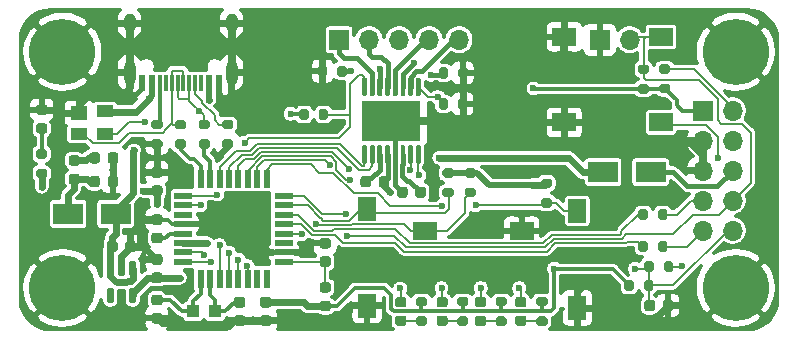
<source format=gtl>
G04 #@! TF.GenerationSoftware,KiCad,Pcbnew,5.1.10-5.1.10*
G04 #@! TF.CreationDate,2021-05-16T20:28:14+02:00*
G04 #@! TF.ProjectId,reva,72657661-2e6b-4696-9361-645f70636258,rev?*
G04 #@! TF.SameCoordinates,Original*
G04 #@! TF.FileFunction,Copper,L1,Top*
G04 #@! TF.FilePolarity,Positive*
%FSLAX46Y46*%
G04 Gerber Fmt 4.6, Leading zero omitted, Abs format (unit mm)*
G04 Created by KiCad (PCBNEW 5.1.10-5.1.10) date 2021-05-16 20:28:14*
%MOMM*%
%LPD*%
G01*
G04 APERTURE LIST*
G04 #@! TA.AperFunction,SMDPad,CuDef*
%ADD10R,2.500000X1.800000*%
G04 #@! TD*
G04 #@! TA.AperFunction,ComponentPad*
%ADD11O,1.700000X1.700000*%
G04 #@! TD*
G04 #@! TA.AperFunction,ComponentPad*
%ADD12R,1.700000X1.700000*%
G04 #@! TD*
G04 #@! TA.AperFunction,ComponentPad*
%ADD13C,5.600000*%
G04 #@! TD*
G04 #@! TA.AperFunction,SMDPad,CuDef*
%ADD14R,2.000000X1.500000*%
G04 #@! TD*
G04 #@! TA.AperFunction,SMDPad,CuDef*
%ADD15R,1.500000X2.000000*%
G04 #@! TD*
G04 #@! TA.AperFunction,SMDPad,CuDef*
%ADD16R,1.400000X1.000000*%
G04 #@! TD*
G04 #@! TA.AperFunction,SMDPad,CuDef*
%ADD17R,1.400000X1.200000*%
G04 #@! TD*
G04 #@! TA.AperFunction,SMDPad,CuDef*
%ADD18R,1.050000X1.100000*%
G04 #@! TD*
G04 #@! TA.AperFunction,SMDPad,CuDef*
%ADD19R,0.550000X1.450000*%
G04 #@! TD*
G04 #@! TA.AperFunction,SMDPad,CuDef*
%ADD20R,0.500000X1.450000*%
G04 #@! TD*
G04 #@! TA.AperFunction,SMDPad,CuDef*
%ADD21R,0.300000X1.450000*%
G04 #@! TD*
G04 #@! TA.AperFunction,ComponentPad*
%ADD22O,1.000000X2.100000*%
G04 #@! TD*
G04 #@! TA.AperFunction,ComponentPad*
%ADD23O,1.000000X1.600000*%
G04 #@! TD*
G04 #@! TA.AperFunction,ComponentPad*
%ADD24C,0.500000*%
G04 #@! TD*
G04 #@! TA.AperFunction,SMDPad,CuDef*
%ADD25R,5.000000X3.400000*%
G04 #@! TD*
G04 #@! TA.AperFunction,SMDPad,CuDef*
%ADD26R,1.600000X0.550000*%
G04 #@! TD*
G04 #@! TA.AperFunction,SMDPad,CuDef*
%ADD27R,0.550000X1.600000*%
G04 #@! TD*
G04 #@! TA.AperFunction,ViaPad*
%ADD28C,0.600000*%
G04 #@! TD*
G04 #@! TA.AperFunction,Conductor*
%ADD29C,0.600000*%
G04 #@! TD*
G04 #@! TA.AperFunction,Conductor*
%ADD30C,0.300000*%
G04 #@! TD*
G04 #@! TA.AperFunction,Conductor*
%ADD31C,0.400000*%
G04 #@! TD*
G04 #@! TA.AperFunction,Conductor*
%ADD32C,0.500000*%
G04 #@! TD*
G04 #@! TA.AperFunction,Conductor*
%ADD33C,0.150000*%
G04 #@! TD*
G04 #@! TA.AperFunction,Conductor*
%ADD34C,0.200000*%
G04 #@! TD*
G04 #@! TA.AperFunction,Conductor*
%ADD35C,0.100000*%
G04 #@! TD*
G04 APERTURE END LIST*
D10*
X176800000Y-90200000D03*
X172800000Y-90200000D03*
D11*
X175040000Y-79000000D03*
D12*
X172500000Y-79000000D03*
D13*
X184000000Y-80000000D03*
X127000000Y-100000000D03*
X184000000Y-100000000D03*
X127000000Y-80000000D03*
D14*
X157700000Y-95200000D03*
X165900000Y-95200000D03*
G04 #@! TA.AperFunction,SMDPad,CuDef*
G36*
G01*
X160500000Y-84700000D02*
X160500000Y-84150000D01*
G75*
G02*
X160700000Y-83950000I200000J0D01*
G01*
X161100000Y-83950000D01*
G75*
G02*
X161300000Y-84150000I0J-200000D01*
G01*
X161300000Y-84700000D01*
G75*
G02*
X161100000Y-84900000I-200000J0D01*
G01*
X160700000Y-84900000D01*
G75*
G02*
X160500000Y-84700000I0J200000D01*
G01*
G37*
G04 #@! TD.AperFunction*
G04 #@! TA.AperFunction,SMDPad,CuDef*
G36*
G01*
X158850000Y-84700000D02*
X158850000Y-84150000D01*
G75*
G02*
X159050000Y-83950000I200000J0D01*
G01*
X159450000Y-83950000D01*
G75*
G02*
X159650000Y-84150000I0J-200000D01*
G01*
X159650000Y-84700000D01*
G75*
G02*
X159450000Y-84900000I-200000J0D01*
G01*
X159050000Y-84900000D01*
G75*
G02*
X158850000Y-84700000I0J200000D01*
G01*
G37*
G04 #@! TD.AperFunction*
D11*
X160580000Y-79000000D03*
X158040000Y-79000000D03*
X155500000Y-79000000D03*
X152960000Y-79000000D03*
D12*
X150420000Y-79000000D03*
D11*
X183740000Y-95160000D03*
X181200000Y-95160000D03*
X183740000Y-92620000D03*
X181200000Y-92620000D03*
X183740000Y-90080000D03*
X181200000Y-90080000D03*
X183740000Y-87540000D03*
X181200000Y-87540000D03*
X183740000Y-85000000D03*
D12*
X181200000Y-85000000D03*
D14*
X177700000Y-86000000D03*
X169500000Y-86000000D03*
X177700000Y-78750000D03*
X169500000Y-78750000D03*
D15*
X170600000Y-93500000D03*
X170600000Y-101700000D03*
X152800000Y-93300000D03*
X152800000Y-101500000D03*
G04 #@! TA.AperFunction,SMDPad,CuDef*
G36*
G01*
X177425000Y-94075000D02*
X177425000Y-93525000D01*
G75*
G02*
X177625000Y-93325000I200000J0D01*
G01*
X178025000Y-93325000D01*
G75*
G02*
X178225000Y-93525000I0J-200000D01*
G01*
X178225000Y-94075000D01*
G75*
G02*
X178025000Y-94275000I-200000J0D01*
G01*
X177625000Y-94275000D01*
G75*
G02*
X177425000Y-94075000I0J200000D01*
G01*
G37*
G04 #@! TD.AperFunction*
G04 #@! TA.AperFunction,SMDPad,CuDef*
G36*
G01*
X175775000Y-94075000D02*
X175775000Y-93525000D01*
G75*
G02*
X175975000Y-93325000I200000J0D01*
G01*
X176375000Y-93325000D01*
G75*
G02*
X176575000Y-93525000I0J-200000D01*
G01*
X176575000Y-94075000D01*
G75*
G02*
X176375000Y-94275000I-200000J0D01*
G01*
X175975000Y-94275000D01*
G75*
G02*
X175775000Y-94075000I0J200000D01*
G01*
G37*
G04 #@! TD.AperFunction*
G04 #@! TA.AperFunction,SMDPad,CuDef*
G36*
G01*
X177425000Y-96775000D02*
X177425000Y-96225000D01*
G75*
G02*
X177625000Y-96025000I200000J0D01*
G01*
X178025000Y-96025000D01*
G75*
G02*
X178225000Y-96225000I0J-200000D01*
G01*
X178225000Y-96775000D01*
G75*
G02*
X178025000Y-96975000I-200000J0D01*
G01*
X177625000Y-96975000D01*
G75*
G02*
X177425000Y-96775000I0J200000D01*
G01*
G37*
G04 #@! TD.AperFunction*
G04 #@! TA.AperFunction,SMDPad,CuDef*
G36*
G01*
X175775000Y-96775000D02*
X175775000Y-96225000D01*
G75*
G02*
X175975000Y-96025000I200000J0D01*
G01*
X176375000Y-96025000D01*
G75*
G02*
X176575000Y-96225000I0J-200000D01*
G01*
X176575000Y-96775000D01*
G75*
G02*
X176375000Y-96975000I-200000J0D01*
G01*
X175975000Y-96975000D01*
G75*
G02*
X175775000Y-96775000I0J200000D01*
G01*
G37*
G04 #@! TD.AperFunction*
G04 #@! TA.AperFunction,SMDPad,CuDef*
G36*
G01*
X124975000Y-89925000D02*
X125525000Y-89925000D01*
G75*
G02*
X125725000Y-90125000I0J-200000D01*
G01*
X125725000Y-90525000D01*
G75*
G02*
X125525000Y-90725000I-200000J0D01*
G01*
X124975000Y-90725000D01*
G75*
G02*
X124775000Y-90525000I0J200000D01*
G01*
X124775000Y-90125000D01*
G75*
G02*
X124975000Y-89925000I200000J0D01*
G01*
G37*
G04 #@! TD.AperFunction*
G04 #@! TA.AperFunction,SMDPad,CuDef*
G36*
G01*
X124975000Y-88275000D02*
X125525000Y-88275000D01*
G75*
G02*
X125725000Y-88475000I0J-200000D01*
G01*
X125725000Y-88875000D01*
G75*
G02*
X125525000Y-89075000I-200000J0D01*
G01*
X124975000Y-89075000D01*
G75*
G02*
X124775000Y-88875000I0J200000D01*
G01*
X124775000Y-88475000D01*
G75*
G02*
X124975000Y-88275000I200000J0D01*
G01*
G37*
G04 #@! TD.AperFunction*
G04 #@! TA.AperFunction,SMDPad,CuDef*
G36*
G01*
X148700000Y-85600000D02*
X148700000Y-85050000D01*
G75*
G02*
X148900000Y-84850000I200000J0D01*
G01*
X149300000Y-84850000D01*
G75*
G02*
X149500000Y-85050000I0J-200000D01*
G01*
X149500000Y-85600000D01*
G75*
G02*
X149300000Y-85800000I-200000J0D01*
G01*
X148900000Y-85800000D01*
G75*
G02*
X148700000Y-85600000I0J200000D01*
G01*
G37*
G04 #@! TD.AperFunction*
G04 #@! TA.AperFunction,SMDPad,CuDef*
G36*
G01*
X147050000Y-85600000D02*
X147050000Y-85050000D01*
G75*
G02*
X147250000Y-84850000I200000J0D01*
G01*
X147650000Y-84850000D01*
G75*
G02*
X147850000Y-85050000I0J-200000D01*
G01*
X147850000Y-85600000D01*
G75*
G02*
X147650000Y-85800000I-200000J0D01*
G01*
X147250000Y-85800000D01*
G75*
G02*
X147050000Y-85600000I0J200000D01*
G01*
G37*
G04 #@! TD.AperFunction*
G04 #@! TA.AperFunction,SMDPad,CuDef*
G36*
G01*
X178275000Y-81875000D02*
X177725000Y-81875000D01*
G75*
G02*
X177525000Y-81675000I0J200000D01*
G01*
X177525000Y-81275000D01*
G75*
G02*
X177725000Y-81075000I200000J0D01*
G01*
X178275000Y-81075000D01*
G75*
G02*
X178475000Y-81275000I0J-200000D01*
G01*
X178475000Y-81675000D01*
G75*
G02*
X178275000Y-81875000I-200000J0D01*
G01*
G37*
G04 #@! TD.AperFunction*
G04 #@! TA.AperFunction,SMDPad,CuDef*
G36*
G01*
X178275000Y-83525000D02*
X177725000Y-83525000D01*
G75*
G02*
X177525000Y-83325000I0J200000D01*
G01*
X177525000Y-82925000D01*
G75*
G02*
X177725000Y-82725000I200000J0D01*
G01*
X178275000Y-82725000D01*
G75*
G02*
X178475000Y-82925000I0J-200000D01*
G01*
X178475000Y-83325000D01*
G75*
G02*
X178275000Y-83525000I-200000J0D01*
G01*
G37*
G04 #@! TD.AperFunction*
G04 #@! TA.AperFunction,SMDPad,CuDef*
G36*
G01*
X176225000Y-100075000D02*
X176225000Y-99525000D01*
G75*
G02*
X176425000Y-99325000I200000J0D01*
G01*
X176825000Y-99325000D01*
G75*
G02*
X177025000Y-99525000I0J-200000D01*
G01*
X177025000Y-100075000D01*
G75*
G02*
X176825000Y-100275000I-200000J0D01*
G01*
X176425000Y-100275000D01*
G75*
G02*
X176225000Y-100075000I0J200000D01*
G01*
G37*
G04 #@! TD.AperFunction*
G04 #@! TA.AperFunction,SMDPad,CuDef*
G36*
G01*
X174575000Y-100075000D02*
X174575000Y-99525000D01*
G75*
G02*
X174775000Y-99325000I200000J0D01*
G01*
X175175000Y-99325000D01*
G75*
G02*
X175375000Y-99525000I0J-200000D01*
G01*
X175375000Y-100075000D01*
G75*
G02*
X175175000Y-100275000I-200000J0D01*
G01*
X174775000Y-100275000D01*
G75*
G02*
X174575000Y-100075000I0J200000D01*
G01*
G37*
G04 #@! TD.AperFunction*
G04 #@! TA.AperFunction,SMDPad,CuDef*
G36*
G01*
X149425000Y-81375000D02*
X149425000Y-81925000D01*
G75*
G02*
X149225000Y-82125000I-200000J0D01*
G01*
X148825000Y-82125000D01*
G75*
G02*
X148625000Y-81925000I0J200000D01*
G01*
X148625000Y-81375000D01*
G75*
G02*
X148825000Y-81175000I200000J0D01*
G01*
X149225000Y-81175000D01*
G75*
G02*
X149425000Y-81375000I0J-200000D01*
G01*
G37*
G04 #@! TD.AperFunction*
G04 #@! TA.AperFunction,SMDPad,CuDef*
G36*
G01*
X151075000Y-81375000D02*
X151075000Y-81925000D01*
G75*
G02*
X150875000Y-82125000I-200000J0D01*
G01*
X150475000Y-82125000D01*
G75*
G02*
X150275000Y-81925000I0J200000D01*
G01*
X150275000Y-81375000D01*
G75*
G02*
X150475000Y-81175000I200000J0D01*
G01*
X150875000Y-81175000D01*
G75*
G02*
X151075000Y-81375000I0J-200000D01*
G01*
G37*
G04 #@! TD.AperFunction*
G04 #@! TA.AperFunction,SMDPad,CuDef*
G36*
G01*
X160525000Y-82075000D02*
X160525000Y-81525000D01*
G75*
G02*
X160725000Y-81325000I200000J0D01*
G01*
X161125000Y-81325000D01*
G75*
G02*
X161325000Y-81525000I0J-200000D01*
G01*
X161325000Y-82075000D01*
G75*
G02*
X161125000Y-82275000I-200000J0D01*
G01*
X160725000Y-82275000D01*
G75*
G02*
X160525000Y-82075000I0J200000D01*
G01*
G37*
G04 #@! TD.AperFunction*
G04 #@! TA.AperFunction,SMDPad,CuDef*
G36*
G01*
X158875000Y-82075000D02*
X158875000Y-81525000D01*
G75*
G02*
X159075000Y-81325000I200000J0D01*
G01*
X159475000Y-81325000D01*
G75*
G02*
X159675000Y-81525000I0J-200000D01*
G01*
X159675000Y-82075000D01*
G75*
G02*
X159475000Y-82275000I-200000J0D01*
G01*
X159075000Y-82275000D01*
G75*
G02*
X158875000Y-82075000I0J200000D01*
G01*
G37*
G04 #@! TD.AperFunction*
G04 #@! TA.AperFunction,SMDPad,CuDef*
G36*
G01*
X177925000Y-98475000D02*
X177925000Y-97925000D01*
G75*
G02*
X178125000Y-97725000I200000J0D01*
G01*
X178525000Y-97725000D01*
G75*
G02*
X178725000Y-97925000I0J-200000D01*
G01*
X178725000Y-98475000D01*
G75*
G02*
X178525000Y-98675000I-200000J0D01*
G01*
X178125000Y-98675000D01*
G75*
G02*
X177925000Y-98475000I0J200000D01*
G01*
G37*
G04 #@! TD.AperFunction*
G04 #@! TA.AperFunction,SMDPad,CuDef*
G36*
G01*
X176275000Y-98475000D02*
X176275000Y-97925000D01*
G75*
G02*
X176475000Y-97725000I200000J0D01*
G01*
X176875000Y-97725000D01*
G75*
G02*
X177075000Y-97925000I0J-200000D01*
G01*
X177075000Y-98475000D01*
G75*
G02*
X176875000Y-98675000I-200000J0D01*
G01*
X176475000Y-98675000D01*
G75*
G02*
X176275000Y-98475000I0J200000D01*
G01*
G37*
G04 #@! TD.AperFunction*
G04 #@! TA.AperFunction,SMDPad,CuDef*
G36*
G01*
X137275000Y-86575000D02*
X136725000Y-86575000D01*
G75*
G02*
X136525000Y-86375000I0J200000D01*
G01*
X136525000Y-85975000D01*
G75*
G02*
X136725000Y-85775000I200000J0D01*
G01*
X137275000Y-85775000D01*
G75*
G02*
X137475000Y-85975000I0J-200000D01*
G01*
X137475000Y-86375000D01*
G75*
G02*
X137275000Y-86575000I-200000J0D01*
G01*
G37*
G04 #@! TD.AperFunction*
G04 #@! TA.AperFunction,SMDPad,CuDef*
G36*
G01*
X137275000Y-88225000D02*
X136725000Y-88225000D01*
G75*
G02*
X136525000Y-88025000I0J200000D01*
G01*
X136525000Y-87625000D01*
G75*
G02*
X136725000Y-87425000I200000J0D01*
G01*
X137275000Y-87425000D01*
G75*
G02*
X137475000Y-87625000I0J-200000D01*
G01*
X137475000Y-88025000D01*
G75*
G02*
X137275000Y-88225000I-200000J0D01*
G01*
G37*
G04 #@! TD.AperFunction*
G04 #@! TA.AperFunction,SMDPad,CuDef*
G36*
G01*
X139275000Y-86575000D02*
X138725000Y-86575000D01*
G75*
G02*
X138525000Y-86375000I0J200000D01*
G01*
X138525000Y-85975000D01*
G75*
G02*
X138725000Y-85775000I200000J0D01*
G01*
X139275000Y-85775000D01*
G75*
G02*
X139475000Y-85975000I0J-200000D01*
G01*
X139475000Y-86375000D01*
G75*
G02*
X139275000Y-86575000I-200000J0D01*
G01*
G37*
G04 #@! TD.AperFunction*
G04 #@! TA.AperFunction,SMDPad,CuDef*
G36*
G01*
X139275000Y-88225000D02*
X138725000Y-88225000D01*
G75*
G02*
X138525000Y-88025000I0J200000D01*
G01*
X138525000Y-87625000D01*
G75*
G02*
X138725000Y-87425000I200000J0D01*
G01*
X139275000Y-87425000D01*
G75*
G02*
X139475000Y-87625000I0J-200000D01*
G01*
X139475000Y-88025000D01*
G75*
G02*
X139275000Y-88225000I-200000J0D01*
G01*
G37*
G04 #@! TD.AperFunction*
G04 #@! TA.AperFunction,SMDPad,CuDef*
G36*
G01*
X157675000Y-101575000D02*
X157125000Y-101575000D01*
G75*
G02*
X156925000Y-101375000I0J200000D01*
G01*
X156925000Y-100975000D01*
G75*
G02*
X157125000Y-100775000I200000J0D01*
G01*
X157675000Y-100775000D01*
G75*
G02*
X157875000Y-100975000I0J-200000D01*
G01*
X157875000Y-101375000D01*
G75*
G02*
X157675000Y-101575000I-200000J0D01*
G01*
G37*
G04 #@! TD.AperFunction*
G04 #@! TA.AperFunction,SMDPad,CuDef*
G36*
G01*
X157675000Y-103225000D02*
X157125000Y-103225000D01*
G75*
G02*
X156925000Y-103025000I0J200000D01*
G01*
X156925000Y-102625000D01*
G75*
G02*
X157125000Y-102425000I200000J0D01*
G01*
X157675000Y-102425000D01*
G75*
G02*
X157875000Y-102625000I0J-200000D01*
G01*
X157875000Y-103025000D01*
G75*
G02*
X157675000Y-103225000I-200000J0D01*
G01*
G37*
G04 #@! TD.AperFunction*
G04 #@! TA.AperFunction,SMDPad,CuDef*
G36*
G01*
X161175000Y-101575000D02*
X160625000Y-101575000D01*
G75*
G02*
X160425000Y-101375000I0J200000D01*
G01*
X160425000Y-100975000D01*
G75*
G02*
X160625000Y-100775000I200000J0D01*
G01*
X161175000Y-100775000D01*
G75*
G02*
X161375000Y-100975000I0J-200000D01*
G01*
X161375000Y-101375000D01*
G75*
G02*
X161175000Y-101575000I-200000J0D01*
G01*
G37*
G04 #@! TD.AperFunction*
G04 #@! TA.AperFunction,SMDPad,CuDef*
G36*
G01*
X161175000Y-103225000D02*
X160625000Y-103225000D01*
G75*
G02*
X160425000Y-103025000I0J200000D01*
G01*
X160425000Y-102625000D01*
G75*
G02*
X160625000Y-102425000I200000J0D01*
G01*
X161175000Y-102425000D01*
G75*
G02*
X161375000Y-102625000I0J-200000D01*
G01*
X161375000Y-103025000D01*
G75*
G02*
X161175000Y-103225000I-200000J0D01*
G01*
G37*
G04 #@! TD.AperFunction*
G04 #@! TA.AperFunction,SMDPad,CuDef*
G36*
G01*
X164425000Y-101575000D02*
X163875000Y-101575000D01*
G75*
G02*
X163675000Y-101375000I0J200000D01*
G01*
X163675000Y-100975000D01*
G75*
G02*
X163875000Y-100775000I200000J0D01*
G01*
X164425000Y-100775000D01*
G75*
G02*
X164625000Y-100975000I0J-200000D01*
G01*
X164625000Y-101375000D01*
G75*
G02*
X164425000Y-101575000I-200000J0D01*
G01*
G37*
G04 #@! TD.AperFunction*
G04 #@! TA.AperFunction,SMDPad,CuDef*
G36*
G01*
X164425000Y-103225000D02*
X163875000Y-103225000D01*
G75*
G02*
X163675000Y-103025000I0J200000D01*
G01*
X163675000Y-102625000D01*
G75*
G02*
X163875000Y-102425000I200000J0D01*
G01*
X164425000Y-102425000D01*
G75*
G02*
X164625000Y-102625000I0J-200000D01*
G01*
X164625000Y-103025000D01*
G75*
G02*
X164425000Y-103225000I-200000J0D01*
G01*
G37*
G04 #@! TD.AperFunction*
G04 #@! TA.AperFunction,SMDPad,CuDef*
G36*
G01*
X167875000Y-101575000D02*
X167325000Y-101575000D01*
G75*
G02*
X167125000Y-101375000I0J200000D01*
G01*
X167125000Y-100975000D01*
G75*
G02*
X167325000Y-100775000I200000J0D01*
G01*
X167875000Y-100775000D01*
G75*
G02*
X168075000Y-100975000I0J-200000D01*
G01*
X168075000Y-101375000D01*
G75*
G02*
X167875000Y-101575000I-200000J0D01*
G01*
G37*
G04 #@! TD.AperFunction*
G04 #@! TA.AperFunction,SMDPad,CuDef*
G36*
G01*
X167875000Y-103225000D02*
X167325000Y-103225000D01*
G75*
G02*
X167125000Y-103025000I0J200000D01*
G01*
X167125000Y-102625000D01*
G75*
G02*
X167325000Y-102425000I200000J0D01*
G01*
X167875000Y-102425000D01*
G75*
G02*
X168075000Y-102625000I0J-200000D01*
G01*
X168075000Y-103025000D01*
G75*
G02*
X167875000Y-103225000I-200000J0D01*
G01*
G37*
G04 #@! TD.AperFunction*
G04 #@! TA.AperFunction,SMDPad,CuDef*
G36*
G01*
X176475000Y-81900000D02*
X175925000Y-81900000D01*
G75*
G02*
X175725000Y-81700000I0J200000D01*
G01*
X175725000Y-81300000D01*
G75*
G02*
X175925000Y-81100000I200000J0D01*
G01*
X176475000Y-81100000D01*
G75*
G02*
X176675000Y-81300000I0J-200000D01*
G01*
X176675000Y-81700000D01*
G75*
G02*
X176475000Y-81900000I-200000J0D01*
G01*
G37*
G04 #@! TD.AperFunction*
G04 #@! TA.AperFunction,SMDPad,CuDef*
G36*
G01*
X176475000Y-83550000D02*
X175925000Y-83550000D01*
G75*
G02*
X175725000Y-83350000I0J200000D01*
G01*
X175725000Y-82950000D01*
G75*
G02*
X175925000Y-82750000I200000J0D01*
G01*
X176475000Y-82750000D01*
G75*
G02*
X176675000Y-82950000I0J-200000D01*
G01*
X176675000Y-83350000D01*
G75*
G02*
X176475000Y-83550000I-200000J0D01*
G01*
G37*
G04 #@! TD.AperFunction*
G04 #@! TA.AperFunction,SMDPad,CuDef*
G36*
G01*
X140725000Y-87425000D02*
X141275000Y-87425000D01*
G75*
G02*
X141475000Y-87625000I0J-200000D01*
G01*
X141475000Y-88025000D01*
G75*
G02*
X141275000Y-88225000I-200000J0D01*
G01*
X140725000Y-88225000D01*
G75*
G02*
X140525000Y-88025000I0J200000D01*
G01*
X140525000Y-87625000D01*
G75*
G02*
X140725000Y-87425000I200000J0D01*
G01*
G37*
G04 #@! TD.AperFunction*
G04 #@! TA.AperFunction,SMDPad,CuDef*
G36*
G01*
X140725000Y-85775000D02*
X141275000Y-85775000D01*
G75*
G02*
X141475000Y-85975000I0J-200000D01*
G01*
X141475000Y-86375000D01*
G75*
G02*
X141275000Y-86575000I-200000J0D01*
G01*
X140725000Y-86575000D01*
G75*
G02*
X140525000Y-86375000I0J200000D01*
G01*
X140525000Y-85975000D01*
G75*
G02*
X140725000Y-85775000I200000J0D01*
G01*
G37*
G04 #@! TD.AperFunction*
G04 #@! TA.AperFunction,SMDPad,CuDef*
G36*
G01*
X167725000Y-92400000D02*
X168275000Y-92400000D01*
G75*
G02*
X168475000Y-92600000I0J-200000D01*
G01*
X168475000Y-93000000D01*
G75*
G02*
X168275000Y-93200000I-200000J0D01*
G01*
X167725000Y-93200000D01*
G75*
G02*
X167525000Y-93000000I0J200000D01*
G01*
X167525000Y-92600000D01*
G75*
G02*
X167725000Y-92400000I200000J0D01*
G01*
G37*
G04 #@! TD.AperFunction*
G04 #@! TA.AperFunction,SMDPad,CuDef*
G36*
G01*
X167725000Y-90750000D02*
X168275000Y-90750000D01*
G75*
G02*
X168475000Y-90950000I0J-200000D01*
G01*
X168475000Y-91350000D01*
G75*
G02*
X168275000Y-91550000I-200000J0D01*
G01*
X167725000Y-91550000D01*
G75*
G02*
X167525000Y-91350000I0J200000D01*
G01*
X167525000Y-90950000D01*
G75*
G02*
X167725000Y-90750000I200000J0D01*
G01*
G37*
G04 #@! TD.AperFunction*
G04 #@! TA.AperFunction,SMDPad,CuDef*
G36*
G01*
X134725000Y-87425000D02*
X135275000Y-87425000D01*
G75*
G02*
X135475000Y-87625000I0J-200000D01*
G01*
X135475000Y-88025000D01*
G75*
G02*
X135275000Y-88225000I-200000J0D01*
G01*
X134725000Y-88225000D01*
G75*
G02*
X134525000Y-88025000I0J200000D01*
G01*
X134525000Y-87625000D01*
G75*
G02*
X134725000Y-87425000I200000J0D01*
G01*
G37*
G04 #@! TD.AperFunction*
G04 #@! TA.AperFunction,SMDPad,CuDef*
G36*
G01*
X134725000Y-85775000D02*
X135275000Y-85775000D01*
G75*
G02*
X135475000Y-85975000I0J-200000D01*
G01*
X135475000Y-86375000D01*
G75*
G02*
X135275000Y-86575000I-200000J0D01*
G01*
X134725000Y-86575000D01*
G75*
G02*
X134525000Y-86375000I0J200000D01*
G01*
X134525000Y-85975000D01*
G75*
G02*
X134725000Y-85775000I200000J0D01*
G01*
G37*
G04 #@! TD.AperFunction*
G04 #@! TA.AperFunction,SMDPad,CuDef*
G36*
G01*
X159375000Y-91525000D02*
X159925000Y-91525000D01*
G75*
G02*
X160125000Y-91725000I0J-200000D01*
G01*
X160125000Y-92125000D01*
G75*
G02*
X159925000Y-92325000I-200000J0D01*
G01*
X159375000Y-92325000D01*
G75*
G02*
X159175000Y-92125000I0J200000D01*
G01*
X159175000Y-91725000D01*
G75*
G02*
X159375000Y-91525000I200000J0D01*
G01*
G37*
G04 #@! TD.AperFunction*
G04 #@! TA.AperFunction,SMDPad,CuDef*
G36*
G01*
X159375000Y-89875000D02*
X159925000Y-89875000D01*
G75*
G02*
X160125000Y-90075000I0J-200000D01*
G01*
X160125000Y-90475000D01*
G75*
G02*
X159925000Y-90675000I-200000J0D01*
G01*
X159375000Y-90675000D01*
G75*
G02*
X159175000Y-90475000I0J200000D01*
G01*
X159175000Y-90075000D01*
G75*
G02*
X159375000Y-89875000I200000J0D01*
G01*
G37*
G04 #@! TD.AperFunction*
G04 #@! TA.AperFunction,SMDPad,CuDef*
G36*
G01*
X161275000Y-91525000D02*
X161825000Y-91525000D01*
G75*
G02*
X162025000Y-91725000I0J-200000D01*
G01*
X162025000Y-92125000D01*
G75*
G02*
X161825000Y-92325000I-200000J0D01*
G01*
X161275000Y-92325000D01*
G75*
G02*
X161075000Y-92125000I0J200000D01*
G01*
X161075000Y-91725000D01*
G75*
G02*
X161275000Y-91525000I200000J0D01*
G01*
G37*
G04 #@! TD.AperFunction*
G04 #@! TA.AperFunction,SMDPad,CuDef*
G36*
G01*
X161275000Y-89875000D02*
X161825000Y-89875000D01*
G75*
G02*
X162025000Y-90075000I0J-200000D01*
G01*
X162025000Y-90475000D01*
G75*
G02*
X161825000Y-90675000I-200000J0D01*
G01*
X161275000Y-90675000D01*
G75*
G02*
X161075000Y-90475000I0J200000D01*
G01*
X161075000Y-90075000D01*
G75*
G02*
X161275000Y-89875000I200000J0D01*
G01*
G37*
G04 #@! TD.AperFunction*
G04 #@! TA.AperFunction,SMDPad,CuDef*
G36*
G01*
X149506250Y-100400000D02*
X148993750Y-100400000D01*
G75*
G02*
X148775000Y-100181250I0J218750D01*
G01*
X148775000Y-99743750D01*
G75*
G02*
X148993750Y-99525000I218750J0D01*
G01*
X149506250Y-99525000D01*
G75*
G02*
X149725000Y-99743750I0J-218750D01*
G01*
X149725000Y-100181250D01*
G75*
G02*
X149506250Y-100400000I-218750J0D01*
G01*
G37*
G04 #@! TD.AperFunction*
G04 #@! TA.AperFunction,SMDPad,CuDef*
G36*
G01*
X149506250Y-101975000D02*
X148993750Y-101975000D01*
G75*
G02*
X148775000Y-101756250I0J218750D01*
G01*
X148775000Y-101318750D01*
G75*
G02*
X148993750Y-101100000I218750J0D01*
G01*
X149506250Y-101100000D01*
G75*
G02*
X149725000Y-101318750I0J-218750D01*
G01*
X149725000Y-101756250D01*
G75*
G02*
X149506250Y-101975000I-218750J0D01*
G01*
G37*
G04 #@! TD.AperFunction*
G04 #@! TA.AperFunction,SMDPad,CuDef*
G36*
G01*
X128256250Y-89650000D02*
X127743750Y-89650000D01*
G75*
G02*
X127525000Y-89431250I0J218750D01*
G01*
X127525000Y-88993750D01*
G75*
G02*
X127743750Y-88775000I218750J0D01*
G01*
X128256250Y-88775000D01*
G75*
G02*
X128475000Y-88993750I0J-218750D01*
G01*
X128475000Y-89431250D01*
G75*
G02*
X128256250Y-89650000I-218750J0D01*
G01*
G37*
G04 #@! TD.AperFunction*
G04 #@! TA.AperFunction,SMDPad,CuDef*
G36*
G01*
X128256250Y-91225000D02*
X127743750Y-91225000D01*
G75*
G02*
X127525000Y-91006250I0J218750D01*
G01*
X127525000Y-90568750D01*
G75*
G02*
X127743750Y-90350000I218750J0D01*
G01*
X128256250Y-90350000D01*
G75*
G02*
X128475000Y-90568750I0J-218750D01*
G01*
X128475000Y-91006250D01*
G75*
G02*
X128256250Y-91225000I-218750J0D01*
G01*
G37*
G04 #@! TD.AperFunction*
G04 #@! TA.AperFunction,SMDPad,CuDef*
G36*
G01*
X124993750Y-86062500D02*
X125506250Y-86062500D01*
G75*
G02*
X125725000Y-86281250I0J-218750D01*
G01*
X125725000Y-86718750D01*
G75*
G02*
X125506250Y-86937500I-218750J0D01*
G01*
X124993750Y-86937500D01*
G75*
G02*
X124775000Y-86718750I0J218750D01*
G01*
X124775000Y-86281250D01*
G75*
G02*
X124993750Y-86062500I218750J0D01*
G01*
G37*
G04 #@! TD.AperFunction*
G04 #@! TA.AperFunction,SMDPad,CuDef*
G36*
G01*
X124993750Y-84487500D02*
X125506250Y-84487500D01*
G75*
G02*
X125725000Y-84706250I0J-218750D01*
G01*
X125725000Y-85143750D01*
G75*
G02*
X125506250Y-85362500I-218750J0D01*
G01*
X124993750Y-85362500D01*
G75*
G02*
X124775000Y-85143750I0J218750D01*
G01*
X124775000Y-84706250D01*
G75*
G02*
X124993750Y-84487500I218750J0D01*
G01*
G37*
G04 #@! TD.AperFunction*
D16*
X130600000Y-85050000D03*
X130600000Y-86950000D03*
X128400000Y-86950000D03*
D17*
X128400000Y-85230000D03*
G04 #@! TA.AperFunction,SMDPad,CuDef*
G36*
G01*
X155393750Y-102350000D02*
X155906250Y-102350000D01*
G75*
G02*
X156125000Y-102568750I0J-218750D01*
G01*
X156125000Y-103006250D01*
G75*
G02*
X155906250Y-103225000I-218750J0D01*
G01*
X155393750Y-103225000D01*
G75*
G02*
X155175000Y-103006250I0J218750D01*
G01*
X155175000Y-102568750D01*
G75*
G02*
X155393750Y-102350000I218750J0D01*
G01*
G37*
G04 #@! TD.AperFunction*
G04 #@! TA.AperFunction,SMDPad,CuDef*
G36*
G01*
X155393750Y-100775000D02*
X155906250Y-100775000D01*
G75*
G02*
X156125000Y-100993750I0J-218750D01*
G01*
X156125000Y-101431250D01*
G75*
G02*
X155906250Y-101650000I-218750J0D01*
G01*
X155393750Y-101650000D01*
G75*
G02*
X155175000Y-101431250I0J218750D01*
G01*
X155175000Y-100993750D01*
G75*
G02*
X155393750Y-100775000I218750J0D01*
G01*
G37*
G04 #@! TD.AperFunction*
G04 #@! TA.AperFunction,SMDPad,CuDef*
G36*
G01*
X158893750Y-102350000D02*
X159406250Y-102350000D01*
G75*
G02*
X159625000Y-102568750I0J-218750D01*
G01*
X159625000Y-103006250D01*
G75*
G02*
X159406250Y-103225000I-218750J0D01*
G01*
X158893750Y-103225000D01*
G75*
G02*
X158675000Y-103006250I0J218750D01*
G01*
X158675000Y-102568750D01*
G75*
G02*
X158893750Y-102350000I218750J0D01*
G01*
G37*
G04 #@! TD.AperFunction*
G04 #@! TA.AperFunction,SMDPad,CuDef*
G36*
G01*
X158893750Y-100775000D02*
X159406250Y-100775000D01*
G75*
G02*
X159625000Y-100993750I0J-218750D01*
G01*
X159625000Y-101431250D01*
G75*
G02*
X159406250Y-101650000I-218750J0D01*
G01*
X158893750Y-101650000D01*
G75*
G02*
X158675000Y-101431250I0J218750D01*
G01*
X158675000Y-100993750D01*
G75*
G02*
X158893750Y-100775000I218750J0D01*
G01*
G37*
G04 #@! TD.AperFunction*
G04 #@! TA.AperFunction,SMDPad,CuDef*
G36*
G01*
X162143750Y-102350000D02*
X162656250Y-102350000D01*
G75*
G02*
X162875000Y-102568750I0J-218750D01*
G01*
X162875000Y-103006250D01*
G75*
G02*
X162656250Y-103225000I-218750J0D01*
G01*
X162143750Y-103225000D01*
G75*
G02*
X161925000Y-103006250I0J218750D01*
G01*
X161925000Y-102568750D01*
G75*
G02*
X162143750Y-102350000I218750J0D01*
G01*
G37*
G04 #@! TD.AperFunction*
G04 #@! TA.AperFunction,SMDPad,CuDef*
G36*
G01*
X162143750Y-100775000D02*
X162656250Y-100775000D01*
G75*
G02*
X162875000Y-100993750I0J-218750D01*
G01*
X162875000Y-101431250D01*
G75*
G02*
X162656250Y-101650000I-218750J0D01*
G01*
X162143750Y-101650000D01*
G75*
G02*
X161925000Y-101431250I0J218750D01*
G01*
X161925000Y-100993750D01*
G75*
G02*
X162143750Y-100775000I218750J0D01*
G01*
G37*
G04 #@! TD.AperFunction*
G04 #@! TA.AperFunction,SMDPad,CuDef*
G36*
G01*
X165543750Y-102350000D02*
X166056250Y-102350000D01*
G75*
G02*
X166275000Y-102568750I0J-218750D01*
G01*
X166275000Y-103006250D01*
G75*
G02*
X166056250Y-103225000I-218750J0D01*
G01*
X165543750Y-103225000D01*
G75*
G02*
X165325000Y-103006250I0J218750D01*
G01*
X165325000Y-102568750D01*
G75*
G02*
X165543750Y-102350000I218750J0D01*
G01*
G37*
G04 #@! TD.AperFunction*
G04 #@! TA.AperFunction,SMDPad,CuDef*
G36*
G01*
X165543750Y-100775000D02*
X166056250Y-100775000D01*
G75*
G02*
X166275000Y-100993750I0J-218750D01*
G01*
X166275000Y-101431250D01*
G75*
G02*
X166056250Y-101650000I-218750J0D01*
G01*
X165543750Y-101650000D01*
G75*
G02*
X165325000Y-101431250I0J218750D01*
G01*
X165325000Y-100993750D01*
G75*
G02*
X165543750Y-100775000I218750J0D01*
G01*
G37*
G04 #@! TD.AperFunction*
D10*
X127500000Y-93750000D03*
X131500000Y-93750000D03*
G04 #@! TA.AperFunction,SMDPad,CuDef*
G36*
G01*
X156875000Y-92150000D02*
X156875000Y-91650000D01*
G75*
G02*
X157100000Y-91425000I225000J0D01*
G01*
X157550000Y-91425000D01*
G75*
G02*
X157775000Y-91650000I0J-225000D01*
G01*
X157775000Y-92150000D01*
G75*
G02*
X157550000Y-92375000I-225000J0D01*
G01*
X157100000Y-92375000D01*
G75*
G02*
X156875000Y-92150000I0J225000D01*
G01*
G37*
G04 #@! TD.AperFunction*
G04 #@! TA.AperFunction,SMDPad,CuDef*
G36*
G01*
X155325000Y-92150000D02*
X155325000Y-91650000D01*
G75*
G02*
X155550000Y-91425000I225000J0D01*
G01*
X156000000Y-91425000D01*
G75*
G02*
X156225000Y-91650000I0J-225000D01*
G01*
X156225000Y-92150000D01*
G75*
G02*
X156000000Y-92375000I-225000J0D01*
G01*
X155550000Y-92375000D01*
G75*
G02*
X155325000Y-92150000I0J225000D01*
G01*
G37*
G04 #@! TD.AperFunction*
G04 #@! TA.AperFunction,SMDPad,CuDef*
G36*
G01*
X153775000Y-91275000D02*
X153775000Y-90775000D01*
G75*
G02*
X154000000Y-90550000I225000J0D01*
G01*
X154450000Y-90550000D01*
G75*
G02*
X154675000Y-90775000I0J-225000D01*
G01*
X154675000Y-91275000D01*
G75*
G02*
X154450000Y-91500000I-225000J0D01*
G01*
X154000000Y-91500000D01*
G75*
G02*
X153775000Y-91275000I0J225000D01*
G01*
G37*
G04 #@! TD.AperFunction*
G04 #@! TA.AperFunction,SMDPad,CuDef*
G36*
G01*
X152225000Y-91275000D02*
X152225000Y-90775000D01*
G75*
G02*
X152450000Y-90550000I225000J0D01*
G01*
X152900000Y-90550000D01*
G75*
G02*
X153125000Y-90775000I0J-225000D01*
G01*
X153125000Y-91275000D01*
G75*
G02*
X152900000Y-91500000I-225000J0D01*
G01*
X152450000Y-91500000D01*
G75*
G02*
X152225000Y-91275000I0J225000D01*
G01*
G37*
G04 #@! TD.AperFunction*
G04 #@! TA.AperFunction,SMDPad,CuDef*
G36*
G01*
X143950000Y-102325000D02*
X144450000Y-102325000D01*
G75*
G02*
X144675000Y-102550000I0J-225000D01*
G01*
X144675000Y-103000000D01*
G75*
G02*
X144450000Y-103225000I-225000J0D01*
G01*
X143950000Y-103225000D01*
G75*
G02*
X143725000Y-103000000I0J225000D01*
G01*
X143725000Y-102550000D01*
G75*
G02*
X143950000Y-102325000I225000J0D01*
G01*
G37*
G04 #@! TD.AperFunction*
G04 #@! TA.AperFunction,SMDPad,CuDef*
G36*
G01*
X143950000Y-100775000D02*
X144450000Y-100775000D01*
G75*
G02*
X144675000Y-101000000I0J-225000D01*
G01*
X144675000Y-101450000D01*
G75*
G02*
X144450000Y-101675000I-225000J0D01*
G01*
X143950000Y-101675000D01*
G75*
G02*
X143725000Y-101450000I0J225000D01*
G01*
X143725000Y-101000000D01*
G75*
G02*
X143950000Y-100775000I225000J0D01*
G01*
G37*
G04 #@! TD.AperFunction*
G04 #@! TA.AperFunction,SMDPad,CuDef*
G36*
G01*
X149500000Y-96675000D02*
X149000000Y-96675000D01*
G75*
G02*
X148775000Y-96450000I0J225000D01*
G01*
X148775000Y-96000000D01*
G75*
G02*
X149000000Y-95775000I225000J0D01*
G01*
X149500000Y-95775000D01*
G75*
G02*
X149725000Y-96000000I0J-225000D01*
G01*
X149725000Y-96450000D01*
G75*
G02*
X149500000Y-96675000I-225000J0D01*
G01*
G37*
G04 #@! TD.AperFunction*
G04 #@! TA.AperFunction,SMDPad,CuDef*
G36*
G01*
X149500000Y-98225000D02*
X149000000Y-98225000D01*
G75*
G02*
X148775000Y-98000000I0J225000D01*
G01*
X148775000Y-97550000D01*
G75*
G02*
X149000000Y-97325000I225000J0D01*
G01*
X149500000Y-97325000D01*
G75*
G02*
X149725000Y-97550000I0J-225000D01*
G01*
X149725000Y-98000000D01*
G75*
G02*
X149500000Y-98225000I-225000J0D01*
G01*
G37*
G04 #@! TD.AperFunction*
G04 #@! TA.AperFunction,SMDPad,CuDef*
G36*
G01*
X135250000Y-90675000D02*
X134750000Y-90675000D01*
G75*
G02*
X134525000Y-90450000I0J225000D01*
G01*
X134525000Y-90000000D01*
G75*
G02*
X134750000Y-89775000I225000J0D01*
G01*
X135250000Y-89775000D01*
G75*
G02*
X135475000Y-90000000I0J-225000D01*
G01*
X135475000Y-90450000D01*
G75*
G02*
X135250000Y-90675000I-225000J0D01*
G01*
G37*
G04 #@! TD.AperFunction*
G04 #@! TA.AperFunction,SMDPad,CuDef*
G36*
G01*
X135250000Y-92225000D02*
X134750000Y-92225000D01*
G75*
G02*
X134525000Y-92000000I0J225000D01*
G01*
X134525000Y-91550000D01*
G75*
G02*
X134750000Y-91325000I225000J0D01*
G01*
X135250000Y-91325000D01*
G75*
G02*
X135475000Y-91550000I0J-225000D01*
G01*
X135475000Y-92000000D01*
G75*
G02*
X135250000Y-92225000I-225000J0D01*
G01*
G37*
G04 #@! TD.AperFunction*
G04 #@! TA.AperFunction,SMDPad,CuDef*
G36*
G01*
X135250000Y-94675000D02*
X134750000Y-94675000D01*
G75*
G02*
X134525000Y-94450000I0J225000D01*
G01*
X134525000Y-94000000D01*
G75*
G02*
X134750000Y-93775000I225000J0D01*
G01*
X135250000Y-93775000D01*
G75*
G02*
X135475000Y-94000000I0J-225000D01*
G01*
X135475000Y-94450000D01*
G75*
G02*
X135250000Y-94675000I-225000J0D01*
G01*
G37*
G04 #@! TD.AperFunction*
G04 #@! TA.AperFunction,SMDPad,CuDef*
G36*
G01*
X135250000Y-96225000D02*
X134750000Y-96225000D01*
G75*
G02*
X134525000Y-96000000I0J225000D01*
G01*
X134525000Y-95550000D01*
G75*
G02*
X134750000Y-95325000I225000J0D01*
G01*
X135250000Y-95325000D01*
G75*
G02*
X135475000Y-95550000I0J-225000D01*
G01*
X135475000Y-96000000D01*
G75*
G02*
X135250000Y-96225000I-225000J0D01*
G01*
G37*
G04 #@! TD.AperFunction*
G04 #@! TA.AperFunction,SMDPad,CuDef*
G36*
G01*
X177825000Y-101750000D02*
X177825000Y-101250000D01*
G75*
G02*
X178050000Y-101025000I225000J0D01*
G01*
X178500000Y-101025000D01*
G75*
G02*
X178725000Y-101250000I0J-225000D01*
G01*
X178725000Y-101750000D01*
G75*
G02*
X178500000Y-101975000I-225000J0D01*
G01*
X178050000Y-101975000D01*
G75*
G02*
X177825000Y-101750000I0J225000D01*
G01*
G37*
G04 #@! TD.AperFunction*
G04 #@! TA.AperFunction,SMDPad,CuDef*
G36*
G01*
X176275000Y-101750000D02*
X176275000Y-101250000D01*
G75*
G02*
X176500000Y-101025000I225000J0D01*
G01*
X176950000Y-101025000D01*
G75*
G02*
X177175000Y-101250000I0J-225000D01*
G01*
X177175000Y-101750000D01*
G75*
G02*
X176950000Y-101975000I-225000J0D01*
G01*
X176500000Y-101975000D01*
G75*
G02*
X176275000Y-101750000I0J225000D01*
G01*
G37*
G04 #@! TD.AperFunction*
G04 #@! TA.AperFunction,SMDPad,CuDef*
G36*
G01*
X141750000Y-102325000D02*
X142250000Y-102325000D01*
G75*
G02*
X142475000Y-102550000I0J-225000D01*
G01*
X142475000Y-103000000D01*
G75*
G02*
X142250000Y-103225000I-225000J0D01*
G01*
X141750000Y-103225000D01*
G75*
G02*
X141525000Y-103000000I0J225000D01*
G01*
X141525000Y-102550000D01*
G75*
G02*
X141750000Y-102325000I225000J0D01*
G01*
G37*
G04 #@! TD.AperFunction*
G04 #@! TA.AperFunction,SMDPad,CuDef*
G36*
G01*
X141750000Y-100775000D02*
X142250000Y-100775000D01*
G75*
G02*
X142475000Y-101000000I0J-225000D01*
G01*
X142475000Y-101450000D01*
G75*
G02*
X142250000Y-101675000I-225000J0D01*
G01*
X141750000Y-101675000D01*
G75*
G02*
X141525000Y-101450000I0J225000D01*
G01*
X141525000Y-101000000D01*
G75*
G02*
X141750000Y-100775000I225000J0D01*
G01*
G37*
G04 #@! TD.AperFunction*
G04 #@! TA.AperFunction,SMDPad,CuDef*
G36*
G01*
X134750000Y-102125000D02*
X135250000Y-102125000D01*
G75*
G02*
X135475000Y-102350000I0J-225000D01*
G01*
X135475000Y-102800000D01*
G75*
G02*
X135250000Y-103025000I-225000J0D01*
G01*
X134750000Y-103025000D01*
G75*
G02*
X134525000Y-102800000I0J225000D01*
G01*
X134525000Y-102350000D01*
G75*
G02*
X134750000Y-102125000I225000J0D01*
G01*
G37*
G04 #@! TD.AperFunction*
G04 #@! TA.AperFunction,SMDPad,CuDef*
G36*
G01*
X134750000Y-100575000D02*
X135250000Y-100575000D01*
G75*
G02*
X135475000Y-100800000I0J-225000D01*
G01*
X135475000Y-101250000D01*
G75*
G02*
X135250000Y-101475000I-225000J0D01*
G01*
X134750000Y-101475000D01*
G75*
G02*
X134525000Y-101250000I0J225000D01*
G01*
X134525000Y-100800000D01*
G75*
G02*
X134750000Y-100575000I225000J0D01*
G01*
G37*
G04 #@! TD.AperFunction*
G04 #@! TA.AperFunction,SMDPad,CuDef*
G36*
G01*
X135250000Y-98050000D02*
X134750000Y-98050000D01*
G75*
G02*
X134525000Y-97825000I0J225000D01*
G01*
X134525000Y-97375000D01*
G75*
G02*
X134750000Y-97150000I225000J0D01*
G01*
X135250000Y-97150000D01*
G75*
G02*
X135475000Y-97375000I0J-225000D01*
G01*
X135475000Y-97825000D01*
G75*
G02*
X135250000Y-98050000I-225000J0D01*
G01*
G37*
G04 #@! TD.AperFunction*
G04 #@! TA.AperFunction,SMDPad,CuDef*
G36*
G01*
X135250000Y-99600000D02*
X134750000Y-99600000D01*
G75*
G02*
X134525000Y-99375000I0J225000D01*
G01*
X134525000Y-98925000D01*
G75*
G02*
X134750000Y-98700000I225000J0D01*
G01*
X135250000Y-98700000D01*
G75*
G02*
X135475000Y-98925000I0J-225000D01*
G01*
X135475000Y-99375000D01*
G75*
G02*
X135250000Y-99600000I-225000J0D01*
G01*
G37*
G04 #@! TD.AperFunction*
G04 #@! TA.AperFunction,SMDPad,CuDef*
G36*
G01*
X130825000Y-91250000D02*
X130825000Y-90750000D01*
G75*
G02*
X131050000Y-90525000I225000J0D01*
G01*
X131500000Y-90525000D01*
G75*
G02*
X131725000Y-90750000I0J-225000D01*
G01*
X131725000Y-91250000D01*
G75*
G02*
X131500000Y-91475000I-225000J0D01*
G01*
X131050000Y-91475000D01*
G75*
G02*
X130825000Y-91250000I0J225000D01*
G01*
G37*
G04 #@! TD.AperFunction*
G04 #@! TA.AperFunction,SMDPad,CuDef*
G36*
G01*
X129275000Y-91250000D02*
X129275000Y-90750000D01*
G75*
G02*
X129500000Y-90525000I225000J0D01*
G01*
X129950000Y-90525000D01*
G75*
G02*
X130175000Y-90750000I0J-225000D01*
G01*
X130175000Y-91250000D01*
G75*
G02*
X129950000Y-91475000I-225000J0D01*
G01*
X129500000Y-91475000D01*
G75*
G02*
X129275000Y-91250000I0J225000D01*
G01*
G37*
G04 #@! TD.AperFunction*
G04 #@! TA.AperFunction,SMDPad,CuDef*
G36*
G01*
X130825000Y-89250000D02*
X130825000Y-88750000D01*
G75*
G02*
X131050000Y-88525000I225000J0D01*
G01*
X131500000Y-88525000D01*
G75*
G02*
X131725000Y-88750000I0J-225000D01*
G01*
X131725000Y-89250000D01*
G75*
G02*
X131500000Y-89475000I-225000J0D01*
G01*
X131050000Y-89475000D01*
G75*
G02*
X130825000Y-89250000I0J225000D01*
G01*
G37*
G04 #@! TD.AperFunction*
G04 #@! TA.AperFunction,SMDPad,CuDef*
G36*
G01*
X129275000Y-89250000D02*
X129275000Y-88750000D01*
G75*
G02*
X129500000Y-88525000I225000J0D01*
G01*
X129950000Y-88525000D01*
G75*
G02*
X130175000Y-88750000I0J-225000D01*
G01*
X130175000Y-89250000D01*
G75*
G02*
X129950000Y-89475000I-225000J0D01*
G01*
X129500000Y-89475000D01*
G75*
G02*
X129275000Y-89250000I0J225000D01*
G01*
G37*
G04 #@! TD.AperFunction*
G04 #@! TA.AperFunction,SMDPad,CuDef*
G36*
G01*
X132325000Y-96750000D02*
X132325000Y-96250000D01*
G75*
G02*
X132550000Y-96025000I225000J0D01*
G01*
X133000000Y-96025000D01*
G75*
G02*
X133225000Y-96250000I0J-225000D01*
G01*
X133225000Y-96750000D01*
G75*
G02*
X133000000Y-96975000I-225000J0D01*
G01*
X132550000Y-96975000D01*
G75*
G02*
X132325000Y-96750000I0J225000D01*
G01*
G37*
G04 #@! TD.AperFunction*
G04 #@! TA.AperFunction,SMDPad,CuDef*
G36*
G01*
X130775000Y-96750000D02*
X130775000Y-96250000D01*
G75*
G02*
X131000000Y-96025000I225000J0D01*
G01*
X131450000Y-96025000D01*
G75*
G02*
X131675000Y-96250000I0J-225000D01*
G01*
X131675000Y-96750000D01*
G75*
G02*
X131450000Y-96975000I-225000J0D01*
G01*
X131000000Y-96975000D01*
G75*
G02*
X130775000Y-96750000I0J225000D01*
G01*
G37*
G04 #@! TD.AperFunction*
D18*
X139925000Y-102000000D03*
X138075000Y-102000000D03*
G04 #@! TA.AperFunction,SMDPad,CuDef*
G36*
G01*
X132800000Y-99975000D02*
X133100000Y-99975000D01*
G75*
G02*
X133250000Y-100125000I0J-150000D01*
G01*
X133250000Y-101150000D01*
G75*
G02*
X133100000Y-101300000I-150000J0D01*
G01*
X132800000Y-101300000D01*
G75*
G02*
X132650000Y-101150000I0J150000D01*
G01*
X132650000Y-100125000D01*
G75*
G02*
X132800000Y-99975000I150000J0D01*
G01*
G37*
G04 #@! TD.AperFunction*
G04 #@! TA.AperFunction,SMDPad,CuDef*
G36*
G01*
X130900000Y-99975000D02*
X131200000Y-99975000D01*
G75*
G02*
X131350000Y-100125000I0J-150000D01*
G01*
X131350000Y-101150000D01*
G75*
G02*
X131200000Y-101300000I-150000J0D01*
G01*
X130900000Y-101300000D01*
G75*
G02*
X130750000Y-101150000I0J150000D01*
G01*
X130750000Y-100125000D01*
G75*
G02*
X130900000Y-99975000I150000J0D01*
G01*
G37*
G04 #@! TD.AperFunction*
G04 #@! TA.AperFunction,SMDPad,CuDef*
G36*
G01*
X130900000Y-97700000D02*
X131200000Y-97700000D01*
G75*
G02*
X131350000Y-97850000I0J-150000D01*
G01*
X131350000Y-98875000D01*
G75*
G02*
X131200000Y-99025000I-150000J0D01*
G01*
X130900000Y-99025000D01*
G75*
G02*
X130750000Y-98875000I0J150000D01*
G01*
X130750000Y-97850000D01*
G75*
G02*
X130900000Y-97700000I150000J0D01*
G01*
G37*
G04 #@! TD.AperFunction*
G04 #@! TA.AperFunction,SMDPad,CuDef*
G36*
G01*
X131850000Y-97700000D02*
X132150000Y-97700000D01*
G75*
G02*
X132300000Y-97850000I0J-150000D01*
G01*
X132300000Y-98875000D01*
G75*
G02*
X132150000Y-99025000I-150000J0D01*
G01*
X131850000Y-99025000D01*
G75*
G02*
X131700000Y-98875000I0J150000D01*
G01*
X131700000Y-97850000D01*
G75*
G02*
X131850000Y-97700000I150000J0D01*
G01*
G37*
G04 #@! TD.AperFunction*
G04 #@! TA.AperFunction,SMDPad,CuDef*
G36*
G01*
X132800000Y-97700000D02*
X133100000Y-97700000D01*
G75*
G02*
X133250000Y-97850000I0J-150000D01*
G01*
X133250000Y-98875000D01*
G75*
G02*
X133100000Y-99025000I-150000J0D01*
G01*
X132800000Y-99025000D01*
G75*
G02*
X132650000Y-98875000I0J150000D01*
G01*
X132650000Y-97850000D01*
G75*
G02*
X132800000Y-97700000I150000J0D01*
G01*
G37*
G04 #@! TD.AperFunction*
D19*
X133775000Y-82695000D03*
X140225000Y-82695000D03*
D20*
X134550000Y-82695000D03*
X139450000Y-82695000D03*
D21*
X138750000Y-82695000D03*
X135250000Y-82695000D03*
X138250000Y-82695000D03*
X135750000Y-82695000D03*
X137750000Y-82695000D03*
X136250000Y-82695000D03*
X136750000Y-82695000D03*
X137250000Y-82695000D03*
D22*
X141320000Y-81780000D03*
X132680000Y-81780000D03*
D23*
X141320000Y-77600000D03*
X132680000Y-77600000D03*
D24*
X153350000Y-86600000D03*
X153350000Y-85100000D03*
X154850000Y-86600000D03*
X154850000Y-85100000D03*
X156350000Y-86600000D03*
X156350000Y-85100000D03*
D25*
X154850000Y-85850000D03*
G04 #@! TA.AperFunction,SMDPad,CuDef*
G36*
G01*
X157025000Y-87925000D02*
X157225000Y-87925000D01*
G75*
G02*
X157325000Y-88025000I0J-100000D01*
G01*
X157325000Y-89400000D01*
G75*
G02*
X157225000Y-89500000I-100000J0D01*
G01*
X157025000Y-89500000D01*
G75*
G02*
X156925000Y-89400000I0J100000D01*
G01*
X156925000Y-88025000D01*
G75*
G02*
X157025000Y-87925000I100000J0D01*
G01*
G37*
G04 #@! TD.AperFunction*
G04 #@! TA.AperFunction,SMDPad,CuDef*
G36*
G01*
X156375000Y-87925000D02*
X156575000Y-87925000D01*
G75*
G02*
X156675000Y-88025000I0J-100000D01*
G01*
X156675000Y-89400000D01*
G75*
G02*
X156575000Y-89500000I-100000J0D01*
G01*
X156375000Y-89500000D01*
G75*
G02*
X156275000Y-89400000I0J100000D01*
G01*
X156275000Y-88025000D01*
G75*
G02*
X156375000Y-87925000I100000J0D01*
G01*
G37*
G04 #@! TD.AperFunction*
G04 #@! TA.AperFunction,SMDPad,CuDef*
G36*
G01*
X155725000Y-87925000D02*
X155925000Y-87925000D01*
G75*
G02*
X156025000Y-88025000I0J-100000D01*
G01*
X156025000Y-89400000D01*
G75*
G02*
X155925000Y-89500000I-100000J0D01*
G01*
X155725000Y-89500000D01*
G75*
G02*
X155625000Y-89400000I0J100000D01*
G01*
X155625000Y-88025000D01*
G75*
G02*
X155725000Y-87925000I100000J0D01*
G01*
G37*
G04 #@! TD.AperFunction*
G04 #@! TA.AperFunction,SMDPad,CuDef*
G36*
G01*
X155075000Y-87925000D02*
X155275000Y-87925000D01*
G75*
G02*
X155375000Y-88025000I0J-100000D01*
G01*
X155375000Y-89400000D01*
G75*
G02*
X155275000Y-89500000I-100000J0D01*
G01*
X155075000Y-89500000D01*
G75*
G02*
X154975000Y-89400000I0J100000D01*
G01*
X154975000Y-88025000D01*
G75*
G02*
X155075000Y-87925000I100000J0D01*
G01*
G37*
G04 #@! TD.AperFunction*
G04 #@! TA.AperFunction,SMDPad,CuDef*
G36*
G01*
X154425000Y-87925000D02*
X154625000Y-87925000D01*
G75*
G02*
X154725000Y-88025000I0J-100000D01*
G01*
X154725000Y-89400000D01*
G75*
G02*
X154625000Y-89500000I-100000J0D01*
G01*
X154425000Y-89500000D01*
G75*
G02*
X154325000Y-89400000I0J100000D01*
G01*
X154325000Y-88025000D01*
G75*
G02*
X154425000Y-87925000I100000J0D01*
G01*
G37*
G04 #@! TD.AperFunction*
G04 #@! TA.AperFunction,SMDPad,CuDef*
G36*
G01*
X153775000Y-87925000D02*
X153975000Y-87925000D01*
G75*
G02*
X154075000Y-88025000I0J-100000D01*
G01*
X154075000Y-89400000D01*
G75*
G02*
X153975000Y-89500000I-100000J0D01*
G01*
X153775000Y-89500000D01*
G75*
G02*
X153675000Y-89400000I0J100000D01*
G01*
X153675000Y-88025000D01*
G75*
G02*
X153775000Y-87925000I100000J0D01*
G01*
G37*
G04 #@! TD.AperFunction*
G04 #@! TA.AperFunction,SMDPad,CuDef*
G36*
G01*
X153125000Y-87925000D02*
X153325000Y-87925000D01*
G75*
G02*
X153425000Y-88025000I0J-100000D01*
G01*
X153425000Y-89400000D01*
G75*
G02*
X153325000Y-89500000I-100000J0D01*
G01*
X153125000Y-89500000D01*
G75*
G02*
X153025000Y-89400000I0J100000D01*
G01*
X153025000Y-88025000D01*
G75*
G02*
X153125000Y-87925000I100000J0D01*
G01*
G37*
G04 #@! TD.AperFunction*
G04 #@! TA.AperFunction,SMDPad,CuDef*
G36*
G01*
X152475000Y-87925000D02*
X152675000Y-87925000D01*
G75*
G02*
X152775000Y-88025000I0J-100000D01*
G01*
X152775000Y-89400000D01*
G75*
G02*
X152675000Y-89500000I-100000J0D01*
G01*
X152475000Y-89500000D01*
G75*
G02*
X152375000Y-89400000I0J100000D01*
G01*
X152375000Y-88025000D01*
G75*
G02*
X152475000Y-87925000I100000J0D01*
G01*
G37*
G04 #@! TD.AperFunction*
G04 #@! TA.AperFunction,SMDPad,CuDef*
G36*
G01*
X152475000Y-82200000D02*
X152675000Y-82200000D01*
G75*
G02*
X152775000Y-82300000I0J-100000D01*
G01*
X152775000Y-83675000D01*
G75*
G02*
X152675000Y-83775000I-100000J0D01*
G01*
X152475000Y-83775000D01*
G75*
G02*
X152375000Y-83675000I0J100000D01*
G01*
X152375000Y-82300000D01*
G75*
G02*
X152475000Y-82200000I100000J0D01*
G01*
G37*
G04 #@! TD.AperFunction*
G04 #@! TA.AperFunction,SMDPad,CuDef*
G36*
G01*
X153125000Y-82200000D02*
X153325000Y-82200000D01*
G75*
G02*
X153425000Y-82300000I0J-100000D01*
G01*
X153425000Y-83675000D01*
G75*
G02*
X153325000Y-83775000I-100000J0D01*
G01*
X153125000Y-83775000D01*
G75*
G02*
X153025000Y-83675000I0J100000D01*
G01*
X153025000Y-82300000D01*
G75*
G02*
X153125000Y-82200000I100000J0D01*
G01*
G37*
G04 #@! TD.AperFunction*
G04 #@! TA.AperFunction,SMDPad,CuDef*
G36*
G01*
X153775000Y-82200000D02*
X153975000Y-82200000D01*
G75*
G02*
X154075000Y-82300000I0J-100000D01*
G01*
X154075000Y-83675000D01*
G75*
G02*
X153975000Y-83775000I-100000J0D01*
G01*
X153775000Y-83775000D01*
G75*
G02*
X153675000Y-83675000I0J100000D01*
G01*
X153675000Y-82300000D01*
G75*
G02*
X153775000Y-82200000I100000J0D01*
G01*
G37*
G04 #@! TD.AperFunction*
G04 #@! TA.AperFunction,SMDPad,CuDef*
G36*
G01*
X154425000Y-82200000D02*
X154625000Y-82200000D01*
G75*
G02*
X154725000Y-82300000I0J-100000D01*
G01*
X154725000Y-83675000D01*
G75*
G02*
X154625000Y-83775000I-100000J0D01*
G01*
X154425000Y-83775000D01*
G75*
G02*
X154325000Y-83675000I0J100000D01*
G01*
X154325000Y-82300000D01*
G75*
G02*
X154425000Y-82200000I100000J0D01*
G01*
G37*
G04 #@! TD.AperFunction*
G04 #@! TA.AperFunction,SMDPad,CuDef*
G36*
G01*
X155075000Y-82200000D02*
X155275000Y-82200000D01*
G75*
G02*
X155375000Y-82300000I0J-100000D01*
G01*
X155375000Y-83675000D01*
G75*
G02*
X155275000Y-83775000I-100000J0D01*
G01*
X155075000Y-83775000D01*
G75*
G02*
X154975000Y-83675000I0J100000D01*
G01*
X154975000Y-82300000D01*
G75*
G02*
X155075000Y-82200000I100000J0D01*
G01*
G37*
G04 #@! TD.AperFunction*
G04 #@! TA.AperFunction,SMDPad,CuDef*
G36*
G01*
X155725000Y-82200000D02*
X155925000Y-82200000D01*
G75*
G02*
X156025000Y-82300000I0J-100000D01*
G01*
X156025000Y-83675000D01*
G75*
G02*
X155925000Y-83775000I-100000J0D01*
G01*
X155725000Y-83775000D01*
G75*
G02*
X155625000Y-83675000I0J100000D01*
G01*
X155625000Y-82300000D01*
G75*
G02*
X155725000Y-82200000I100000J0D01*
G01*
G37*
G04 #@! TD.AperFunction*
G04 #@! TA.AperFunction,SMDPad,CuDef*
G36*
G01*
X156375000Y-82200000D02*
X156575000Y-82200000D01*
G75*
G02*
X156675000Y-82300000I0J-100000D01*
G01*
X156675000Y-83675000D01*
G75*
G02*
X156575000Y-83775000I-100000J0D01*
G01*
X156375000Y-83775000D01*
G75*
G02*
X156275000Y-83675000I0J100000D01*
G01*
X156275000Y-82300000D01*
G75*
G02*
X156375000Y-82200000I100000J0D01*
G01*
G37*
G04 #@! TD.AperFunction*
G04 #@! TA.AperFunction,SMDPad,CuDef*
G36*
G01*
X157025000Y-82200000D02*
X157225000Y-82200000D01*
G75*
G02*
X157325000Y-82300000I0J-100000D01*
G01*
X157325000Y-83675000D01*
G75*
G02*
X157225000Y-83775000I-100000J0D01*
G01*
X157025000Y-83775000D01*
G75*
G02*
X156925000Y-83675000I0J100000D01*
G01*
X156925000Y-82300000D01*
G75*
G02*
X157025000Y-82200000I100000J0D01*
G01*
G37*
G04 #@! TD.AperFunction*
D26*
X137250000Y-97800000D03*
X137250000Y-97000000D03*
X137250000Y-96200000D03*
X137250000Y-95400000D03*
X137250000Y-94600000D03*
X137250000Y-93800000D03*
X137250000Y-93000000D03*
X137250000Y-92200000D03*
D27*
X138700000Y-90750000D03*
X139500000Y-90750000D03*
X140300000Y-90750000D03*
X141100000Y-90750000D03*
X141900000Y-90750000D03*
X142700000Y-90750000D03*
X143500000Y-90750000D03*
X144300000Y-90750000D03*
D26*
X145750000Y-92200000D03*
X145750000Y-93000000D03*
X145750000Y-93800000D03*
X145750000Y-94600000D03*
X145750000Y-95400000D03*
X145750000Y-96200000D03*
X145750000Y-97000000D03*
X145750000Y-97800000D03*
D27*
X144300000Y-99250000D03*
X143500000Y-99250000D03*
X142700000Y-99250000D03*
X141900000Y-99250000D03*
X141100000Y-99250000D03*
X140300000Y-99250000D03*
X139500000Y-99250000D03*
X138700000Y-99250000D03*
D28*
X136499999Y-103000001D03*
X140200000Y-88800000D03*
X147600000Y-96800000D03*
X152800000Y-103000000D03*
X165800000Y-93800000D03*
X169500000Y-87700000D03*
X169400000Y-80600000D03*
X135000000Y-89400000D03*
X133600000Y-95000000D03*
X174450000Y-102375010D03*
X139199992Y-103200000D03*
X133800010Y-90225000D03*
X143950000Y-95725000D03*
X138775000Y-94600000D03*
X169575000Y-97325000D03*
X175075000Y-96675000D03*
X150500000Y-97075000D03*
X160725000Y-95350000D03*
X172300000Y-94200000D03*
X178925000Y-92225000D03*
X177075000Y-84350000D03*
X177625000Y-80300000D03*
X162125000Y-81775000D03*
X162150000Y-84500000D03*
X169500000Y-84325000D03*
X158900000Y-87850000D03*
X150225000Y-86300000D03*
X150400000Y-84425000D03*
X126700000Y-85200000D03*
X126700000Y-87825000D03*
X126725000Y-90375000D03*
X187000000Y-83000000D03*
X187000000Y-86000000D03*
X187000000Y-89000000D03*
X187000000Y-92000000D03*
X187000000Y-95000000D03*
X187000000Y-98000000D03*
X124000000Y-82000000D03*
X124000000Y-85000000D03*
X124000000Y-88000000D03*
X124000000Y-91000000D03*
X124000000Y-94000000D03*
X124000000Y-97000000D03*
X130000000Y-77000000D03*
X135000000Y-77000000D03*
X138000000Y-77000000D03*
X143000000Y-77000000D03*
X146000000Y-77000000D03*
X149000000Y-77000000D03*
X152000000Y-77000000D03*
X155000000Y-77000000D03*
X158000000Y-77000000D03*
X161000000Y-77000000D03*
X164000000Y-77000000D03*
X167000000Y-77000000D03*
X170000000Y-77000000D03*
X173000000Y-77000000D03*
X176000000Y-77000000D03*
X180000000Y-77000000D03*
X181000000Y-103000000D03*
X178000000Y-103000000D03*
X173000000Y-103000000D03*
X146000000Y-103000000D03*
X149000000Y-103000000D03*
X130000000Y-103000000D03*
X171575000Y-99350000D03*
X163800000Y-90150000D03*
X174825000Y-90250000D03*
X154850000Y-97050000D03*
X169250000Y-91875000D03*
X169250000Y-90150000D03*
X133065703Y-88359307D03*
X154700002Y-91850000D03*
X158900000Y-89000000D03*
X134302501Y-84002501D03*
X139440789Y-84062246D03*
X128987500Y-89212500D03*
X131879990Y-85100000D03*
X125250000Y-91450000D03*
X136950000Y-99150000D03*
X139200000Y-96200000D03*
X135000000Y-92900000D03*
X166800000Y-91300000D03*
X133800010Y-91780221D03*
X146325000Y-85275000D03*
X168650000Y-98400000D03*
X146425000Y-101225000D03*
X166880000Y-83120000D03*
X175500000Y-98400000D03*
X138700000Y-93025000D03*
X151100000Y-95600034D03*
X151031854Y-93743146D03*
X139599986Y-97800000D03*
X139000000Y-97200000D03*
X147246557Y-95453452D03*
X148512416Y-94560131D03*
X159125000Y-93050000D03*
X161975000Y-93025000D03*
X182500000Y-89000000D03*
X179480906Y-98180906D03*
X156750000Y-80975000D03*
X158200000Y-81950000D03*
X153875000Y-81450000D03*
X151450000Y-81625000D03*
X142425000Y-87725000D03*
X140125000Y-92099990D03*
X140300000Y-96400000D03*
X165671151Y-100025010D03*
X141094677Y-97025011D03*
X162432864Y-100025010D03*
X141902963Y-97600021D03*
X159100980Y-100025010D03*
X155600000Y-100050043D03*
X142654832Y-98175031D03*
X149625000Y-89625000D03*
X158777602Y-83850010D03*
X156458811Y-90024990D03*
X151270911Y-89954089D03*
X151367698Y-90836007D03*
X157225000Y-90475000D03*
X138600000Y-85000000D03*
X134000000Y-86000000D03*
D29*
X125250000Y-84925000D02*
X126425000Y-84925000D01*
X126730000Y-85230000D02*
X128400000Y-85230000D01*
X126425000Y-84925000D02*
X126700000Y-85200000D01*
X132000000Y-97275000D02*
X132775000Y-96500000D01*
X132000000Y-98362500D02*
X132000000Y-97275000D01*
X131275000Y-90225000D02*
X131275000Y-89000000D01*
X131275000Y-91000000D02*
X131275000Y-90225000D01*
X135000000Y-87825000D02*
X135000000Y-89400000D01*
D30*
X137250000Y-94600000D02*
X136300000Y-94600000D01*
X135925000Y-94225000D02*
X135000000Y-94225000D01*
X136300000Y-94600000D02*
X135925000Y-94225000D01*
D29*
X144200000Y-102775000D02*
X142000000Y-102775000D01*
X135425001Y-103000001D02*
X135000000Y-102575000D01*
X135000000Y-97600000D02*
X133900000Y-96500000D01*
X135000000Y-94225000D02*
X133875000Y-94225000D01*
X133600000Y-94500000D02*
X133600000Y-95000000D01*
X133875000Y-94225000D02*
X133600000Y-94500000D01*
X133600000Y-96500000D02*
X132775000Y-96500000D01*
X133900000Y-96500000D02*
X133600000Y-96500000D01*
X181200000Y-88800000D02*
X181200000Y-87540000D01*
X181200000Y-90080000D02*
X181200000Y-88800000D01*
X132680000Y-77600000D02*
X132680000Y-81780000D01*
X141320000Y-77600000D02*
X141320000Y-81780000D01*
X128400000Y-85230000D02*
X128400000Y-84500000D01*
X128400000Y-84500000D02*
X129300000Y-83600000D01*
X129300000Y-83600000D02*
X132100000Y-83600000D01*
X132680000Y-83020000D02*
X132680000Y-81780000D01*
X132100000Y-83600000D02*
X132680000Y-83020000D01*
X136499999Y-103000001D02*
X135425001Y-103000001D01*
X141000000Y-87825000D02*
X141000000Y-88000000D01*
X141000000Y-88000000D02*
X140200000Y-88800000D01*
D31*
X145750000Y-97000000D02*
X147400000Y-97000000D01*
X147400000Y-97000000D02*
X147600000Y-96800000D01*
X148175000Y-96225000D02*
X147600000Y-96800000D01*
X149250000Y-96225000D02*
X148175000Y-96225000D01*
X152800000Y-101500000D02*
X152800000Y-103000000D01*
X165900000Y-93900000D02*
X165800000Y-93800000D01*
X165900000Y-95200000D02*
X165900000Y-93900000D01*
D29*
X169500000Y-87700000D02*
X169500000Y-86000000D01*
X169400000Y-78850000D02*
X169500000Y-78750000D01*
X169400000Y-80600000D02*
X169400000Y-78850000D01*
X155200000Y-86000000D02*
X155200000Y-86750000D01*
X135000000Y-89400000D02*
X135000000Y-90225000D01*
X133600000Y-95000000D02*
X133600000Y-96500000D01*
X174749999Y-102675009D02*
X174450000Y-102375010D01*
X177099991Y-102675009D02*
X174749999Y-102675009D01*
X178275000Y-101500000D02*
X177099991Y-102675009D01*
X173774990Y-101700000D02*
X174450000Y-102375010D01*
X170600000Y-101700000D02*
X173774990Y-101700000D01*
X142000000Y-102775000D02*
X141525000Y-102775000D01*
X141525000Y-102775000D02*
X141100000Y-103200000D01*
X141100000Y-103200000D02*
X139199992Y-103200000D01*
X136499999Y-103000001D02*
X136699998Y-103200000D01*
X136699998Y-103200000D02*
X139199992Y-103200000D01*
X135000000Y-90225000D02*
X133800010Y-90225000D01*
D31*
X133775000Y-82695000D02*
X133775000Y-83075000D01*
X133250000Y-83600000D02*
X132100000Y-83600000D01*
X133775000Y-83075000D02*
X133250000Y-83600000D01*
X140225000Y-82695000D02*
X140225000Y-83525000D01*
X140225000Y-83525000D02*
X140500000Y-83800000D01*
X140500000Y-83800000D02*
X141350000Y-83800000D01*
X141320000Y-83770000D02*
X141320000Y-81780000D01*
X141350000Y-83800000D02*
X141320000Y-83770000D01*
X155175000Y-88712500D02*
X155158798Y-88728702D01*
X155158798Y-91283798D02*
X155775000Y-91900000D01*
X155158798Y-88728702D02*
X155158798Y-91283798D01*
X155175000Y-86175000D02*
X154850000Y-85850000D01*
X155175000Y-88712500D02*
X155175000Y-86175000D01*
D29*
X160900000Y-81825000D02*
X160925000Y-81800000D01*
X160900000Y-84425000D02*
X160900000Y-81825000D01*
X154850000Y-85850000D02*
X160825000Y-85850000D01*
X160900000Y-85775000D02*
X160900000Y-84425000D01*
X160825000Y-85850000D02*
X160900000Y-85775000D01*
D30*
X145750000Y-97000000D02*
X144650000Y-97000000D01*
X144650000Y-97000000D02*
X143950000Y-96300000D01*
X143950000Y-96300000D02*
X143950000Y-95725000D01*
X137250000Y-94600000D02*
X138775000Y-94600000D01*
D29*
X126700000Y-85200000D02*
X126730000Y-85230000D01*
X170600000Y-101700000D02*
X170600000Y-100325000D01*
X170600000Y-100325000D02*
X171575000Y-99350000D01*
X181200000Y-88800000D02*
X180100000Y-87700000D01*
X180100000Y-87700000D02*
X169924264Y-87700000D01*
X169924264Y-87700000D02*
X169500000Y-87700000D01*
X131050000Y-96675000D02*
X131225000Y-96500000D01*
X131050000Y-98362500D02*
X131050000Y-96675000D01*
X131225000Y-96500000D02*
X131225000Y-95675000D01*
X131500000Y-95400000D02*
X131500000Y-93750000D01*
X131225000Y-95675000D02*
X131500000Y-95400000D01*
X132950000Y-99250000D02*
X132950000Y-98362500D01*
X132419246Y-99525010D02*
X132544256Y-99400000D01*
X132800000Y-99400000D02*
X132950000Y-99250000D01*
X132544256Y-99400000D02*
X132800000Y-99400000D01*
X131455744Y-99400000D02*
X131580754Y-99525010D01*
X131425000Y-99400000D02*
X131455744Y-99400000D01*
X131050000Y-99025000D02*
X131425000Y-99400000D01*
X131580754Y-99525010D02*
X132419246Y-99525010D01*
X131050000Y-98362500D02*
X131050000Y-99025000D01*
X131500000Y-93750000D02*
X131500000Y-93500000D01*
X131500000Y-93500000D02*
X133000000Y-92000000D01*
X133000000Y-88425010D02*
X133065703Y-88359307D01*
X133000000Y-92000000D02*
X133000000Y-88425010D01*
D31*
X154525000Y-88712500D02*
X154525000Y-90725000D01*
X154525000Y-90725000D02*
X154225000Y-91025000D01*
D29*
X154225000Y-91025000D02*
X154225000Y-91374998D01*
X154225000Y-91374998D02*
X154700002Y-91850000D01*
X172800000Y-90200000D02*
X171050000Y-90200000D01*
X169850000Y-89000000D02*
X158900000Y-89000000D01*
X171050000Y-90200000D02*
X169850000Y-89000000D01*
D32*
X134550000Y-82695000D02*
X134550000Y-83755002D01*
X134550000Y-83755002D02*
X134302501Y-84002501D01*
D29*
X129725000Y-89000000D02*
X129200000Y-89000000D01*
X128987500Y-89212500D02*
X128000000Y-89212500D01*
X129200000Y-89000000D02*
X128987500Y-89212500D01*
D32*
X139450000Y-82695000D02*
X139450000Y-84053035D01*
D29*
X139450000Y-84053035D02*
X139440789Y-84062246D01*
X128987500Y-89212500D02*
X128987500Y-89212500D01*
X133205002Y-85100000D02*
X131879990Y-85100000D01*
X130600000Y-85050000D02*
X130650000Y-85100000D01*
X134302501Y-84002501D02*
X133205002Y-85100000D01*
X130650000Y-85100000D02*
X131879990Y-85100000D01*
X129725000Y-91000000D02*
X129300000Y-91000000D01*
X129087500Y-90787500D02*
X128000000Y-90787500D01*
X129300000Y-91000000D02*
X129087500Y-90787500D01*
X127500000Y-93750000D02*
X127500000Y-92100000D01*
X128000000Y-91600000D02*
X128000000Y-90787500D01*
X127500000Y-92100000D02*
X128000000Y-91600000D01*
X125250000Y-90325000D02*
X125250000Y-91450000D01*
X147737500Y-101537500D02*
X149250000Y-101537500D01*
X146375000Y-101225000D02*
X147425000Y-101225000D01*
X147425000Y-101225000D02*
X147737500Y-101537500D01*
X135000000Y-99150000D02*
X136950000Y-99150000D01*
X144200000Y-101225000D02*
X146375000Y-101225000D01*
X137250000Y-96200000D02*
X139200000Y-96200000D01*
X135000000Y-91775000D02*
X135000000Y-92900000D01*
D30*
X181200000Y-85000000D02*
X179500000Y-85000000D01*
X179000000Y-84500000D02*
X179000000Y-84125000D01*
X179000000Y-84125000D02*
X178000000Y-83125000D01*
X179500000Y-85000000D02*
X179000000Y-84500000D01*
X176225000Y-83125000D02*
X176200000Y-83150000D01*
X178000000Y-83125000D02*
X176225000Y-83125000D01*
D29*
X167850000Y-91300000D02*
X168000000Y-91150000D01*
X166800000Y-91300000D02*
X167850000Y-91300000D01*
X134950000Y-99200000D02*
X135000000Y-99150000D01*
X134200000Y-99200000D02*
X134950000Y-99200000D01*
X132950000Y-100450000D02*
X134200000Y-99200000D01*
X132950000Y-100637500D02*
X132950000Y-100450000D01*
X135000000Y-91775000D02*
X133805231Y-91775000D01*
X133805231Y-91775000D02*
X133800010Y-91780221D01*
D32*
X159650000Y-90275000D02*
X161550000Y-90275000D01*
D29*
X146375000Y-101225000D02*
X146425000Y-101225000D01*
D30*
X147050000Y-85275000D02*
X146325000Y-85275000D01*
D32*
X163125000Y-91300000D02*
X166800000Y-91300000D01*
X162100000Y-90275000D02*
X163125000Y-91300000D01*
X161550000Y-90275000D02*
X162100000Y-90275000D01*
D30*
X173575000Y-98400000D02*
X174975000Y-99800000D01*
X168650000Y-98400000D02*
X173575000Y-98400000D01*
X168650000Y-101700000D02*
X168650000Y-98400000D01*
X168350000Y-102000000D02*
X168650000Y-101700000D01*
X154824990Y-101774989D02*
X155050001Y-102000000D01*
X154824990Y-100624990D02*
X154824990Y-101774989D01*
X154200000Y-100000000D02*
X154824990Y-100624990D01*
X150262500Y-101537500D02*
X151800000Y-100000000D01*
X151800000Y-100000000D02*
X154200000Y-100000000D01*
X149250000Y-101537500D02*
X150262500Y-101537500D01*
X157400000Y-101900000D02*
X157300000Y-102000000D01*
X157400000Y-101175000D02*
X157400000Y-101900000D01*
X155050001Y-102000000D02*
X157300000Y-102000000D01*
X160900000Y-101800000D02*
X161100000Y-102000000D01*
X160900000Y-101175000D02*
X160900000Y-101800000D01*
X157300000Y-102000000D02*
X161100000Y-102000000D01*
X164150000Y-101900000D02*
X164250000Y-102000000D01*
X164150000Y-101175000D02*
X164150000Y-101900000D01*
X161100000Y-102000000D02*
X164250000Y-102000000D01*
X167600000Y-101950000D02*
X167550000Y-102000000D01*
X167600000Y-101175000D02*
X167600000Y-101950000D01*
X167550000Y-102000000D02*
X168350000Y-102000000D01*
X164250000Y-102000000D02*
X167550000Y-102000000D01*
X176200000Y-83150000D02*
X166910000Y-83150000D01*
X166910000Y-83150000D02*
X166880000Y-83120000D01*
X138700000Y-99250000D02*
X138700000Y-100500000D01*
X138075000Y-101125000D02*
X138075000Y-102000000D01*
X138700000Y-100500000D02*
X138075000Y-101125000D01*
X138075000Y-102000000D02*
X137100000Y-102000000D01*
X137100000Y-102000000D02*
X136100000Y-101000000D01*
X135025000Y-101000000D02*
X135000000Y-101025000D01*
X136100000Y-101000000D02*
X135025000Y-101000000D01*
X139500000Y-99250000D02*
X139500000Y-100600000D01*
X139925000Y-101025000D02*
X139925000Y-102000000D01*
X139500000Y-100600000D02*
X139925000Y-101025000D01*
X139925000Y-102000000D02*
X140800000Y-102000000D01*
X141575000Y-101225000D02*
X142000000Y-101225000D01*
X140800000Y-102000000D02*
X141575000Y-101225000D01*
D33*
X176625000Y-101400000D02*
X176725000Y-101500000D01*
X176625000Y-99800000D02*
X176625000Y-101400000D01*
X176625000Y-98250000D02*
X176675000Y-98200000D01*
X176625000Y-99800000D02*
X176625000Y-98250000D01*
X176475000Y-98400000D02*
X176675000Y-98200000D01*
X175500000Y-98400000D02*
X176475000Y-98400000D01*
X137250000Y-93000000D02*
X138375000Y-93000000D01*
X138675000Y-93000000D02*
X138700000Y-93025000D01*
X138375000Y-93000000D02*
X138675000Y-93000000D01*
X176625000Y-99800000D02*
X178675000Y-99800000D01*
X183315000Y-95160000D02*
X183740000Y-95160000D01*
X178675000Y-99800000D02*
X183315000Y-95160000D01*
D30*
X137250000Y-95400000D02*
X136100000Y-95400000D01*
X135725000Y-95775000D02*
X135000000Y-95775000D01*
X136100000Y-95400000D02*
X135725000Y-95775000D01*
D33*
X149225000Y-97800000D02*
X149250000Y-97775000D01*
X145750000Y-97800000D02*
X149225000Y-97800000D01*
X149250000Y-97775000D02*
X149250000Y-99962500D01*
D31*
X153875000Y-90016100D02*
X153150000Y-90741100D01*
X153875000Y-88712500D02*
X153875000Y-90016100D01*
X152958900Y-90741100D02*
X152675000Y-91025000D01*
X153150000Y-90741100D02*
X152958900Y-90741100D01*
X155758809Y-90569811D02*
X156138999Y-90950001D01*
X156375001Y-90950001D02*
X157325000Y-91900000D01*
X156138999Y-90950001D02*
X156375001Y-90950001D01*
X155825000Y-89500000D02*
X155758809Y-89566191D01*
X155758809Y-89566191D02*
X155758809Y-90569811D01*
X155825000Y-88712500D02*
X155825000Y-89500000D01*
D33*
X167562500Y-102787500D02*
X167600000Y-102825000D01*
X165800000Y-102787500D02*
X167562500Y-102787500D01*
X164112500Y-102787500D02*
X164150000Y-102825000D01*
X162400000Y-102787500D02*
X164112500Y-102787500D01*
X160862500Y-102787500D02*
X160900000Y-102825000D01*
X159150000Y-102787500D02*
X160862500Y-102787500D01*
X157362500Y-102787500D02*
X157400000Y-102825000D01*
X155650000Y-102787500D02*
X157362500Y-102787500D01*
D31*
X178700000Y-90200000D02*
X176800000Y-90200000D01*
X179900000Y-91400000D02*
X178700000Y-90200000D01*
X180569998Y-91400000D02*
X179900000Y-91400000D01*
X181800001Y-91369999D02*
X180599999Y-91369999D01*
X180599999Y-91369999D02*
X180569998Y-91400000D01*
X181830002Y-91400000D02*
X181800001Y-91369999D01*
X182420000Y-91400000D02*
X181830002Y-91400000D01*
X183740000Y-90080000D02*
X182420000Y-91400000D01*
D30*
X125250000Y-86500000D02*
X125250000Y-88675000D01*
D33*
X185260000Y-91100000D02*
X183740000Y-92620000D01*
X176200000Y-81500000D02*
X176200000Y-82200000D01*
X184305002Y-86100000D02*
X184500000Y-86100000D01*
X182800000Y-86100000D02*
X183174998Y-86100000D01*
X176400000Y-82400000D02*
X180905012Y-82400000D01*
X180905012Y-82400000D02*
X182500000Y-83994988D01*
X185260000Y-86860000D02*
X185260000Y-91100000D01*
X182500000Y-83994988D02*
X182500000Y-85800000D01*
X176200000Y-82200000D02*
X176400000Y-82400000D01*
X182500000Y-85800000D02*
X182800000Y-86100000D01*
X183174998Y-86100000D02*
X183199999Y-86125001D01*
X183199999Y-86125001D02*
X184280001Y-86125001D01*
X184280001Y-86125001D02*
X184305002Y-86100000D01*
X184500000Y-86100000D02*
X185260000Y-86860000D01*
X148993146Y-93743146D02*
X151031854Y-93743146D01*
X147450000Y-92200000D02*
X148993146Y-93743146D01*
X145750000Y-92200000D02*
X147450000Y-92200000D01*
X174750027Y-95474973D02*
X174374989Y-95850011D01*
X178725027Y-95474973D02*
X174750027Y-95474973D01*
X180400000Y-93800000D02*
X178725027Y-95474973D01*
X182560000Y-93800000D02*
X180400000Y-93800000D01*
X168594979Y-95850011D02*
X167869979Y-96575011D01*
X174374989Y-95850011D02*
X168594979Y-95850011D01*
X183740000Y-92620000D02*
X182560000Y-93800000D01*
X155100012Y-95600034D02*
X156074989Y-96575011D01*
X151100000Y-95600034D02*
X155100012Y-95600034D01*
X167869979Y-96575011D02*
X156074989Y-96575011D01*
X176410000Y-78750000D02*
X177700000Y-78750000D01*
X176200000Y-78960000D02*
X176410000Y-78750000D01*
X176200000Y-81500000D02*
X176200000Y-78960000D01*
X174950000Y-78750000D02*
X177700000Y-78750000D01*
X137250000Y-97800000D02*
X139599986Y-97800000D01*
X138800000Y-97000000D02*
X139000000Y-97200000D01*
X137250000Y-97000000D02*
X138800000Y-97000000D01*
X183740000Y-84740000D02*
X183740000Y-85000000D01*
X180475000Y-81475000D02*
X183740000Y-84740000D01*
X178000000Y-81475000D02*
X180475000Y-81475000D01*
X179860000Y-96500000D02*
X181200000Y-95160000D01*
X177825000Y-96500000D02*
X179860000Y-96500000D01*
X179000000Y-93800000D02*
X180180000Y-92620000D01*
X180180000Y-92620000D02*
X181200000Y-92620000D01*
X177825000Y-93800000D02*
X179000000Y-93800000D01*
X157500000Y-95400000D02*
X157700000Y-95200000D01*
X157600000Y-95100000D02*
X157700000Y-95200000D01*
X145750000Y-95400000D02*
X147193105Y-95400000D01*
X147193105Y-95400000D02*
X147246557Y-95453452D01*
X161100000Y-92375000D02*
X161550000Y-91925000D01*
X157700000Y-95200000D02*
X159600000Y-95200000D01*
X159600000Y-95200000D02*
X161100000Y-93700000D01*
X161100000Y-93700000D02*
X161100000Y-92375000D01*
X151445981Y-94675013D02*
X148627298Y-94675013D01*
X156550000Y-95200000D02*
X155950012Y-94600012D01*
X157700000Y-95200000D02*
X156550000Y-95200000D01*
X151520982Y-94600012D02*
X151445981Y-94675013D01*
X155950012Y-94600012D02*
X151520982Y-94600012D01*
X148627298Y-94675013D02*
X148512416Y-94560131D01*
X152800000Y-93300000D02*
X153125002Y-93625002D01*
X153125002Y-93625002D02*
X159401002Y-93625002D01*
X159700002Y-91975002D02*
X159650000Y-91925000D01*
X159401002Y-93625002D02*
X159700002Y-93326002D01*
X159700002Y-93326002D02*
X159700002Y-91975002D01*
X152301002Y-93300000D02*
X152800000Y-93300000D01*
X145750000Y-93000000D02*
X147755010Y-93000000D01*
X147755010Y-93000000D02*
X148848167Y-94093157D01*
X148848167Y-94093157D02*
X148873167Y-94093157D01*
X148873167Y-94093157D02*
X149105012Y-94325002D01*
X149105012Y-94325002D02*
X151276000Y-94325002D01*
X151276000Y-94325002D02*
X152301002Y-93300000D01*
D30*
X135250000Y-85925000D02*
X135000000Y-86175000D01*
X135250000Y-82695000D02*
X135250000Y-85925000D01*
D33*
X168000000Y-92800000D02*
X168800000Y-92800000D01*
X169500000Y-93500000D02*
X170600000Y-93500000D01*
X168800000Y-92800000D02*
X169500000Y-93500000D01*
X152850000Y-91975000D02*
X152975000Y-91975000D01*
X167775000Y-93025000D02*
X168000000Y-92800000D01*
X161975000Y-93025000D02*
X167775000Y-93025000D01*
X144300000Y-90750000D02*
X144300000Y-90000000D01*
X148750000Y-90250000D02*
X149925000Y-90250000D01*
X144300000Y-90000000D02*
X144750000Y-89550000D01*
X151650000Y-91975000D02*
X152850000Y-91975000D01*
X144750000Y-89550000D02*
X148050000Y-89550000D01*
X149925000Y-90250000D02*
X151650000Y-91975000D01*
X148050000Y-89550000D02*
X148750000Y-90250000D01*
X153700000Y-91975000D02*
X154775000Y-93050000D01*
X154775000Y-93050000D02*
X159125000Y-93050000D01*
X152850000Y-91975000D02*
X153700000Y-91975000D01*
D34*
X138840780Y-84310779D02*
X139880001Y-85350000D01*
X138840780Y-84210780D02*
X138840780Y-84310779D01*
X138250000Y-83620000D02*
X138840780Y-84210780D01*
X138250000Y-82695000D02*
X138250000Y-83620000D01*
X139880001Y-85350000D02*
X139880001Y-85830001D01*
X140225000Y-86175000D02*
X141000000Y-86175000D01*
X139880001Y-85830001D02*
X140225000Y-86175000D01*
D33*
X182500000Y-87248998D02*
X182500000Y-89000000D01*
X181501002Y-86250000D02*
X182500000Y-87248998D01*
X177950000Y-86250000D02*
X181501002Y-86250000D01*
X177700000Y-86000000D02*
X177950000Y-86250000D01*
X178325000Y-98200000D02*
X179461812Y-98200000D01*
X179461812Y-98200000D02*
X179480906Y-98180906D01*
D31*
X155825000Y-81900000D02*
X156750000Y-80975000D01*
X155825000Y-82987500D02*
X155825000Y-81900000D01*
X159125000Y-81950000D02*
X159275000Y-81800000D01*
X158200000Y-81950000D02*
X159125000Y-81950000D01*
X153875000Y-82987500D02*
X153875000Y-81450000D01*
X150675000Y-81650000D02*
X151425000Y-81650000D01*
X151425000Y-81650000D02*
X151450000Y-81625000D01*
D33*
X142425000Y-87725000D02*
X142825000Y-87325000D01*
X137250000Y-92200000D02*
X140024990Y-92200000D01*
X140024990Y-92200000D02*
X140125000Y-92099990D01*
X142825000Y-87325000D02*
X150425000Y-87325000D01*
X150425000Y-87325000D02*
X151375000Y-86375000D01*
X151275000Y-85325000D02*
X151375000Y-85225000D01*
X149100000Y-85325000D02*
X151275000Y-85325000D01*
X151375000Y-86375000D02*
X151375000Y-85225000D01*
X151375000Y-82700000D02*
X151375000Y-85225000D01*
X152100000Y-81975000D02*
X151375000Y-82700000D01*
X152400000Y-81975000D02*
X152100000Y-81975000D01*
X152575000Y-82150000D02*
X152400000Y-81975000D01*
X152575000Y-82987500D02*
X152575000Y-82150000D01*
X168014958Y-96925022D02*
X168739958Y-96200022D01*
X147240820Y-94600000D02*
X148140810Y-95499990D01*
X168739958Y-96200022D02*
X174698976Y-96200022D01*
X175774999Y-96099999D02*
X176175000Y-96500000D01*
X145750000Y-94600000D02*
X147240820Y-94600000D01*
X174698976Y-96200022D02*
X174798999Y-96099999D01*
X148140810Y-95499990D02*
X150049990Y-95499990D01*
X174798999Y-96099999D02*
X175774999Y-96099999D01*
X155200000Y-96200000D02*
X155925022Y-96925022D01*
X150750000Y-96200000D02*
X155200000Y-96200000D01*
X155925022Y-96925022D02*
X168014958Y-96925022D01*
X150049990Y-95499990D02*
X150750000Y-96200000D01*
X146939097Y-93800000D02*
X145750000Y-93800000D01*
X149852093Y-95149979D02*
X148289076Y-95149979D01*
X148289076Y-95149979D02*
X146939097Y-93800000D01*
X156400000Y-96225000D02*
X155200024Y-95025024D01*
X149977048Y-95025024D02*
X149852093Y-95149979D01*
X167725000Y-96225000D02*
X156400000Y-96225000D01*
X174330032Y-95399978D02*
X174230010Y-95500000D01*
X155200024Y-95025024D02*
X149977048Y-95025024D01*
X168449999Y-95500001D02*
X167725000Y-96225000D01*
X174330032Y-95169968D02*
X174330032Y-95399978D01*
X175700000Y-93800000D02*
X174330032Y-95169968D01*
X174230010Y-95500000D02*
X168449999Y-95500001D01*
X176175000Y-93800000D02*
X175700000Y-93800000D01*
X140300000Y-99250000D02*
X140300000Y-96400000D01*
X165800000Y-101212500D02*
X165800000Y-100153859D01*
X165800000Y-100153859D02*
X165671151Y-100025010D01*
X141100000Y-99250000D02*
X141100000Y-97030334D01*
X141100000Y-97030334D02*
X141094677Y-97025011D01*
X162400000Y-101212500D02*
X162400000Y-100057874D01*
X162400000Y-100057874D02*
X162432864Y-100025010D01*
X141900000Y-97602984D02*
X141902963Y-97600021D01*
X141900000Y-99250000D02*
X141900000Y-97602984D01*
X159150000Y-101212500D02*
X159150000Y-100074030D01*
X159150000Y-100074030D02*
X159100980Y-100025010D01*
X155650000Y-101212500D02*
X155650000Y-100100043D01*
X155650000Y-100100043D02*
X155600000Y-100050043D01*
X142700000Y-99250000D02*
X142700000Y-98220199D01*
X142700000Y-98220199D02*
X142654832Y-98175031D01*
X143500000Y-90750000D02*
X143500000Y-89800000D01*
X149199989Y-89199989D02*
X149625000Y-89625000D01*
X144100011Y-89199989D02*
X149199989Y-89199989D01*
X143500000Y-89800000D02*
X144100011Y-89199989D01*
X157987510Y-83850010D02*
X158777602Y-83850010D01*
X159250000Y-84425000D02*
X158777602Y-83952602D01*
X158777602Y-83952602D02*
X158777602Y-83850010D01*
X157125000Y-82987500D02*
X157987510Y-83850010D01*
X153225000Y-89700000D02*
X152924990Y-90000010D01*
X143065051Y-88724979D02*
X142175021Y-88724979D01*
X142175021Y-88724979D02*
X141100000Y-89800000D01*
X150279969Y-88149959D02*
X143640072Y-88149958D01*
X152130020Y-90000010D02*
X150279969Y-88149959D01*
X152924990Y-90000010D02*
X152130020Y-90000010D01*
X141100000Y-89800000D02*
X141100000Y-90750000D01*
X153225000Y-88712500D02*
X153225000Y-89700000D01*
X143640072Y-88149958D02*
X143065051Y-88724979D01*
X152575000Y-88712500D02*
X152575000Y-89475000D01*
X152550000Y-89650000D02*
X152575000Y-89625000D01*
X150524948Y-87799948D02*
X152375000Y-89650000D01*
X143495092Y-87799948D02*
X150524948Y-87799948D01*
X142920072Y-88374968D02*
X143495092Y-87799948D01*
X152575000Y-89625000D02*
X152575000Y-88712500D01*
X141725031Y-88374969D02*
X142920072Y-88374968D01*
X152375000Y-89650000D02*
X152550000Y-89650000D01*
X140300000Y-89800000D02*
X141725031Y-88374969D01*
X140300000Y-90750000D02*
X140300000Y-89800000D01*
X156475000Y-90008801D02*
X156458811Y-90024990D01*
X156475000Y-88712500D02*
X156475000Y-90008801D01*
X143185040Y-89099980D02*
X143785051Y-88499969D01*
X143785051Y-88499969D02*
X149845963Y-88499969D01*
X141900000Y-90750000D02*
X141900000Y-89700000D01*
X141900000Y-89700000D02*
X142500020Y-89099980D01*
X151270911Y-89924917D02*
X151270911Y-89954089D01*
X142500020Y-89099980D02*
X143185040Y-89099980D01*
X149845963Y-88499969D02*
X151270911Y-89924917D01*
X157125000Y-90375000D02*
X157225000Y-90475000D01*
X157125000Y-88712500D02*
X157125000Y-90375000D01*
X151005997Y-90836007D02*
X151367698Y-90836007D01*
X149700983Y-88849979D02*
X150200002Y-89348998D01*
X150200002Y-89348998D02*
X150200002Y-90030012D01*
X142700000Y-90080010D02*
X143930031Y-88849979D01*
X150200002Y-90030012D02*
X151005997Y-90836007D01*
X142700000Y-90750000D02*
X142700000Y-90080010D01*
X143930031Y-88849979D02*
X149700983Y-88849979D01*
D34*
X136750000Y-82695000D02*
X136750000Y-83850000D01*
X136750000Y-83850000D02*
X136900000Y-84000000D01*
X136900000Y-84000000D02*
X137600000Y-84000000D01*
X137750000Y-83850000D02*
X137750000Y-82695000D01*
X137600000Y-84000000D02*
X137750000Y-83850000D01*
X137750000Y-82695000D02*
X137750000Y-84150000D01*
X139000000Y-85400000D02*
X139000000Y-86175000D01*
X137750000Y-84150000D02*
X139000000Y-85400000D01*
X132600000Y-86000000D02*
X134000000Y-86000000D01*
X131650000Y-86950000D02*
X132600000Y-86000000D01*
X130600000Y-86950000D02*
X131650000Y-86950000D01*
X137250000Y-82695000D02*
X137250000Y-81650000D01*
X137250000Y-81650000D02*
X137200000Y-81600000D01*
X137200000Y-81600000D02*
X136300000Y-81600000D01*
X136250000Y-81650000D02*
X136250000Y-82695000D01*
X136300000Y-81600000D02*
X136250000Y-81650000D01*
X136250000Y-82695000D02*
X136250000Y-84450000D01*
X136250000Y-86071766D02*
X136250000Y-84450000D01*
X136353234Y-86175000D02*
X137000000Y-86175000D01*
X136250000Y-86071766D02*
X136353234Y-86175000D01*
X135775010Y-86546756D02*
X136250000Y-86071766D01*
X135775010Y-86582112D02*
X135775010Y-86546756D01*
X135482112Y-86875010D02*
X135775010Y-86582112D01*
X132674990Y-86875010D02*
X135482112Y-86875010D01*
X131799999Y-87750001D02*
X132674990Y-86875010D01*
X129550001Y-87750001D02*
X131799999Y-87750001D01*
X128750000Y-86950000D02*
X129550001Y-87750001D01*
X128400000Y-86950000D02*
X128750000Y-86950000D01*
D31*
X160100000Y-79000000D02*
X160580000Y-79000000D01*
X157424998Y-81675002D02*
X160100000Y-79000000D01*
X156942874Y-81675002D02*
X157424998Y-81675002D01*
X156475000Y-82142876D02*
X156942874Y-81675002D01*
X156475000Y-82987500D02*
X156475000Y-82142876D01*
X157725000Y-79000000D02*
X158040000Y-79000000D01*
X155175013Y-81549987D02*
X157725000Y-79000000D01*
X155175013Y-82987487D02*
X155175013Y-81549987D01*
X155175000Y-82987500D02*
X155175013Y-82987487D01*
X154525000Y-82987500D02*
X154525000Y-81836004D01*
X154525000Y-81836004D02*
X154575002Y-81786002D01*
X154575002Y-81000002D02*
X154550002Y-81000002D01*
X154575002Y-81786002D02*
X154575002Y-81000002D01*
X154550002Y-81000002D02*
X153975000Y-80425000D01*
X153975000Y-80425000D02*
X153175000Y-80425000D01*
X152960000Y-80210000D02*
X152960000Y-79000000D01*
X153175000Y-80425000D02*
X152960000Y-80210000D01*
X153225000Y-82987500D02*
X153225000Y-81805000D01*
X151947500Y-80527500D02*
X150802500Y-80527500D01*
X153225000Y-81805000D02*
X151947500Y-80527500D01*
X150420000Y-80145000D02*
X150420000Y-79000000D01*
X150802500Y-80527500D02*
X150420000Y-80145000D01*
D30*
X139500000Y-90750000D02*
X139500000Y-89300000D01*
X139000000Y-88800000D02*
X139000000Y-87825000D01*
X139500000Y-89300000D02*
X139000000Y-88800000D01*
X138700000Y-90750000D02*
X138700000Y-89700000D01*
X138700000Y-89700000D02*
X138100000Y-89100000D01*
X138100000Y-89100000D02*
X137800000Y-89100000D01*
X137000000Y-88300000D02*
X137000000Y-87825000D01*
X137800000Y-89100000D02*
X137000000Y-88300000D01*
X131774937Y-76570177D02*
X131649946Y-76760769D01*
X131564540Y-76972084D01*
X131522000Y-77196000D01*
X131522000Y-77496000D01*
X132576000Y-77496000D01*
X132576000Y-77476000D01*
X132784000Y-77476000D01*
X132784000Y-77496000D01*
X133838000Y-77496000D01*
X133838000Y-77196000D01*
X133795460Y-76972084D01*
X133710054Y-76760769D01*
X133585063Y-76570177D01*
X133491510Y-76475000D01*
X140508490Y-76475000D01*
X140414937Y-76570177D01*
X140289946Y-76760769D01*
X140204540Y-76972084D01*
X140162000Y-77196000D01*
X140162000Y-77496000D01*
X141216000Y-77496000D01*
X141216000Y-77476000D01*
X141424000Y-77476000D01*
X141424000Y-77496000D01*
X142478000Y-77496000D01*
X142478000Y-77196000D01*
X142435460Y-76972084D01*
X142350054Y-76760769D01*
X142225063Y-76570177D01*
X142131510Y-76475000D01*
X184976768Y-76475000D01*
X185489999Y-76525323D01*
X185961336Y-76667628D01*
X186396053Y-76898770D01*
X186777595Y-77209950D01*
X187091434Y-77589315D01*
X187325604Y-78022404D01*
X187471196Y-78492736D01*
X187525000Y-79004645D01*
X187525001Y-100976758D01*
X187474677Y-101489998D01*
X187332372Y-101961336D01*
X187101228Y-102396055D01*
X186790053Y-102777593D01*
X186410685Y-103091434D01*
X185977595Y-103325604D01*
X185507264Y-103471196D01*
X184995355Y-103525000D01*
X168288831Y-103525000D01*
X168336159Y-103486159D01*
X168417265Y-103387330D01*
X168477533Y-103274577D01*
X168514646Y-103152233D01*
X168527177Y-103025000D01*
X168527177Y-102625000D01*
X168522228Y-102574753D01*
X168580721Y-102557010D01*
X168684955Y-102501296D01*
X168776317Y-102426317D01*
X168795113Y-102403414D01*
X169053415Y-102145112D01*
X169076317Y-102126317D01*
X169151296Y-102034955D01*
X169207010Y-101930721D01*
X169241318Y-101817621D01*
X169242659Y-101804002D01*
X169356498Y-101804002D01*
X169192000Y-101968500D01*
X169188816Y-102700000D01*
X169201520Y-102828991D01*
X169239146Y-102953024D01*
X169300246Y-103067334D01*
X169382472Y-103167528D01*
X169482666Y-103249754D01*
X169596976Y-103310854D01*
X169721009Y-103348480D01*
X169850000Y-103361184D01*
X170331500Y-103358000D01*
X170496000Y-103193500D01*
X170496000Y-101804000D01*
X170704000Y-101804000D01*
X170704000Y-103193500D01*
X170868500Y-103358000D01*
X171350000Y-103361184D01*
X171478991Y-103348480D01*
X171603024Y-103310854D01*
X171717334Y-103249754D01*
X171817528Y-103167528D01*
X171899754Y-103067334D01*
X171960854Y-102953024D01*
X171998480Y-102828991D01*
X172011184Y-102700000D01*
X172008000Y-101968500D01*
X171843500Y-101804000D01*
X170704000Y-101804000D01*
X170496000Y-101804000D01*
X170476000Y-101804000D01*
X170476000Y-101596000D01*
X170496000Y-101596000D01*
X170496000Y-100206500D01*
X170704000Y-100206500D01*
X170704000Y-101596000D01*
X171843500Y-101596000D01*
X172008000Y-101431500D01*
X172011184Y-100700000D01*
X171998480Y-100571009D01*
X171960854Y-100446976D01*
X171899754Y-100332666D01*
X171817528Y-100232472D01*
X171717334Y-100150246D01*
X171603024Y-100089146D01*
X171478991Y-100051520D01*
X171350000Y-100038816D01*
X170868500Y-100042000D01*
X170704000Y-100206500D01*
X170496000Y-100206500D01*
X170331500Y-100042000D01*
X169850000Y-100038816D01*
X169721009Y-100051520D01*
X169596976Y-100089146D01*
X169482666Y-100150246D01*
X169382472Y-100232472D01*
X169300246Y-100332666D01*
X169250000Y-100426670D01*
X169250000Y-99000000D01*
X173326473Y-99000000D01*
X174122823Y-99796351D01*
X174122823Y-100075000D01*
X174135354Y-100202233D01*
X174172467Y-100324577D01*
X174232735Y-100437330D01*
X174313841Y-100536159D01*
X174412670Y-100617265D01*
X174525423Y-100677533D01*
X174647767Y-100714646D01*
X174775000Y-100727177D01*
X175175000Y-100727177D01*
X175302233Y-100714646D01*
X175424577Y-100677533D01*
X175537330Y-100617265D01*
X175636159Y-100536159D01*
X175717265Y-100437330D01*
X175777533Y-100324577D01*
X175800000Y-100250514D01*
X175822467Y-100324577D01*
X175882735Y-100437330D01*
X175963841Y-100536159D01*
X176062670Y-100617265D01*
X176100001Y-100637219D01*
X176100001Y-100706464D01*
X176021164Y-100771164D01*
X175936948Y-100873781D01*
X175874370Y-100990856D01*
X175835835Y-101117889D01*
X175822823Y-101250000D01*
X175822823Y-101750000D01*
X175835835Y-101882111D01*
X175874370Y-102009144D01*
X175936948Y-102126219D01*
X176021164Y-102228836D01*
X176123781Y-102313052D01*
X176240856Y-102375630D01*
X176367889Y-102414165D01*
X176500000Y-102427177D01*
X176950000Y-102427177D01*
X177082111Y-102414165D01*
X177209144Y-102375630D01*
X177274399Y-102340750D01*
X177275246Y-102342334D01*
X177357472Y-102442528D01*
X177457666Y-102524754D01*
X177571976Y-102585854D01*
X177696009Y-102623480D01*
X177825000Y-102636184D01*
X178006500Y-102633000D01*
X178171000Y-102468500D01*
X178171000Y-101604000D01*
X178379000Y-101604000D01*
X178379000Y-102468500D01*
X178543500Y-102633000D01*
X178725000Y-102636184D01*
X178853991Y-102623480D01*
X178978024Y-102585854D01*
X179092334Y-102524754D01*
X179192528Y-102442528D01*
X179216702Y-102413071D01*
X181734007Y-102413071D01*
X182042657Y-102870987D01*
X182640369Y-103197680D01*
X183290330Y-103401488D01*
X183967564Y-103474580D01*
X184646044Y-103414145D01*
X185299697Y-103222506D01*
X185903403Y-102907028D01*
X185957343Y-102870987D01*
X186265993Y-102413071D01*
X184000000Y-100147078D01*
X181734007Y-102413071D01*
X179216702Y-102413071D01*
X179274754Y-102342334D01*
X179335854Y-102228024D01*
X179373480Y-102103991D01*
X179386184Y-101975000D01*
X179383000Y-101768500D01*
X179218500Y-101604000D01*
X178379000Y-101604000D01*
X178171000Y-101604000D01*
X178151000Y-101604000D01*
X178151000Y-101396000D01*
X178171000Y-101396000D01*
X178171000Y-100531500D01*
X178379000Y-100531500D01*
X178379000Y-101396000D01*
X179218500Y-101396000D01*
X179383000Y-101231500D01*
X179386184Y-101025000D01*
X179373480Y-100896009D01*
X179335854Y-100771976D01*
X179274754Y-100657666D01*
X179192528Y-100557472D01*
X179092334Y-100475246D01*
X178978024Y-100414146D01*
X178853991Y-100376520D01*
X178725000Y-100363816D01*
X178543500Y-100367000D01*
X178379000Y-100531500D01*
X178171000Y-100531500D01*
X178006500Y-100367000D01*
X177825000Y-100363816D01*
X177696009Y-100376520D01*
X177571976Y-100414146D01*
X177457666Y-100475246D01*
X177357472Y-100557472D01*
X177275246Y-100657666D01*
X177274399Y-100659250D01*
X177209144Y-100624370D01*
X177186748Y-100617576D01*
X177187330Y-100617265D01*
X177286159Y-100536159D01*
X177367265Y-100437330D01*
X177427307Y-100325000D01*
X178649220Y-100325000D01*
X178675000Y-100327539D01*
X178700780Y-100325000D01*
X178700788Y-100325000D01*
X178777918Y-100317403D01*
X178876881Y-100287383D01*
X178968086Y-100238633D01*
X179048027Y-100173027D01*
X179064471Y-100152990D01*
X181073815Y-98143647D01*
X180802320Y-98640369D01*
X180598512Y-99290330D01*
X180525420Y-99967564D01*
X180585855Y-100646044D01*
X180777494Y-101299697D01*
X181092972Y-101903403D01*
X181129013Y-101957343D01*
X181586929Y-102265993D01*
X183852922Y-100000000D01*
X184147078Y-100000000D01*
X186413071Y-102265993D01*
X186870987Y-101957343D01*
X187197680Y-101359631D01*
X187401488Y-100709670D01*
X187474580Y-100032436D01*
X187414145Y-99353956D01*
X187222506Y-98700303D01*
X186907028Y-98096597D01*
X186870987Y-98042657D01*
X186413071Y-97734007D01*
X184147078Y-100000000D01*
X183852922Y-100000000D01*
X183838780Y-99985858D01*
X183985858Y-99838780D01*
X184000000Y-99852922D01*
X186265993Y-97586929D01*
X185957343Y-97129013D01*
X185359631Y-96802320D01*
X184709670Y-96598512D01*
X184032436Y-96525420D01*
X183353956Y-96585855D01*
X182700303Y-96777494D01*
X182155019Y-97062442D01*
X182993057Y-96224405D01*
X183124219Y-96312045D01*
X183360804Y-96410042D01*
X183611961Y-96460000D01*
X183868039Y-96460000D01*
X184119196Y-96410042D01*
X184355781Y-96312045D01*
X184568702Y-96169776D01*
X184749776Y-95988702D01*
X184892045Y-95775781D01*
X184990042Y-95539196D01*
X185040000Y-95288039D01*
X185040000Y-95031961D01*
X184990042Y-94780804D01*
X184892045Y-94544219D01*
X184749776Y-94331298D01*
X184568702Y-94150224D01*
X184355781Y-94007955D01*
X184119196Y-93909958D01*
X184018860Y-93890000D01*
X184119196Y-93870042D01*
X184355781Y-93772045D01*
X184568702Y-93629776D01*
X184749776Y-93448702D01*
X184892045Y-93235781D01*
X184990042Y-92999196D01*
X185040000Y-92748039D01*
X185040000Y-92491961D01*
X184990042Y-92240804D01*
X184952439Y-92150023D01*
X185612996Y-91489466D01*
X185633027Y-91473027D01*
X185698633Y-91393086D01*
X185747383Y-91301881D01*
X185777403Y-91202918D01*
X185785000Y-91125788D01*
X185787540Y-91100000D01*
X185785000Y-91074212D01*
X185785000Y-86885779D01*
X185787539Y-86859999D01*
X185785000Y-86834219D01*
X185785000Y-86834212D01*
X185777403Y-86757082D01*
X185747383Y-86658119D01*
X185698633Y-86566914D01*
X185633027Y-86486973D01*
X185612995Y-86470534D01*
X184889471Y-85747010D01*
X184873027Y-85726973D01*
X184837326Y-85697674D01*
X184892045Y-85615781D01*
X184990042Y-85379196D01*
X185040000Y-85128039D01*
X185040000Y-84871961D01*
X184990042Y-84620804D01*
X184892045Y-84384219D01*
X184749776Y-84171298D01*
X184568702Y-83990224D01*
X184355781Y-83847955D01*
X184119196Y-83749958D01*
X183868039Y-83700000D01*
X183611961Y-83700000D01*
X183470583Y-83728122D01*
X183077081Y-83334620D01*
X183290330Y-83401488D01*
X183967564Y-83474580D01*
X184646044Y-83414145D01*
X185299697Y-83222506D01*
X185903403Y-82907028D01*
X185957343Y-82870987D01*
X186265993Y-82413071D01*
X184000000Y-80147078D01*
X183985858Y-80161221D01*
X183838780Y-80014143D01*
X183852922Y-80000000D01*
X184147078Y-80000000D01*
X186413071Y-82265993D01*
X186870987Y-81957343D01*
X187197680Y-81359631D01*
X187401488Y-80709670D01*
X187474580Y-80032436D01*
X187414145Y-79353956D01*
X187222506Y-78700303D01*
X186907028Y-78096597D01*
X186870987Y-78042657D01*
X186413071Y-77734007D01*
X184147078Y-80000000D01*
X183852922Y-80000000D01*
X181586929Y-77734007D01*
X181129013Y-78042657D01*
X180802320Y-78640369D01*
X180598512Y-79290330D01*
X180525420Y-79967564D01*
X180585855Y-80646044D01*
X180687692Y-80993396D01*
X180676881Y-80987617D01*
X180577918Y-80957597D01*
X180500788Y-80950000D01*
X180500780Y-80950000D01*
X180475000Y-80947461D01*
X180449220Y-80950000D01*
X178837218Y-80950000D01*
X178817265Y-80912670D01*
X178736159Y-80813841D01*
X178637330Y-80732735D01*
X178524577Y-80672467D01*
X178402233Y-80635354D01*
X178275000Y-80622823D01*
X177725000Y-80622823D01*
X177597767Y-80635354D01*
X177475423Y-80672467D01*
X177362670Y-80732735D01*
X177263841Y-80813841D01*
X177182735Y-80912670D01*
X177122467Y-81025423D01*
X177096208Y-81111986D01*
X177077533Y-81050423D01*
X177017265Y-80937670D01*
X176936159Y-80838841D01*
X176837330Y-80757735D01*
X176725000Y-80697693D01*
X176725000Y-79952177D01*
X178700000Y-79952177D01*
X178788215Y-79943489D01*
X178873041Y-79917757D01*
X178951216Y-79875971D01*
X179019737Y-79819737D01*
X179075971Y-79751216D01*
X179117757Y-79673041D01*
X179143489Y-79588215D01*
X179152177Y-79500000D01*
X179152177Y-78000000D01*
X179143489Y-77911785D01*
X179117757Y-77826959D01*
X179075971Y-77748784D01*
X179019737Y-77680263D01*
X178951216Y-77624029D01*
X178881808Y-77586929D01*
X181734007Y-77586929D01*
X184000000Y-79852922D01*
X186265993Y-77586929D01*
X185957343Y-77129013D01*
X185359631Y-76802320D01*
X184709670Y-76598512D01*
X184032436Y-76525420D01*
X183353956Y-76585855D01*
X182700303Y-76777494D01*
X182096597Y-77092972D01*
X182042657Y-77129013D01*
X181734007Y-77586929D01*
X178881808Y-77586929D01*
X178873041Y-77582243D01*
X178788215Y-77556511D01*
X178700000Y-77547823D01*
X176700000Y-77547823D01*
X176611785Y-77556511D01*
X176526959Y-77582243D01*
X176448784Y-77624029D01*
X176380263Y-77680263D01*
X176324029Y-77748784D01*
X176282243Y-77826959D01*
X176256511Y-77911785D01*
X176247823Y-78000000D01*
X176247823Y-78225000D01*
X176085658Y-78225000D01*
X176049776Y-78171298D01*
X175868702Y-77990224D01*
X175655781Y-77847955D01*
X175419196Y-77749958D01*
X175168039Y-77700000D01*
X174911961Y-77700000D01*
X174660804Y-77749958D01*
X174424219Y-77847955D01*
X174211298Y-77990224D01*
X174030224Y-78171298D01*
X174010909Y-78200205D01*
X174011184Y-78150000D01*
X173998480Y-78021009D01*
X173960854Y-77896976D01*
X173899754Y-77782666D01*
X173817528Y-77682472D01*
X173717334Y-77600246D01*
X173603024Y-77539146D01*
X173478991Y-77501520D01*
X173350000Y-77488816D01*
X172768500Y-77492000D01*
X172604000Y-77656500D01*
X172604000Y-78896000D01*
X172624000Y-78896000D01*
X172624000Y-79104000D01*
X172604000Y-79104000D01*
X172604000Y-80343500D01*
X172768500Y-80508000D01*
X173350000Y-80511184D01*
X173478991Y-80498480D01*
X173603024Y-80460854D01*
X173717334Y-80399754D01*
X173817528Y-80317528D01*
X173899754Y-80217334D01*
X173960854Y-80103024D01*
X173998480Y-79978991D01*
X174011184Y-79850000D01*
X174010909Y-79799795D01*
X174030224Y-79828702D01*
X174211298Y-80009776D01*
X174424219Y-80152045D01*
X174660804Y-80250042D01*
X174911961Y-80300000D01*
X175168039Y-80300000D01*
X175419196Y-80250042D01*
X175655781Y-80152045D01*
X175675001Y-80139203D01*
X175675000Y-80697693D01*
X175562670Y-80757735D01*
X175463841Y-80838841D01*
X175382735Y-80937670D01*
X175322467Y-81050423D01*
X175285354Y-81172767D01*
X175272823Y-81300000D01*
X175272823Y-81700000D01*
X175285354Y-81827233D01*
X175322467Y-81949577D01*
X175382735Y-82062330D01*
X175463841Y-82161159D01*
X175562670Y-82242265D01*
X175675423Y-82302533D01*
X175683196Y-82304891D01*
X175694368Y-82341720D01*
X175675423Y-82347467D01*
X175562670Y-82407735D01*
X175463841Y-82488841D01*
X175413650Y-82550000D01*
X167370660Y-82550000D01*
X167358097Y-82537437D01*
X167235258Y-82455359D01*
X167098767Y-82398822D01*
X166953869Y-82370000D01*
X166806131Y-82370000D01*
X166661233Y-82398822D01*
X166524742Y-82455359D01*
X166401903Y-82537437D01*
X166297437Y-82641903D01*
X166215359Y-82764742D01*
X166158822Y-82901233D01*
X166130000Y-83046131D01*
X166130000Y-83193869D01*
X166158822Y-83338767D01*
X166215359Y-83475258D01*
X166297437Y-83598097D01*
X166401903Y-83702563D01*
X166524742Y-83784641D01*
X166661233Y-83841178D01*
X166806131Y-83870000D01*
X166953869Y-83870000D01*
X167098767Y-83841178D01*
X167235258Y-83784641D01*
X167287102Y-83750000D01*
X175413650Y-83750000D01*
X175463841Y-83811159D01*
X175562670Y-83892265D01*
X175675423Y-83952533D01*
X175797767Y-83989646D01*
X175925000Y-84002177D01*
X176475000Y-84002177D01*
X176602233Y-83989646D01*
X176724577Y-83952533D01*
X176837330Y-83892265D01*
X176936159Y-83811159D01*
X177006867Y-83725000D01*
X177213650Y-83725000D01*
X177263841Y-83786159D01*
X177362670Y-83867265D01*
X177475423Y-83927533D01*
X177597767Y-83964646D01*
X177725000Y-83977177D01*
X178003650Y-83977177D01*
X178400000Y-84373528D01*
X178400000Y-84470526D01*
X178397097Y-84500000D01*
X178402284Y-84552660D01*
X178408682Y-84617620D01*
X178442990Y-84730720D01*
X178478857Y-84797823D01*
X176700000Y-84797823D01*
X176611785Y-84806511D01*
X176526959Y-84832243D01*
X176448784Y-84874029D01*
X176380263Y-84930263D01*
X176324029Y-84998784D01*
X176282243Y-85076959D01*
X176256511Y-85161785D01*
X176247823Y-85250000D01*
X176247823Y-86750000D01*
X176256511Y-86838215D01*
X176282243Y-86923041D01*
X176324029Y-87001216D01*
X176380263Y-87069737D01*
X176448784Y-87125971D01*
X176526959Y-87167757D01*
X176611785Y-87193489D01*
X176700000Y-87202177D01*
X178700000Y-87202177D01*
X178788215Y-87193489D01*
X178873041Y-87167757D01*
X178951216Y-87125971D01*
X179019737Y-87069737D01*
X179075971Y-87001216D01*
X179117757Y-86923041D01*
X179143489Y-86838215D01*
X179149715Y-86775000D01*
X179904319Y-86775000D01*
X179790237Y-87004610D01*
X179730381Y-87201939D01*
X179860531Y-87436000D01*
X181096000Y-87436000D01*
X181096000Y-87416000D01*
X181304000Y-87416000D01*
X181304000Y-87436000D01*
X181324000Y-87436000D01*
X181324000Y-87644000D01*
X181304000Y-87644000D01*
X181304000Y-89976000D01*
X181324000Y-89976000D01*
X181324000Y-90184000D01*
X181304000Y-90184000D01*
X181304000Y-90204000D01*
X181096000Y-90204000D01*
X181096000Y-90184000D01*
X179860531Y-90184000D01*
X179768588Y-90349350D01*
X179182200Y-89762962D01*
X179161843Y-89738157D01*
X179062868Y-89656930D01*
X178949948Y-89596573D01*
X178827422Y-89559405D01*
X178731932Y-89550000D01*
X178731921Y-89550000D01*
X178700000Y-89546856D01*
X178668079Y-89550000D01*
X178502177Y-89550000D01*
X178502177Y-89300000D01*
X178493489Y-89211785D01*
X178467757Y-89126959D01*
X178425971Y-89048784D01*
X178369737Y-88980263D01*
X178301216Y-88924029D01*
X178223041Y-88882243D01*
X178138215Y-88856511D01*
X178050000Y-88847823D01*
X175550000Y-88847823D01*
X175461785Y-88856511D01*
X175376959Y-88882243D01*
X175298784Y-88924029D01*
X175230263Y-88980263D01*
X175174029Y-89048784D01*
X175132243Y-89126959D01*
X175106511Y-89211785D01*
X175097823Y-89300000D01*
X175097823Y-91100000D01*
X175106511Y-91188215D01*
X175132243Y-91273041D01*
X175174029Y-91351216D01*
X175230263Y-91419737D01*
X175298784Y-91475971D01*
X175376959Y-91517757D01*
X175461785Y-91543489D01*
X175550000Y-91552177D01*
X178050000Y-91552177D01*
X178138215Y-91543489D01*
X178223041Y-91517757D01*
X178301216Y-91475971D01*
X178369737Y-91419737D01*
X178425971Y-91351216D01*
X178467757Y-91273041D01*
X178493489Y-91188215D01*
X178502177Y-91100000D01*
X178502177Y-90921415D01*
X179417804Y-91837043D01*
X179438157Y-91861843D01*
X179462957Y-91882196D01*
X179462959Y-91882198D01*
X179475226Y-91892265D01*
X179537132Y-91943070D01*
X179650052Y-92003427D01*
X179772578Y-92040595D01*
X179868068Y-92050000D01*
X179868078Y-92050000D01*
X179899999Y-92053144D01*
X179931920Y-92050000D01*
X180028992Y-92050000D01*
X179997164Y-92126840D01*
X179978119Y-92132617D01*
X179886914Y-92181367D01*
X179806973Y-92246973D01*
X179790534Y-92267004D01*
X178782539Y-93275000D01*
X178627307Y-93275000D01*
X178567265Y-93162670D01*
X178486159Y-93063841D01*
X178387330Y-92982735D01*
X178274577Y-92922467D01*
X178152233Y-92885354D01*
X178025000Y-92872823D01*
X177625000Y-92872823D01*
X177497767Y-92885354D01*
X177375423Y-92922467D01*
X177262670Y-92982735D01*
X177163841Y-93063841D01*
X177082735Y-93162670D01*
X177022467Y-93275423D01*
X177000000Y-93349486D01*
X176977533Y-93275423D01*
X176917265Y-93162670D01*
X176836159Y-93063841D01*
X176737330Y-92982735D01*
X176624577Y-92922467D01*
X176502233Y-92885354D01*
X176375000Y-92872823D01*
X175975000Y-92872823D01*
X175847767Y-92885354D01*
X175725423Y-92922467D01*
X175612670Y-92982735D01*
X175513841Y-93063841D01*
X175432735Y-93162670D01*
X175372467Y-93275423D01*
X175335354Y-93397767D01*
X175332962Y-93422058D01*
X175326973Y-93426973D01*
X175310534Y-93447004D01*
X173977042Y-94780497D01*
X173957005Y-94796941D01*
X173891399Y-94876882D01*
X173842649Y-94968088D01*
X173840552Y-94975000D01*
X168475788Y-94975002D01*
X168449998Y-94972462D01*
X168347081Y-94982598D01*
X168248118Y-95012619D01*
X168156913Y-95061369D01*
X168097002Y-95110536D01*
X168096998Y-95110540D01*
X168076972Y-95126975D01*
X168060537Y-95147001D01*
X167559189Y-95648349D01*
X167558000Y-95468500D01*
X167393500Y-95304000D01*
X166004000Y-95304000D01*
X166004000Y-95324000D01*
X165796000Y-95324000D01*
X165796000Y-95304000D01*
X164406500Y-95304000D01*
X164242000Y-95468500D01*
X164240469Y-95700000D01*
X159760288Y-95700000D01*
X159801881Y-95687383D01*
X159893086Y-95638633D01*
X159973027Y-95573027D01*
X159989471Y-95552990D01*
X161092461Y-94450000D01*
X164238816Y-94450000D01*
X164242000Y-94931500D01*
X164406500Y-95096000D01*
X165796000Y-95096000D01*
X165796000Y-93956500D01*
X166004000Y-93956500D01*
X166004000Y-95096000D01*
X167393500Y-95096000D01*
X167558000Y-94931500D01*
X167561184Y-94450000D01*
X167548480Y-94321009D01*
X167510854Y-94196976D01*
X167449754Y-94082666D01*
X167367528Y-93982472D01*
X167267334Y-93900246D01*
X167153024Y-93839146D01*
X167028991Y-93801520D01*
X166900000Y-93788816D01*
X166168500Y-93792000D01*
X166004000Y-93956500D01*
X165796000Y-93956500D01*
X165631500Y-93792000D01*
X164900000Y-93788816D01*
X164771009Y-93801520D01*
X164646976Y-93839146D01*
X164532666Y-93900246D01*
X164432472Y-93982472D01*
X164350246Y-94082666D01*
X164289146Y-94196976D01*
X164251520Y-94321009D01*
X164238816Y-94450000D01*
X161092461Y-94450000D01*
X161452996Y-94089466D01*
X161473027Y-94073027D01*
X161538633Y-93993086D01*
X161587383Y-93901881D01*
X161617403Y-93802918D01*
X161625000Y-93725788D01*
X161625000Y-93725781D01*
X161627539Y-93700001D01*
X161626807Y-93692567D01*
X161756233Y-93746178D01*
X161901131Y-93775000D01*
X162048869Y-93775000D01*
X162193767Y-93746178D01*
X162330258Y-93689641D01*
X162453097Y-93607563D01*
X162510660Y-93550000D01*
X167377141Y-93550000D01*
X167475423Y-93602533D01*
X167597767Y-93639646D01*
X167725000Y-93652177D01*
X168275000Y-93652177D01*
X168402233Y-93639646D01*
X168524577Y-93602533D01*
X168637330Y-93542265D01*
X168726568Y-93469030D01*
X169110534Y-93852995D01*
X169126973Y-93873027D01*
X169206914Y-93938633D01*
X169298119Y-93987383D01*
X169397082Y-94017403D01*
X169397823Y-94017476D01*
X169397823Y-94500000D01*
X169406511Y-94588215D01*
X169432243Y-94673041D01*
X169474029Y-94751216D01*
X169530263Y-94819737D01*
X169598784Y-94875971D01*
X169676959Y-94917757D01*
X169761785Y-94943489D01*
X169850000Y-94952177D01*
X171350000Y-94952177D01*
X171438215Y-94943489D01*
X171523041Y-94917757D01*
X171601216Y-94875971D01*
X171669737Y-94819737D01*
X171725971Y-94751216D01*
X171767757Y-94673041D01*
X171793489Y-94588215D01*
X171802177Y-94500000D01*
X171802177Y-92500000D01*
X171793489Y-92411785D01*
X171767757Y-92326959D01*
X171725971Y-92248784D01*
X171669737Y-92180263D01*
X171601216Y-92124029D01*
X171523041Y-92082243D01*
X171438215Y-92056511D01*
X171350000Y-92047823D01*
X169850000Y-92047823D01*
X169761785Y-92056511D01*
X169676959Y-92082243D01*
X169598784Y-92124029D01*
X169530263Y-92180263D01*
X169474029Y-92248784D01*
X169432243Y-92326959D01*
X169406511Y-92411785D01*
X169397823Y-92500000D01*
X169397823Y-92655362D01*
X169189471Y-92447010D01*
X169173027Y-92426973D01*
X169093086Y-92361367D01*
X169001881Y-92312617D01*
X168902918Y-92282597D01*
X168837854Y-92276188D01*
X168817265Y-92237670D01*
X168736159Y-92138841D01*
X168637330Y-92057735D01*
X168524577Y-91997467D01*
X168450514Y-91975000D01*
X168524577Y-91952533D01*
X168637330Y-91892265D01*
X168736159Y-91811159D01*
X168817265Y-91712330D01*
X168877533Y-91599577D01*
X168914646Y-91477233D01*
X168927177Y-91350000D01*
X168927177Y-90950000D01*
X168914646Y-90822767D01*
X168877533Y-90700423D01*
X168817265Y-90587670D01*
X168736159Y-90488841D01*
X168637330Y-90407735D01*
X168524577Y-90347467D01*
X168402233Y-90310354D01*
X168275000Y-90297823D01*
X167725000Y-90297823D01*
X167597767Y-90310354D01*
X167475423Y-90347467D01*
X167362670Y-90407735D01*
X167263841Y-90488841D01*
X167213650Y-90550000D01*
X166726131Y-90550000D01*
X166689808Y-90557225D01*
X166652974Y-90560853D01*
X166617557Y-90571597D01*
X166581233Y-90578822D01*
X166547016Y-90592995D01*
X166523925Y-90600000D01*
X163414950Y-90600000D01*
X162619296Y-89804347D01*
X162597370Y-89777630D01*
X162563703Y-89750000D01*
X169539341Y-89750000D01*
X170493630Y-90704291D01*
X170517105Y-90732895D01*
X170545708Y-90756369D01*
X170545715Y-90756376D01*
X170573861Y-90779474D01*
X170631307Y-90826619D01*
X170761599Y-90896261D01*
X170855827Y-90924845D01*
X170902973Y-90939147D01*
X170917817Y-90940609D01*
X171013165Y-90950000D01*
X171013171Y-90950000D01*
X171049999Y-90953627D01*
X171086827Y-90950000D01*
X171097823Y-90950000D01*
X171097823Y-91100000D01*
X171106511Y-91188215D01*
X171132243Y-91273041D01*
X171174029Y-91351216D01*
X171230263Y-91419737D01*
X171298784Y-91475971D01*
X171376959Y-91517757D01*
X171461785Y-91543489D01*
X171550000Y-91552177D01*
X174050000Y-91552177D01*
X174138215Y-91543489D01*
X174223041Y-91517757D01*
X174301216Y-91475971D01*
X174369737Y-91419737D01*
X174425971Y-91351216D01*
X174467757Y-91273041D01*
X174493489Y-91188215D01*
X174502177Y-91100000D01*
X174502177Y-89300000D01*
X174493489Y-89211785D01*
X174467757Y-89126959D01*
X174425971Y-89048784D01*
X174369737Y-88980263D01*
X174301216Y-88924029D01*
X174223041Y-88882243D01*
X174138215Y-88856511D01*
X174050000Y-88847823D01*
X171550000Y-88847823D01*
X171461785Y-88856511D01*
X171376959Y-88882243D01*
X171298784Y-88924029D01*
X171230263Y-88980263D01*
X171174029Y-89048784D01*
X171132243Y-89126959D01*
X171110220Y-89199559D01*
X170406378Y-88495719D01*
X170382895Y-88467105D01*
X170268693Y-88373381D01*
X170138401Y-88303739D01*
X169997026Y-88260853D01*
X169886835Y-88250000D01*
X169886827Y-88250000D01*
X169850000Y-88246373D01*
X169813173Y-88250000D01*
X158826131Y-88250000D01*
X158789808Y-88257225D01*
X158752974Y-88260853D01*
X158717557Y-88271597D01*
X158681233Y-88278822D01*
X158647016Y-88292995D01*
X158611599Y-88303739D01*
X158578956Y-88321187D01*
X158544742Y-88335359D01*
X158513953Y-88355932D01*
X158481307Y-88373381D01*
X158452695Y-88396863D01*
X158421903Y-88417437D01*
X158395716Y-88443624D01*
X158367105Y-88467105D01*
X158343626Y-88495714D01*
X158317437Y-88521903D01*
X158296863Y-88552695D01*
X158273381Y-88581307D01*
X158255932Y-88613953D01*
X158235359Y-88644742D01*
X158221187Y-88678956D01*
X158203739Y-88711599D01*
X158192995Y-88747016D01*
X158178822Y-88781233D01*
X158171597Y-88817557D01*
X158160853Y-88852974D01*
X158157225Y-88889808D01*
X158150000Y-88926131D01*
X158150000Y-88963165D01*
X158146372Y-89000000D01*
X158150000Y-89036835D01*
X158150000Y-89073869D01*
X158157225Y-89110192D01*
X158160853Y-89147026D01*
X158171597Y-89182443D01*
X158178822Y-89218767D01*
X158192995Y-89252984D01*
X158203739Y-89288401D01*
X158221187Y-89321044D01*
X158235359Y-89355258D01*
X158255932Y-89386047D01*
X158273381Y-89418693D01*
X158296863Y-89447305D01*
X158317437Y-89478097D01*
X158343624Y-89504284D01*
X158367105Y-89532895D01*
X158395714Y-89556374D01*
X158421903Y-89582563D01*
X158452695Y-89603137D01*
X158481307Y-89626619D01*
X158513953Y-89644068D01*
X158544742Y-89664641D01*
X158578956Y-89678813D01*
X158611599Y-89696261D01*
X158647016Y-89707005D01*
X158681233Y-89721178D01*
X158717557Y-89728403D01*
X158752974Y-89739147D01*
X158789808Y-89742775D01*
X158814065Y-89747600D01*
X158772467Y-89825423D01*
X158735354Y-89947767D01*
X158722823Y-90075000D01*
X158722823Y-90475000D01*
X158735354Y-90602233D01*
X158772467Y-90724577D01*
X158832735Y-90837330D01*
X158913841Y-90936159D01*
X159012670Y-91017265D01*
X159125423Y-91077533D01*
X159199486Y-91100000D01*
X159125423Y-91122467D01*
X159012670Y-91182735D01*
X158913841Y-91263841D01*
X158832735Y-91362670D01*
X158772467Y-91475423D01*
X158735354Y-91597767D01*
X158722823Y-91725000D01*
X158722823Y-92125000D01*
X158735354Y-92252233D01*
X158772467Y-92374577D01*
X158776691Y-92382480D01*
X158769742Y-92385359D01*
X158646903Y-92467437D01*
X158589340Y-92525000D01*
X158113704Y-92525000D01*
X158175630Y-92409144D01*
X158214165Y-92282111D01*
X158227177Y-92150000D01*
X158227177Y-91650000D01*
X158214165Y-91517889D01*
X158175630Y-91390856D01*
X158113052Y-91273781D01*
X158028836Y-91171164D01*
X157926219Y-91086948D01*
X157809144Y-91024370D01*
X157753246Y-91007414D01*
X157807563Y-90953097D01*
X157889641Y-90830258D01*
X157946178Y-90693767D01*
X157975000Y-90548869D01*
X157975000Y-90401131D01*
X157946178Y-90256233D01*
X157889641Y-90119742D01*
X157807563Y-89996903D01*
X157703097Y-89892437D01*
X157650000Y-89856959D01*
X157650000Y-89748346D01*
X157684118Y-89706773D01*
X157735145Y-89611309D01*
X157766567Y-89507724D01*
X157777177Y-89400000D01*
X157777177Y-88050643D01*
X157817528Y-88017528D01*
X157899754Y-87917334D01*
X157920745Y-87878061D01*
X179730381Y-87878061D01*
X179790237Y-88075390D01*
X179921775Y-88340134D01*
X180102434Y-88574129D01*
X180325272Y-88768383D01*
X180397852Y-88810000D01*
X180325272Y-88851617D01*
X180102434Y-89045871D01*
X179921775Y-89279866D01*
X179790237Y-89544610D01*
X179730381Y-89741939D01*
X179860531Y-89976000D01*
X181096000Y-89976000D01*
X181096000Y-87644000D01*
X179860531Y-87644000D01*
X179730381Y-87878061D01*
X157920745Y-87878061D01*
X157960854Y-87803024D01*
X157998480Y-87678991D01*
X158011184Y-87550000D01*
X158009405Y-86750000D01*
X167838816Y-86750000D01*
X167851520Y-86878991D01*
X167889146Y-87003024D01*
X167950246Y-87117334D01*
X168032472Y-87217528D01*
X168132666Y-87299754D01*
X168246976Y-87360854D01*
X168371009Y-87398480D01*
X168500000Y-87411184D01*
X169231500Y-87408000D01*
X169396000Y-87243500D01*
X169396000Y-86104000D01*
X169604000Y-86104000D01*
X169604000Y-87243500D01*
X169768500Y-87408000D01*
X170500000Y-87411184D01*
X170628991Y-87398480D01*
X170753024Y-87360854D01*
X170867334Y-87299754D01*
X170967528Y-87217528D01*
X171049754Y-87117334D01*
X171110854Y-87003024D01*
X171148480Y-86878991D01*
X171161184Y-86750000D01*
X171158000Y-86268500D01*
X170993500Y-86104000D01*
X169604000Y-86104000D01*
X169396000Y-86104000D01*
X168006500Y-86104000D01*
X167842000Y-86268500D01*
X167838816Y-86750000D01*
X158009405Y-86750000D01*
X158008000Y-86118500D01*
X157843500Y-85954000D01*
X156993293Y-85954000D01*
X156921106Y-85881813D01*
X156848919Y-85954000D01*
X156803064Y-85954000D01*
X156802421Y-85850000D01*
X156803064Y-85746000D01*
X156848919Y-85746000D01*
X156921106Y-85818187D01*
X156993293Y-85746000D01*
X157843500Y-85746000D01*
X158008000Y-85581500D01*
X158010683Y-84375267D01*
X158013289Y-84375010D01*
X158241942Y-84375010D01*
X158299505Y-84432573D01*
X158397823Y-84498267D01*
X158397823Y-84700000D01*
X158410354Y-84827233D01*
X158447467Y-84949577D01*
X158507735Y-85062330D01*
X158588841Y-85161159D01*
X158687670Y-85242265D01*
X158800423Y-85302533D01*
X158922767Y-85339646D01*
X159050000Y-85352177D01*
X159450000Y-85352177D01*
X159577233Y-85339646D01*
X159699577Y-85302533D01*
X159812330Y-85242265D01*
X159898880Y-85171236D01*
X159950246Y-85267334D01*
X160032472Y-85367528D01*
X160132666Y-85449754D01*
X160246976Y-85510854D01*
X160371009Y-85548480D01*
X160500000Y-85561184D01*
X160631500Y-85558000D01*
X160796000Y-85393500D01*
X160796000Y-84529000D01*
X161004000Y-84529000D01*
X161004000Y-85393500D01*
X161168500Y-85558000D01*
X161300000Y-85561184D01*
X161428991Y-85548480D01*
X161553024Y-85510854D01*
X161667334Y-85449754D01*
X161767528Y-85367528D01*
X161849754Y-85267334D01*
X161859019Y-85250000D01*
X167838816Y-85250000D01*
X167842000Y-85731500D01*
X168006500Y-85896000D01*
X169396000Y-85896000D01*
X169396000Y-84756500D01*
X169604000Y-84756500D01*
X169604000Y-85896000D01*
X170993500Y-85896000D01*
X171158000Y-85731500D01*
X171161184Y-85250000D01*
X171148480Y-85121009D01*
X171110854Y-84996976D01*
X171049754Y-84882666D01*
X170967528Y-84782472D01*
X170867334Y-84700246D01*
X170753024Y-84639146D01*
X170628991Y-84601520D01*
X170500000Y-84588816D01*
X169768500Y-84592000D01*
X169604000Y-84756500D01*
X169396000Y-84756500D01*
X169231500Y-84592000D01*
X168500000Y-84588816D01*
X168371009Y-84601520D01*
X168246976Y-84639146D01*
X168132666Y-84700246D01*
X168032472Y-84782472D01*
X167950246Y-84882666D01*
X167889146Y-84996976D01*
X167851520Y-85121009D01*
X167838816Y-85250000D01*
X161859019Y-85250000D01*
X161910854Y-85153024D01*
X161948480Y-85028991D01*
X161961184Y-84900000D01*
X161958000Y-84693500D01*
X161793500Y-84529000D01*
X161004000Y-84529000D01*
X160796000Y-84529000D01*
X160776000Y-84529000D01*
X160776000Y-84321000D01*
X160796000Y-84321000D01*
X160796000Y-83456500D01*
X161004000Y-83456500D01*
X161004000Y-84321000D01*
X161793500Y-84321000D01*
X161958000Y-84156500D01*
X161961184Y-83950000D01*
X161948480Y-83821009D01*
X161910854Y-83696976D01*
X161849754Y-83582666D01*
X161767528Y-83482472D01*
X161667334Y-83400246D01*
X161553024Y-83339146D01*
X161428991Y-83301520D01*
X161300000Y-83288816D01*
X161168500Y-83292000D01*
X161004000Y-83456500D01*
X160796000Y-83456500D01*
X160631500Y-83292000D01*
X160500000Y-83288816D01*
X160371009Y-83301520D01*
X160246976Y-83339146D01*
X160132666Y-83400246D01*
X160032472Y-83482472D01*
X159950246Y-83582666D01*
X159898880Y-83678764D01*
X159812330Y-83607735D01*
X159699577Y-83547467D01*
X159577233Y-83510354D01*
X159450000Y-83497823D01*
X159443515Y-83497823D01*
X159442243Y-83494752D01*
X159360165Y-83371913D01*
X159255699Y-83267447D01*
X159132860Y-83185369D01*
X158996369Y-83128832D01*
X158851471Y-83100010D01*
X158703733Y-83100010D01*
X158558835Y-83128832D01*
X158422344Y-83185369D01*
X158299505Y-83267447D01*
X158241942Y-83325010D01*
X158204972Y-83325010D01*
X157777177Y-82897216D01*
X157777177Y-82569496D01*
X157844742Y-82614641D01*
X157981233Y-82671178D01*
X158126131Y-82700000D01*
X158273869Y-82700000D01*
X158418767Y-82671178D01*
X158555258Y-82614641D01*
X158577170Y-82600000D01*
X158691632Y-82600000D01*
X158712670Y-82617265D01*
X158825423Y-82677533D01*
X158947767Y-82714646D01*
X159075000Y-82727177D01*
X159475000Y-82727177D01*
X159602233Y-82714646D01*
X159724577Y-82677533D01*
X159837330Y-82617265D01*
X159923880Y-82546236D01*
X159975246Y-82642334D01*
X160057472Y-82742528D01*
X160157666Y-82824754D01*
X160271976Y-82885854D01*
X160396009Y-82923480D01*
X160525000Y-82936184D01*
X160656500Y-82933000D01*
X160821000Y-82768500D01*
X160821000Y-81904000D01*
X161029000Y-81904000D01*
X161029000Y-82768500D01*
X161193500Y-82933000D01*
X161325000Y-82936184D01*
X161453991Y-82923480D01*
X161578024Y-82885854D01*
X161692334Y-82824754D01*
X161792528Y-82742528D01*
X161874754Y-82642334D01*
X161935854Y-82528024D01*
X161973480Y-82403991D01*
X161986184Y-82275000D01*
X161983000Y-82068500D01*
X161818500Y-81904000D01*
X161029000Y-81904000D01*
X160821000Y-81904000D01*
X160801000Y-81904000D01*
X160801000Y-81696000D01*
X160821000Y-81696000D01*
X160821000Y-80831500D01*
X161029000Y-80831500D01*
X161029000Y-81696000D01*
X161818500Y-81696000D01*
X161983000Y-81531500D01*
X161986184Y-81325000D01*
X161973480Y-81196009D01*
X161935854Y-81071976D01*
X161874754Y-80957666D01*
X161792528Y-80857472D01*
X161692334Y-80775246D01*
X161578024Y-80714146D01*
X161453991Y-80676520D01*
X161325000Y-80663816D01*
X161193500Y-80667000D01*
X161029000Y-80831500D01*
X160821000Y-80831500D01*
X160656500Y-80667000D01*
X160525000Y-80663816D01*
X160396009Y-80676520D01*
X160271976Y-80714146D01*
X160157666Y-80775246D01*
X160057472Y-80857472D01*
X159975246Y-80957666D01*
X159923880Y-81053764D01*
X159837330Y-80982735D01*
X159724577Y-80922467D01*
X159602233Y-80885354D01*
X159475000Y-80872823D01*
X159146415Y-80872823D01*
X159906057Y-80113182D01*
X159964219Y-80152045D01*
X160200804Y-80250042D01*
X160451961Y-80300000D01*
X160708039Y-80300000D01*
X160959196Y-80250042D01*
X161195781Y-80152045D01*
X161408702Y-80009776D01*
X161589776Y-79828702D01*
X161732045Y-79615781D01*
X161780003Y-79500000D01*
X167838816Y-79500000D01*
X167851520Y-79628991D01*
X167889146Y-79753024D01*
X167950246Y-79867334D01*
X168032472Y-79967528D01*
X168132666Y-80049754D01*
X168246976Y-80110854D01*
X168371009Y-80148480D01*
X168500000Y-80161184D01*
X169231500Y-80158000D01*
X169396000Y-79993500D01*
X169396000Y-78854000D01*
X168006500Y-78854000D01*
X167842000Y-79018500D01*
X167838816Y-79500000D01*
X161780003Y-79500000D01*
X161830042Y-79379196D01*
X161880000Y-79128039D01*
X161880000Y-78871961D01*
X161830042Y-78620804D01*
X161732045Y-78384219D01*
X161589776Y-78171298D01*
X161418478Y-78000000D01*
X167838816Y-78000000D01*
X167842000Y-78481500D01*
X168006500Y-78646000D01*
X169396000Y-78646000D01*
X169396000Y-77506500D01*
X169604000Y-77506500D01*
X169604000Y-78646000D01*
X169624000Y-78646000D01*
X169624000Y-78854000D01*
X169604000Y-78854000D01*
X169604000Y-79993500D01*
X169768500Y-80158000D01*
X170500000Y-80161184D01*
X170628991Y-80148480D01*
X170753024Y-80110854D01*
X170867334Y-80049754D01*
X170967528Y-79967528D01*
X170996870Y-79931774D01*
X171001520Y-79978991D01*
X171039146Y-80103024D01*
X171100246Y-80217334D01*
X171182472Y-80317528D01*
X171282666Y-80399754D01*
X171396976Y-80460854D01*
X171521009Y-80498480D01*
X171650000Y-80511184D01*
X172231500Y-80508000D01*
X172396000Y-80343500D01*
X172396000Y-79104000D01*
X172376000Y-79104000D01*
X172376000Y-78896000D01*
X172396000Y-78896000D01*
X172396000Y-77656500D01*
X172231500Y-77492000D01*
X171650000Y-77488816D01*
X171521009Y-77501520D01*
X171396976Y-77539146D01*
X171282666Y-77600246D01*
X171182472Y-77682472D01*
X171115896Y-77763596D01*
X171110854Y-77746976D01*
X171049754Y-77632666D01*
X170967528Y-77532472D01*
X170867334Y-77450246D01*
X170753024Y-77389146D01*
X170628991Y-77351520D01*
X170500000Y-77338816D01*
X169768500Y-77342000D01*
X169604000Y-77506500D01*
X169396000Y-77506500D01*
X169231500Y-77342000D01*
X168500000Y-77338816D01*
X168371009Y-77351520D01*
X168246976Y-77389146D01*
X168132666Y-77450246D01*
X168032472Y-77532472D01*
X167950246Y-77632666D01*
X167889146Y-77746976D01*
X167851520Y-77871009D01*
X167838816Y-78000000D01*
X161418478Y-78000000D01*
X161408702Y-77990224D01*
X161195781Y-77847955D01*
X160959196Y-77749958D01*
X160708039Y-77700000D01*
X160451961Y-77700000D01*
X160200804Y-77749958D01*
X159964219Y-77847955D01*
X159751298Y-77990224D01*
X159570224Y-78171298D01*
X159427955Y-78384219D01*
X159329958Y-78620804D01*
X159310000Y-78721140D01*
X159290042Y-78620804D01*
X159192045Y-78384219D01*
X159049776Y-78171298D01*
X158868702Y-77990224D01*
X158655781Y-77847955D01*
X158419196Y-77749958D01*
X158168039Y-77700000D01*
X157911961Y-77700000D01*
X157660804Y-77749958D01*
X157424219Y-77847955D01*
X157211298Y-77990224D01*
X157030224Y-78171298D01*
X156887955Y-78384219D01*
X156789958Y-78620804D01*
X156770000Y-78721140D01*
X156750042Y-78620804D01*
X156652045Y-78384219D01*
X156509776Y-78171298D01*
X156328702Y-77990224D01*
X156115781Y-77847955D01*
X155879196Y-77749958D01*
X155628039Y-77700000D01*
X155371961Y-77700000D01*
X155120804Y-77749958D01*
X154884219Y-77847955D01*
X154671298Y-77990224D01*
X154490224Y-78171298D01*
X154347955Y-78384219D01*
X154249958Y-78620804D01*
X154230000Y-78721140D01*
X154210042Y-78620804D01*
X154112045Y-78384219D01*
X153969776Y-78171298D01*
X153788702Y-77990224D01*
X153575781Y-77847955D01*
X153339196Y-77749958D01*
X153088039Y-77700000D01*
X152831961Y-77700000D01*
X152580804Y-77749958D01*
X152344219Y-77847955D01*
X152131298Y-77990224D01*
X151950224Y-78171298D01*
X151807955Y-78384219D01*
X151722177Y-78591305D01*
X151722177Y-78150000D01*
X151713489Y-78061785D01*
X151687757Y-77976959D01*
X151645971Y-77898784D01*
X151589737Y-77830263D01*
X151521216Y-77774029D01*
X151443041Y-77732243D01*
X151358215Y-77706511D01*
X151270000Y-77697823D01*
X149570000Y-77697823D01*
X149481785Y-77706511D01*
X149396959Y-77732243D01*
X149318784Y-77774029D01*
X149250263Y-77830263D01*
X149194029Y-77898784D01*
X149152243Y-77976959D01*
X149126511Y-78061785D01*
X149117823Y-78150000D01*
X149117823Y-79850000D01*
X149126511Y-79938215D01*
X149152243Y-80023041D01*
X149194029Y-80101216D01*
X149250263Y-80169737D01*
X149318784Y-80225971D01*
X149396959Y-80267757D01*
X149481785Y-80293489D01*
X149570000Y-80302177D01*
X149788431Y-80302177D01*
X149800967Y-80343500D01*
X149816573Y-80394947D01*
X149876930Y-80507868D01*
X149913495Y-80552422D01*
X149958157Y-80606843D01*
X149982963Y-80627201D01*
X150162085Y-80806322D01*
X150112670Y-80832735D01*
X150026120Y-80903764D01*
X149974754Y-80807666D01*
X149892528Y-80707472D01*
X149792334Y-80625246D01*
X149678024Y-80564146D01*
X149553991Y-80526520D01*
X149425000Y-80513816D01*
X149293500Y-80517000D01*
X149129000Y-80681500D01*
X149129000Y-81546000D01*
X149149000Y-81546000D01*
X149149000Y-81754000D01*
X149129000Y-81754000D01*
X149129000Y-82618500D01*
X149293500Y-82783000D01*
X149425000Y-82786184D01*
X149553991Y-82773480D01*
X149678024Y-82735854D01*
X149792334Y-82674754D01*
X149892528Y-82592528D01*
X149974754Y-82492334D01*
X150026120Y-82396236D01*
X150112670Y-82467265D01*
X150225423Y-82527533D01*
X150347767Y-82564646D01*
X150475000Y-82577177D01*
X150863635Y-82577177D01*
X150857597Y-82597083D01*
X150850000Y-82674213D01*
X150850000Y-82674220D01*
X150847461Y-82700000D01*
X150850000Y-82725780D01*
X150850001Y-84800000D01*
X149902307Y-84800000D01*
X149842265Y-84687670D01*
X149761159Y-84588841D01*
X149662330Y-84507735D01*
X149549577Y-84447467D01*
X149427233Y-84410354D01*
X149300000Y-84397823D01*
X148900000Y-84397823D01*
X148772767Y-84410354D01*
X148650423Y-84447467D01*
X148537670Y-84507735D01*
X148438841Y-84588841D01*
X148357735Y-84687670D01*
X148297467Y-84800423D01*
X148275000Y-84874486D01*
X148252533Y-84800423D01*
X148192265Y-84687670D01*
X148111159Y-84588841D01*
X148012330Y-84507735D01*
X147899577Y-84447467D01*
X147777233Y-84410354D01*
X147650000Y-84397823D01*
X147250000Y-84397823D01*
X147122767Y-84410354D01*
X147000423Y-84447467D01*
X146887670Y-84507735D01*
X146788841Y-84588841D01*
X146738981Y-84649596D01*
X146680258Y-84610359D01*
X146543767Y-84553822D01*
X146398869Y-84525000D01*
X146251131Y-84525000D01*
X146106233Y-84553822D01*
X145969742Y-84610359D01*
X145846903Y-84692437D01*
X145742437Y-84796903D01*
X145660359Y-84919742D01*
X145603822Y-85056233D01*
X145575000Y-85201131D01*
X145575000Y-85348869D01*
X145603822Y-85493767D01*
X145660359Y-85630258D01*
X145742437Y-85753097D01*
X145846903Y-85857563D01*
X145969742Y-85939641D01*
X146106233Y-85996178D01*
X146251131Y-86025000D01*
X146398869Y-86025000D01*
X146543767Y-85996178D01*
X146680258Y-85939641D01*
X146691568Y-85932084D01*
X146707735Y-85962330D01*
X146788841Y-86061159D01*
X146887670Y-86142265D01*
X147000423Y-86202533D01*
X147122767Y-86239646D01*
X147250000Y-86252177D01*
X147650000Y-86252177D01*
X147777233Y-86239646D01*
X147899577Y-86202533D01*
X148012330Y-86142265D01*
X148111159Y-86061159D01*
X148192265Y-85962330D01*
X148252533Y-85849577D01*
X148275000Y-85775514D01*
X148297467Y-85849577D01*
X148357735Y-85962330D01*
X148438841Y-86061159D01*
X148537670Y-86142265D01*
X148650423Y-86202533D01*
X148772767Y-86239646D01*
X148900000Y-86252177D01*
X149300000Y-86252177D01*
X149427233Y-86239646D01*
X149549577Y-86202533D01*
X149662330Y-86142265D01*
X149761159Y-86061159D01*
X149842265Y-85962330D01*
X149902307Y-85850000D01*
X150850000Y-85850000D01*
X150850000Y-86157537D01*
X150207539Y-86800000D01*
X142850779Y-86800000D01*
X142824999Y-86797461D01*
X142799219Y-86800000D01*
X142799212Y-86800000D01*
X142722082Y-86807597D01*
X142623119Y-86837617D01*
X142531914Y-86886367D01*
X142451973Y-86951973D01*
X142435534Y-86972004D01*
X142432538Y-86975000D01*
X142351131Y-86975000D01*
X142206233Y-87003822D01*
X142069742Y-87060359D01*
X142037654Y-87081800D01*
X142024754Y-87057666D01*
X141942528Y-86957472D01*
X141842334Y-86875246D01*
X141746236Y-86823880D01*
X141817265Y-86737330D01*
X141877533Y-86624577D01*
X141914646Y-86502233D01*
X141927177Y-86375000D01*
X141927177Y-85975000D01*
X141914646Y-85847767D01*
X141877533Y-85725423D01*
X141817265Y-85612670D01*
X141736159Y-85513841D01*
X141637330Y-85432735D01*
X141524577Y-85372467D01*
X141402233Y-85335354D01*
X141275000Y-85322823D01*
X140725000Y-85322823D01*
X140597767Y-85335354D01*
X140475423Y-85372467D01*
X140430001Y-85396746D01*
X140430001Y-85377007D01*
X140432661Y-85349999D01*
X140430001Y-85322991D01*
X140430001Y-85322982D01*
X140422043Y-85242181D01*
X140390593Y-85138506D01*
X140339522Y-85042958D01*
X140323241Y-85023120D01*
X140288014Y-84980195D01*
X140288009Y-84980190D01*
X140270791Y-84959210D01*
X140249811Y-84941992D01*
X139935757Y-84627938D01*
X140023352Y-84540343D01*
X140036691Y-84520380D01*
X140076618Y-84471728D01*
X140146260Y-84341435D01*
X140189146Y-84200061D01*
X140203627Y-84053036D01*
X140189146Y-83906010D01*
X140150000Y-83776964D01*
X140150000Y-83442105D01*
X140152177Y-83420000D01*
X140152177Y-82571000D01*
X140188028Y-82571000D01*
X140204540Y-82657916D01*
X140289946Y-82869231D01*
X140329000Y-82928782D01*
X140329000Y-83913500D01*
X140493500Y-84078000D01*
X140500000Y-84081184D01*
X140628991Y-84068480D01*
X140753024Y-84030854D01*
X140867334Y-83969754D01*
X140967528Y-83887528D01*
X141049754Y-83787334D01*
X141110854Y-83673024D01*
X141148480Y-83548991D01*
X141161184Y-83420000D01*
X141160763Y-83359610D01*
X141216000Y-83318042D01*
X141216000Y-81884000D01*
X141424000Y-81884000D01*
X141424000Y-83318042D01*
X141603139Y-83452852D01*
X141667064Y-83439652D01*
X141876878Y-83350621D01*
X142065291Y-83222369D01*
X142225063Y-83059823D01*
X142350054Y-82869231D01*
X142435460Y-82657916D01*
X142478000Y-82434000D01*
X142478000Y-82125000D01*
X147963816Y-82125000D01*
X147976520Y-82253991D01*
X148014146Y-82378024D01*
X148075246Y-82492334D01*
X148157472Y-82592528D01*
X148257666Y-82674754D01*
X148371976Y-82735854D01*
X148496009Y-82773480D01*
X148625000Y-82786184D01*
X148756500Y-82783000D01*
X148921000Y-82618500D01*
X148921000Y-81754000D01*
X148131500Y-81754000D01*
X147967000Y-81918500D01*
X147963816Y-82125000D01*
X142478000Y-82125000D01*
X142478000Y-81884000D01*
X141424000Y-81884000D01*
X141216000Y-81884000D01*
X141196000Y-81884000D01*
X141196000Y-81676000D01*
X141216000Y-81676000D01*
X141216000Y-80241958D01*
X141424000Y-80241958D01*
X141424000Y-81676000D01*
X142478000Y-81676000D01*
X142478000Y-81175000D01*
X147963816Y-81175000D01*
X147967000Y-81381500D01*
X148131500Y-81546000D01*
X148921000Y-81546000D01*
X148921000Y-80681500D01*
X148756500Y-80517000D01*
X148625000Y-80513816D01*
X148496009Y-80526520D01*
X148371976Y-80564146D01*
X148257666Y-80625246D01*
X148157472Y-80707472D01*
X148075246Y-80807666D01*
X148014146Y-80921976D01*
X147976520Y-81046009D01*
X147963816Y-81175000D01*
X142478000Y-81175000D01*
X142478000Y-81126000D01*
X142435460Y-80902084D01*
X142350054Y-80690769D01*
X142225063Y-80500177D01*
X142065291Y-80337631D01*
X141876878Y-80209379D01*
X141667064Y-80120348D01*
X141603139Y-80107148D01*
X141424000Y-80241958D01*
X141216000Y-80241958D01*
X141036861Y-80107148D01*
X140972936Y-80120348D01*
X140763122Y-80209379D01*
X140574709Y-80337631D01*
X140414937Y-80500177D01*
X140338107Y-80617331D01*
X140257100Y-80563204D01*
X140116059Y-80504783D01*
X139966331Y-80475000D01*
X139813669Y-80475000D01*
X139663941Y-80504783D01*
X139522900Y-80563204D01*
X139395966Y-80648018D01*
X139288018Y-80755966D01*
X139203204Y-80882900D01*
X139144783Y-81023941D01*
X139115000Y-81173669D01*
X139115000Y-81326331D01*
X139144783Y-81476059D01*
X139163568Y-81521411D01*
X139111785Y-81526511D01*
X139050000Y-81545254D01*
X138988215Y-81526511D01*
X138900000Y-81517823D01*
X138600000Y-81517823D01*
X138511785Y-81526511D01*
X138500000Y-81530086D01*
X138488215Y-81526511D01*
X138400000Y-81517823D01*
X138100000Y-81517823D01*
X138011785Y-81526511D01*
X138000000Y-81530086D01*
X137988215Y-81526511D01*
X137900000Y-81517823D01*
X137784653Y-81517823D01*
X137760592Y-81438506D01*
X137709521Y-81342958D01*
X137640790Y-81259210D01*
X137619801Y-81241985D01*
X137608015Y-81230198D01*
X137590790Y-81209210D01*
X137567967Y-81190479D01*
X137507042Y-81140479D01*
X137492784Y-81132858D01*
X137411494Y-81089408D01*
X137307819Y-81057958D01*
X137227018Y-81050000D01*
X137227008Y-81050000D01*
X137200000Y-81047340D01*
X137172992Y-81050000D01*
X136327011Y-81050000D01*
X136300000Y-81047340D01*
X136272990Y-81050000D01*
X136272982Y-81050000D01*
X136192181Y-81057958D01*
X136088506Y-81089408D01*
X135992958Y-81140479D01*
X135909210Y-81209210D01*
X135891985Y-81230199D01*
X135880198Y-81241985D01*
X135859210Y-81259210D01*
X135790479Y-81342958D01*
X135739408Y-81438507D01*
X135715347Y-81517823D01*
X135600000Y-81517823D01*
X135511785Y-81526511D01*
X135500000Y-81530086D01*
X135488215Y-81526511D01*
X135400000Y-81517823D01*
X135100000Y-81517823D01*
X135011785Y-81526511D01*
X134950000Y-81545254D01*
X134888215Y-81526511D01*
X134836432Y-81521411D01*
X134855217Y-81476059D01*
X134885000Y-81326331D01*
X134885000Y-81173669D01*
X134855217Y-81023941D01*
X134796796Y-80882900D01*
X134711982Y-80755966D01*
X134604034Y-80648018D01*
X134477100Y-80563204D01*
X134336059Y-80504783D01*
X134186331Y-80475000D01*
X134033669Y-80475000D01*
X133883941Y-80504783D01*
X133742900Y-80563204D01*
X133661893Y-80617331D01*
X133585063Y-80500177D01*
X133425291Y-80337631D01*
X133236878Y-80209379D01*
X133027064Y-80120348D01*
X132963139Y-80107148D01*
X132784000Y-80241958D01*
X132784000Y-81676000D01*
X132804000Y-81676000D01*
X132804000Y-81884000D01*
X132784000Y-81884000D01*
X132784000Y-83318042D01*
X132839237Y-83359610D01*
X132838816Y-83420000D01*
X132851520Y-83548991D01*
X132889146Y-83673024D01*
X132950246Y-83787334D01*
X133032472Y-83887528D01*
X133132666Y-83969754D01*
X133225153Y-84019189D01*
X132894343Y-84350000D01*
X131703347Y-84350000D01*
X131675971Y-84298784D01*
X131619737Y-84230263D01*
X131551216Y-84174029D01*
X131473041Y-84132243D01*
X131388215Y-84106511D01*
X131300000Y-84097823D01*
X129900000Y-84097823D01*
X129811785Y-84106511D01*
X129726959Y-84132243D01*
X129648784Y-84174029D01*
X129605897Y-84209226D01*
X129567528Y-84162472D01*
X129467334Y-84080246D01*
X129353024Y-84019146D01*
X129228991Y-83981520D01*
X129100000Y-83968816D01*
X128668500Y-83972000D01*
X128504000Y-84136500D01*
X128504000Y-85126000D01*
X128524000Y-85126000D01*
X128524000Y-85334000D01*
X128504000Y-85334000D01*
X128504000Y-85354000D01*
X128296000Y-85354000D01*
X128296000Y-85334000D01*
X127206500Y-85334000D01*
X127042000Y-85498500D01*
X127038816Y-85830000D01*
X127051520Y-85958991D01*
X127089146Y-86083024D01*
X127150246Y-86197334D01*
X127232472Y-86297528D01*
X127267326Y-86326132D01*
X127256511Y-86361785D01*
X127247823Y-86450000D01*
X127247823Y-87450000D01*
X127256511Y-87538215D01*
X127282243Y-87623041D01*
X127324029Y-87701216D01*
X127380263Y-87769737D01*
X127448784Y-87825971D01*
X127526959Y-87867757D01*
X127611785Y-87893489D01*
X127700000Y-87902177D01*
X128924359Y-87902177D01*
X129141993Y-88119811D01*
X129159211Y-88140791D01*
X129179296Y-88157275D01*
X129123781Y-88186948D01*
X129022443Y-88270115D01*
X128911599Y-88303739D01*
X128781307Y-88373381D01*
X128735047Y-88411346D01*
X128710011Y-88431893D01*
X128672716Y-88462500D01*
X128661415Y-88462500D01*
X128628997Y-88435895D01*
X128513003Y-88373894D01*
X128387141Y-88335715D01*
X128256250Y-88322823D01*
X127743750Y-88322823D01*
X127612859Y-88335715D01*
X127486997Y-88373894D01*
X127371003Y-88435895D01*
X127269333Y-88519333D01*
X127185895Y-88621003D01*
X127123894Y-88736997D01*
X127085715Y-88862859D01*
X127072823Y-88993750D01*
X127072823Y-89431250D01*
X127085715Y-89562141D01*
X127123894Y-89688003D01*
X127185895Y-89803997D01*
X127269333Y-89905667D01*
X127371003Y-89989105D01*
X127391386Y-90000000D01*
X127371003Y-90010895D01*
X127269333Y-90094333D01*
X127185895Y-90196003D01*
X127123894Y-90311997D01*
X127085715Y-90437859D01*
X127072823Y-90568750D01*
X127072823Y-91006250D01*
X127085715Y-91137141D01*
X127123894Y-91263003D01*
X127176995Y-91362346D01*
X126995715Y-91543626D01*
X126967106Y-91567105D01*
X126943627Y-91595714D01*
X126943624Y-91595717D01*
X126918264Y-91626619D01*
X126873382Y-91681307D01*
X126842865Y-91738401D01*
X126803739Y-91811600D01*
X126760853Y-91952975D01*
X126746373Y-92100000D01*
X126750001Y-92136837D01*
X126750001Y-92397823D01*
X126250000Y-92397823D01*
X126161785Y-92406511D01*
X126076959Y-92432243D01*
X125998784Y-92474029D01*
X125930263Y-92530263D01*
X125874029Y-92598784D01*
X125832243Y-92676959D01*
X125806511Y-92761785D01*
X125797823Y-92850000D01*
X125797823Y-94650000D01*
X125806511Y-94738215D01*
X125832243Y-94823041D01*
X125874029Y-94901216D01*
X125930263Y-94969737D01*
X125998784Y-95025971D01*
X126076959Y-95067757D01*
X126161785Y-95093489D01*
X126250000Y-95102177D01*
X128750000Y-95102177D01*
X128838215Y-95093489D01*
X128923041Y-95067757D01*
X129001216Y-95025971D01*
X129069737Y-94969737D01*
X129125971Y-94901216D01*
X129167757Y-94823041D01*
X129193489Y-94738215D01*
X129202177Y-94650000D01*
X129202177Y-92850000D01*
X129193489Y-92761785D01*
X129167757Y-92676959D01*
X129125971Y-92598784D01*
X129069737Y-92530263D01*
X129001216Y-92474029D01*
X128923041Y-92432243D01*
X128838215Y-92406511D01*
X128750000Y-92397823D01*
X128262836Y-92397823D01*
X128504282Y-92156377D01*
X128532895Y-92132895D01*
X128626619Y-92018693D01*
X128696261Y-91888401D01*
X128739147Y-91747026D01*
X128750000Y-91636835D01*
X128750000Y-91636828D01*
X128753627Y-91600000D01*
X128750000Y-91563172D01*
X128750000Y-91537500D01*
X128772716Y-91537500D01*
X128795714Y-91556374D01*
X128795716Y-91556376D01*
X128809965Y-91568070D01*
X128881307Y-91626619D01*
X128981014Y-91679913D01*
X129021164Y-91728836D01*
X129123781Y-91813052D01*
X129240856Y-91875630D01*
X129367889Y-91914165D01*
X129500000Y-91927177D01*
X129950000Y-91927177D01*
X130082111Y-91914165D01*
X130209144Y-91875630D01*
X130274399Y-91840750D01*
X130275246Y-91842334D01*
X130357472Y-91942528D01*
X130457666Y-92024754D01*
X130571976Y-92085854D01*
X130696009Y-92123480D01*
X130825000Y-92136184D01*
X131006500Y-92133000D01*
X131171000Y-91968500D01*
X131171000Y-91104000D01*
X131151000Y-91104000D01*
X131151000Y-90896000D01*
X131171000Y-90896000D01*
X131171000Y-90031500D01*
X131139500Y-90000000D01*
X131171000Y-89968500D01*
X131171000Y-89104000D01*
X131151000Y-89104000D01*
X131151000Y-88896000D01*
X131171000Y-88896000D01*
X131171000Y-88876000D01*
X131379000Y-88876000D01*
X131379000Y-88896000D01*
X131399000Y-88896000D01*
X131399000Y-89104000D01*
X131379000Y-89104000D01*
X131379000Y-89968500D01*
X131410500Y-90000000D01*
X131379000Y-90031500D01*
X131379000Y-90896000D01*
X131399000Y-90896000D01*
X131399000Y-91104000D01*
X131379000Y-91104000D01*
X131379000Y-91968500D01*
X131543500Y-92133000D01*
X131725000Y-92136184D01*
X131811694Y-92127646D01*
X131541517Y-92397823D01*
X130250000Y-92397823D01*
X130161785Y-92406511D01*
X130076959Y-92432243D01*
X129998784Y-92474029D01*
X129930263Y-92530263D01*
X129874029Y-92598784D01*
X129832243Y-92676959D01*
X129806511Y-92761785D01*
X129797823Y-92850000D01*
X129797823Y-94650000D01*
X129806511Y-94738215D01*
X129832243Y-94823041D01*
X129874029Y-94901216D01*
X129930263Y-94969737D01*
X129998784Y-95025971D01*
X130076959Y-95067757D01*
X130161785Y-95093489D01*
X130250000Y-95102177D01*
X130737164Y-95102177D01*
X130720715Y-95118626D01*
X130692106Y-95142105D01*
X130668627Y-95170714D01*
X130668624Y-95170717D01*
X130646153Y-95198098D01*
X130598382Y-95256307D01*
X130571034Y-95307472D01*
X130528739Y-95386600D01*
X130485853Y-95527975D01*
X130483389Y-95552995D01*
X130475000Y-95638165D01*
X130475000Y-95638173D01*
X130471373Y-95675000D01*
X130475000Y-95711827D01*
X130475000Y-95827415D01*
X130436948Y-95873781D01*
X130374370Y-95990856D01*
X130335835Y-96117889D01*
X130322823Y-96250000D01*
X130322823Y-96488516D01*
X130310853Y-96527975D01*
X130296373Y-96675000D01*
X130300001Y-96711837D01*
X130300000Y-97827894D01*
X130297823Y-97850000D01*
X130297823Y-98875000D01*
X130300000Y-98897103D01*
X130300000Y-98964624D01*
X130222506Y-98700303D01*
X129907028Y-98096597D01*
X129870987Y-98042657D01*
X129413071Y-97734007D01*
X127147078Y-100000000D01*
X129413071Y-102265993D01*
X129870987Y-101957343D01*
X130197680Y-101359631D01*
X130297823Y-101040266D01*
X130297823Y-101150000D01*
X130309394Y-101267479D01*
X130343661Y-101380443D01*
X130399308Y-101484552D01*
X130474197Y-101575803D01*
X130565448Y-101650692D01*
X130669557Y-101706339D01*
X130782521Y-101740606D01*
X130900000Y-101752177D01*
X131200000Y-101752177D01*
X131317479Y-101740606D01*
X131430443Y-101706339D01*
X131534552Y-101650692D01*
X131625803Y-101575803D01*
X131700692Y-101484552D01*
X131756339Y-101380443D01*
X131790606Y-101267479D01*
X131802177Y-101150000D01*
X131802177Y-100275010D01*
X132197823Y-100275010D01*
X132197823Y-100435277D01*
X132196373Y-100450000D01*
X132197823Y-100464723D01*
X132197823Y-101150000D01*
X132209394Y-101267479D01*
X132243661Y-101380443D01*
X132299308Y-101484552D01*
X132374197Y-101575803D01*
X132465448Y-101650692D01*
X132569557Y-101706339D01*
X132682521Y-101740606D01*
X132800000Y-101752177D01*
X133100000Y-101752177D01*
X133217479Y-101740606D01*
X133330443Y-101706339D01*
X133434552Y-101650692D01*
X133525803Y-101575803D01*
X133600692Y-101484552D01*
X133656339Y-101380443D01*
X133690606Y-101267479D01*
X133702177Y-101150000D01*
X133702177Y-100758482D01*
X134470767Y-99989892D01*
X134490856Y-100000630D01*
X134617889Y-100039165D01*
X134750000Y-100052177D01*
X135250000Y-100052177D01*
X135382111Y-100039165D01*
X135509144Y-100000630D01*
X135626219Y-99938052D01*
X135672585Y-99900000D01*
X137023869Y-99900000D01*
X137060192Y-99892775D01*
X137097026Y-99889147D01*
X137132443Y-99878403D01*
X137168767Y-99871178D01*
X137202984Y-99857005D01*
X137238401Y-99846261D01*
X137271044Y-99828813D01*
X137305258Y-99814641D01*
X137336047Y-99794068D01*
X137368693Y-99776619D01*
X137397305Y-99753137D01*
X137428097Y-99732563D01*
X137454286Y-99706374D01*
X137482895Y-99682895D01*
X137506374Y-99654286D01*
X137532563Y-99628097D01*
X137553137Y-99597305D01*
X137576619Y-99568693D01*
X137594068Y-99536047D01*
X137614641Y-99505258D01*
X137628813Y-99471044D01*
X137646261Y-99438401D01*
X137657005Y-99402984D01*
X137671178Y-99368767D01*
X137678403Y-99332443D01*
X137689147Y-99297026D01*
X137692775Y-99260192D01*
X137700000Y-99223869D01*
X137700000Y-99186835D01*
X137703628Y-99150000D01*
X137700000Y-99113165D01*
X137700000Y-99076131D01*
X137692775Y-99039808D01*
X137689147Y-99002974D01*
X137678403Y-98967557D01*
X137671178Y-98931233D01*
X137657005Y-98897016D01*
X137646261Y-98861599D01*
X137628813Y-98828956D01*
X137614641Y-98794742D01*
X137594068Y-98763953D01*
X137576619Y-98731307D01*
X137553137Y-98702695D01*
X137532563Y-98671903D01*
X137506374Y-98645714D01*
X137482895Y-98617105D01*
X137454284Y-98593624D01*
X137428097Y-98567437D01*
X137397305Y-98546863D01*
X137373318Y-98527177D01*
X137972823Y-98527177D01*
X137972823Y-100050000D01*
X137981511Y-100138215D01*
X138007243Y-100223041D01*
X138049029Y-100301216D01*
X138049582Y-100301890D01*
X137671586Y-100679887D01*
X137648683Y-100698683D01*
X137573704Y-100790046D01*
X137517990Y-100894280D01*
X137487817Y-100993750D01*
X137484628Y-101004261D01*
X137461785Y-101006511D01*
X137376959Y-101032243D01*
X137298784Y-101074029D01*
X137230263Y-101130263D01*
X137174029Y-101198784D01*
X137164723Y-101216195D01*
X136545113Y-100596586D01*
X136526317Y-100573683D01*
X136434955Y-100498704D01*
X136330721Y-100442990D01*
X136217621Y-100408682D01*
X136129474Y-100400000D01*
X136100000Y-100397097D01*
X136070526Y-100400000D01*
X135793535Y-100400000D01*
X135728836Y-100321164D01*
X135626219Y-100236948D01*
X135509144Y-100174370D01*
X135382111Y-100135835D01*
X135250000Y-100122823D01*
X134750000Y-100122823D01*
X134617889Y-100135835D01*
X134490856Y-100174370D01*
X134373781Y-100236948D01*
X134271164Y-100321164D01*
X134186948Y-100423781D01*
X134124370Y-100540856D01*
X134085835Y-100667889D01*
X134072823Y-100800000D01*
X134072823Y-101250000D01*
X134085835Y-101382111D01*
X134124370Y-101509144D01*
X134159250Y-101574399D01*
X134157666Y-101575246D01*
X134057472Y-101657472D01*
X133975246Y-101757666D01*
X133914146Y-101871976D01*
X133876520Y-101996009D01*
X133863816Y-102125000D01*
X133867000Y-102306500D01*
X134031500Y-102471000D01*
X134896000Y-102471000D01*
X134896000Y-102451000D01*
X135104000Y-102451000D01*
X135104000Y-102471000D01*
X135968500Y-102471000D01*
X136133000Y-102306500D01*
X136136184Y-102125000D01*
X136123480Y-101996009D01*
X136085854Y-101871976D01*
X136042685Y-101791212D01*
X136654891Y-102403419D01*
X136673683Y-102426317D01*
X136765045Y-102501296D01*
X136843942Y-102543467D01*
X136869279Y-102557010D01*
X136982379Y-102591319D01*
X137100000Y-102602903D01*
X137103004Y-102602607D01*
X137106511Y-102638215D01*
X137132243Y-102723041D01*
X137174029Y-102801216D01*
X137230263Y-102869737D01*
X137298784Y-102925971D01*
X137376959Y-102967757D01*
X137461785Y-102993489D01*
X137550000Y-103002177D01*
X138600000Y-103002177D01*
X138688215Y-102993489D01*
X138773041Y-102967757D01*
X138851216Y-102925971D01*
X138919737Y-102869737D01*
X138975971Y-102801216D01*
X139000000Y-102756262D01*
X139024029Y-102801216D01*
X139080263Y-102869737D01*
X139148784Y-102925971D01*
X139226959Y-102967757D01*
X139311785Y-102993489D01*
X139400000Y-103002177D01*
X140450000Y-103002177D01*
X140538215Y-102993489D01*
X140623041Y-102967757D01*
X140701216Y-102925971D01*
X140769737Y-102869737D01*
X140825971Y-102801216D01*
X140867757Y-102723041D01*
X140893489Y-102638215D01*
X140897917Y-102593259D01*
X140917621Y-102591318D01*
X140943859Y-102583359D01*
X141031500Y-102671000D01*
X141896000Y-102671000D01*
X141896000Y-102651000D01*
X142104000Y-102651000D01*
X142104000Y-102671000D01*
X142968500Y-102671000D01*
X143100000Y-102539500D01*
X143231500Y-102671000D01*
X144096000Y-102671000D01*
X144096000Y-102651000D01*
X144304000Y-102651000D01*
X144304000Y-102671000D01*
X145168500Y-102671000D01*
X145333000Y-102506500D01*
X145333114Y-102500000D01*
X151388816Y-102500000D01*
X151401520Y-102628991D01*
X151439146Y-102753024D01*
X151500246Y-102867334D01*
X151582472Y-102967528D01*
X151682666Y-103049754D01*
X151796976Y-103110854D01*
X151921009Y-103148480D01*
X152050000Y-103161184D01*
X152531500Y-103158000D01*
X152696000Y-102993500D01*
X152696000Y-101604000D01*
X152904000Y-101604000D01*
X152904000Y-102993500D01*
X153068500Y-103158000D01*
X153550000Y-103161184D01*
X153678991Y-103148480D01*
X153803024Y-103110854D01*
X153917334Y-103049754D01*
X154017528Y-102967528D01*
X154099754Y-102867334D01*
X154160854Y-102753024D01*
X154198480Y-102628991D01*
X154211184Y-102500000D01*
X154208000Y-101768500D01*
X154043500Y-101604000D01*
X152904000Y-101604000D01*
X152696000Y-101604000D01*
X151556500Y-101604000D01*
X151392000Y-101768500D01*
X151388816Y-102500000D01*
X145333114Y-102500000D01*
X145336184Y-102325000D01*
X145323480Y-102196009D01*
X145285854Y-102071976D01*
X145234019Y-101975000D01*
X147114341Y-101975000D01*
X147181121Y-102041780D01*
X147204605Y-102070395D01*
X147318807Y-102164119D01*
X147449099Y-102233761D01*
X147590474Y-102276647D01*
X147700665Y-102287500D01*
X147700672Y-102287500D01*
X147737500Y-102291127D01*
X147774328Y-102287500D01*
X148588585Y-102287500D01*
X148621003Y-102314105D01*
X148736997Y-102376106D01*
X148862859Y-102414285D01*
X148993750Y-102427177D01*
X149506250Y-102427177D01*
X149637141Y-102414285D01*
X149763003Y-102376106D01*
X149878997Y-102314105D01*
X149980667Y-102230667D01*
X150057127Y-102137500D01*
X150233026Y-102137500D01*
X150262500Y-102140403D01*
X150291974Y-102137500D01*
X150380121Y-102128818D01*
X150493221Y-102094510D01*
X150597455Y-102038796D01*
X150688817Y-101963817D01*
X150707613Y-101940914D01*
X151404514Y-101244014D01*
X151556500Y-101396000D01*
X152696000Y-101396000D01*
X152696000Y-101376000D01*
X152904000Y-101376000D01*
X152904000Y-101396000D01*
X154043500Y-101396000D01*
X154208000Y-101231500D01*
X154209625Y-100858153D01*
X154224990Y-100873519D01*
X154224991Y-101745506D01*
X154222087Y-101774989D01*
X154233672Y-101892609D01*
X154267356Y-102003650D01*
X154267981Y-102005710D01*
X154323695Y-102109944D01*
X154398674Y-102201306D01*
X154421572Y-102220098D01*
X154604888Y-102403414D01*
X154623684Y-102426317D01*
X154715046Y-102501296D01*
X154728746Y-102508619D01*
X154722823Y-102568750D01*
X154722823Y-103006250D01*
X154735715Y-103137141D01*
X154773894Y-103263003D01*
X154835895Y-103378997D01*
X154919333Y-103480667D01*
X154973353Y-103525000D01*
X145260745Y-103525000D01*
X145285854Y-103478024D01*
X145323480Y-103353991D01*
X145336184Y-103225000D01*
X145333000Y-103043500D01*
X145168500Y-102879000D01*
X144304000Y-102879000D01*
X144304000Y-102899000D01*
X144096000Y-102899000D01*
X144096000Y-102879000D01*
X143231500Y-102879000D01*
X143100000Y-103010500D01*
X142968500Y-102879000D01*
X142104000Y-102879000D01*
X142104000Y-102899000D01*
X141896000Y-102899000D01*
X141896000Y-102879000D01*
X141031500Y-102879000D01*
X140867000Y-103043500D01*
X140863816Y-103225000D01*
X140876520Y-103353991D01*
X140914146Y-103478024D01*
X140939255Y-103525000D01*
X135902960Y-103525000D01*
X135942528Y-103492528D01*
X136024754Y-103392334D01*
X136085854Y-103278024D01*
X136123480Y-103153991D01*
X136136184Y-103025000D01*
X136133000Y-102843500D01*
X135968500Y-102679000D01*
X135104000Y-102679000D01*
X135104000Y-102699000D01*
X134896000Y-102699000D01*
X134896000Y-102679000D01*
X134031500Y-102679000D01*
X133867000Y-102843500D01*
X133863816Y-103025000D01*
X133876520Y-103153991D01*
X133914146Y-103278024D01*
X133975246Y-103392334D01*
X134057472Y-103492528D01*
X134097040Y-103525000D01*
X126023232Y-103525000D01*
X125510002Y-103474677D01*
X125038664Y-103332372D01*
X124603945Y-103101228D01*
X124222407Y-102790053D01*
X123910540Y-102413071D01*
X124734007Y-102413071D01*
X125042657Y-102870987D01*
X125640369Y-103197680D01*
X126290330Y-103401488D01*
X126967564Y-103474580D01*
X127646044Y-103414145D01*
X128299697Y-103222506D01*
X128903403Y-102907028D01*
X128957343Y-102870987D01*
X129265993Y-102413071D01*
X127000000Y-100147078D01*
X124734007Y-102413071D01*
X123910540Y-102413071D01*
X123908566Y-102410685D01*
X123674396Y-101977595D01*
X123528804Y-101507264D01*
X123475000Y-100995355D01*
X123475000Y-99967564D01*
X123525420Y-99967564D01*
X123585855Y-100646044D01*
X123777494Y-101299697D01*
X124092972Y-101903403D01*
X124129013Y-101957343D01*
X124586929Y-102265993D01*
X126852922Y-100000000D01*
X124586929Y-97734007D01*
X124129013Y-98042657D01*
X123802320Y-98640369D01*
X123598512Y-99290330D01*
X123525420Y-99967564D01*
X123475000Y-99967564D01*
X123475000Y-97586929D01*
X124734007Y-97586929D01*
X127000000Y-99852922D01*
X129265993Y-97586929D01*
X128957343Y-97129013D01*
X128359631Y-96802320D01*
X127709670Y-96598512D01*
X127032436Y-96525420D01*
X126353956Y-96585855D01*
X125700303Y-96777494D01*
X125096597Y-97092972D01*
X125042657Y-97129013D01*
X124734007Y-97586929D01*
X123475000Y-97586929D01*
X123475000Y-85362500D01*
X124113816Y-85362500D01*
X124126520Y-85491491D01*
X124164146Y-85615524D01*
X124225246Y-85729834D01*
X124307472Y-85830028D01*
X124407666Y-85912254D01*
X124428063Y-85923156D01*
X124373894Y-86024497D01*
X124335715Y-86150359D01*
X124322823Y-86281250D01*
X124322823Y-86718750D01*
X124335715Y-86849641D01*
X124373894Y-86975503D01*
X124435895Y-87091497D01*
X124519333Y-87193167D01*
X124621003Y-87276605D01*
X124650000Y-87292105D01*
X124650001Y-87912781D01*
X124612670Y-87932735D01*
X124513841Y-88013841D01*
X124432735Y-88112670D01*
X124372467Y-88225423D01*
X124335354Y-88347767D01*
X124322823Y-88475000D01*
X124322823Y-88875000D01*
X124335354Y-89002233D01*
X124372467Y-89124577D01*
X124432735Y-89237330D01*
X124513841Y-89336159D01*
X124612670Y-89417265D01*
X124725423Y-89477533D01*
X124799486Y-89500000D01*
X124725423Y-89522467D01*
X124612670Y-89582735D01*
X124513841Y-89663841D01*
X124432735Y-89762670D01*
X124372467Y-89875423D01*
X124335354Y-89997767D01*
X124322823Y-90125000D01*
X124322823Y-90525000D01*
X124335354Y-90652233D01*
X124372467Y-90774577D01*
X124432735Y-90887330D01*
X124500001Y-90969294D01*
X124500001Y-91376126D01*
X124500000Y-91376131D01*
X124500000Y-91523869D01*
X124507227Y-91560202D01*
X124510854Y-91597026D01*
X124521595Y-91632433D01*
X124528822Y-91668767D01*
X124542999Y-91702993D01*
X124553740Y-91738401D01*
X124571184Y-91771036D01*
X124585359Y-91805258D01*
X124605937Y-91836055D01*
X124623382Y-91868693D01*
X124646858Y-91897299D01*
X124667437Y-91928097D01*
X124693632Y-91954292D01*
X124717106Y-91982895D01*
X124745709Y-92006369D01*
X124771903Y-92032563D01*
X124802700Y-92053141D01*
X124831308Y-92076619D01*
X124863949Y-92094066D01*
X124894742Y-92114641D01*
X124928960Y-92128815D01*
X124961600Y-92146261D01*
X124997013Y-92157004D01*
X125031233Y-92171178D01*
X125067560Y-92178404D01*
X125102975Y-92189147D01*
X125139807Y-92192775D01*
X125176131Y-92200000D01*
X125213165Y-92200000D01*
X125250000Y-92203628D01*
X125286835Y-92200000D01*
X125323869Y-92200000D01*
X125360192Y-92192775D01*
X125397026Y-92189147D01*
X125432443Y-92178403D01*
X125468767Y-92171178D01*
X125502984Y-92157005D01*
X125538401Y-92146261D01*
X125571044Y-92128813D01*
X125605258Y-92114641D01*
X125636047Y-92094068D01*
X125668693Y-92076619D01*
X125697305Y-92053137D01*
X125728097Y-92032563D01*
X125754286Y-92006374D01*
X125782895Y-91982895D01*
X125806374Y-91954286D01*
X125832563Y-91928097D01*
X125853137Y-91897305D01*
X125876619Y-91868693D01*
X125894068Y-91836047D01*
X125914641Y-91805258D01*
X125928813Y-91771044D01*
X125946261Y-91738401D01*
X125957005Y-91702984D01*
X125971178Y-91668767D01*
X125978403Y-91632443D01*
X125989147Y-91597026D01*
X125992775Y-91560192D01*
X126000000Y-91523869D01*
X126000000Y-90969294D01*
X126067265Y-90887330D01*
X126127533Y-90774577D01*
X126164646Y-90652233D01*
X126177177Y-90525000D01*
X126177177Y-90125000D01*
X126164646Y-89997767D01*
X126127533Y-89875423D01*
X126067265Y-89762670D01*
X125986159Y-89663841D01*
X125887330Y-89582735D01*
X125774577Y-89522467D01*
X125700514Y-89500000D01*
X125774577Y-89477533D01*
X125887330Y-89417265D01*
X125986159Y-89336159D01*
X126067265Y-89237330D01*
X126127533Y-89124577D01*
X126164646Y-89002233D01*
X126177177Y-88875000D01*
X126177177Y-88475000D01*
X126164646Y-88347767D01*
X126127533Y-88225423D01*
X126067265Y-88112670D01*
X125986159Y-88013841D01*
X125887330Y-87932735D01*
X125850000Y-87912782D01*
X125850000Y-87292104D01*
X125878997Y-87276605D01*
X125980667Y-87193167D01*
X126064105Y-87091497D01*
X126126106Y-86975503D01*
X126164285Y-86849641D01*
X126177177Y-86718750D01*
X126177177Y-86281250D01*
X126164285Y-86150359D01*
X126126106Y-86024497D01*
X126071937Y-85923156D01*
X126092334Y-85912254D01*
X126192528Y-85830028D01*
X126274754Y-85729834D01*
X126335854Y-85615524D01*
X126373480Y-85491491D01*
X126386184Y-85362500D01*
X126383000Y-85193500D01*
X126218500Y-85029000D01*
X125354000Y-85029000D01*
X125354000Y-85049000D01*
X125146000Y-85049000D01*
X125146000Y-85029000D01*
X124281500Y-85029000D01*
X124117000Y-85193500D01*
X124113816Y-85362500D01*
X123475000Y-85362500D01*
X123475000Y-84487500D01*
X124113816Y-84487500D01*
X124117000Y-84656500D01*
X124281500Y-84821000D01*
X125146000Y-84821000D01*
X125146000Y-83994000D01*
X125354000Y-83994000D01*
X125354000Y-84821000D01*
X126218500Y-84821000D01*
X126383000Y-84656500D01*
X126383499Y-84630000D01*
X127038816Y-84630000D01*
X127042000Y-84961500D01*
X127206500Y-85126000D01*
X128296000Y-85126000D01*
X128296000Y-84136500D01*
X128131500Y-83972000D01*
X127700000Y-83968816D01*
X127571009Y-83981520D01*
X127446976Y-84019146D01*
X127332666Y-84080246D01*
X127232472Y-84162472D01*
X127150246Y-84262666D01*
X127089146Y-84376976D01*
X127051520Y-84501009D01*
X127038816Y-84630000D01*
X126383499Y-84630000D01*
X126386184Y-84487500D01*
X126373480Y-84358509D01*
X126335854Y-84234476D01*
X126274754Y-84120166D01*
X126192528Y-84019972D01*
X126092334Y-83937746D01*
X125978024Y-83876646D01*
X125853991Y-83839020D01*
X125725000Y-83826316D01*
X125518500Y-83829500D01*
X125354000Y-83994000D01*
X125146000Y-83994000D01*
X124981500Y-83829500D01*
X124775000Y-83826316D01*
X124646009Y-83839020D01*
X124521976Y-83876646D01*
X124407666Y-83937746D01*
X124307472Y-84019972D01*
X124225246Y-84120166D01*
X124164146Y-84234476D01*
X124126520Y-84358509D01*
X124113816Y-84487500D01*
X123475000Y-84487500D01*
X123475000Y-82413071D01*
X124734007Y-82413071D01*
X125042657Y-82870987D01*
X125640369Y-83197680D01*
X126290330Y-83401488D01*
X126967564Y-83474580D01*
X127646044Y-83414145D01*
X128299697Y-83222506D01*
X128903403Y-82907028D01*
X128957343Y-82870987D01*
X129265993Y-82413071D01*
X127000000Y-80147078D01*
X124734007Y-82413071D01*
X123475000Y-82413071D01*
X123475000Y-79967564D01*
X123525420Y-79967564D01*
X123585855Y-80646044D01*
X123777494Y-81299697D01*
X124092972Y-81903403D01*
X124129013Y-81957343D01*
X124586929Y-82265993D01*
X126852922Y-80000000D01*
X127147078Y-80000000D01*
X129413071Y-82265993D01*
X129870987Y-81957343D01*
X129911074Y-81884000D01*
X131522000Y-81884000D01*
X131522000Y-82434000D01*
X131564540Y-82657916D01*
X131649946Y-82869231D01*
X131774937Y-83059823D01*
X131934709Y-83222369D01*
X132123122Y-83350621D01*
X132332936Y-83439652D01*
X132396861Y-83452852D01*
X132576000Y-83318042D01*
X132576000Y-81884000D01*
X131522000Y-81884000D01*
X129911074Y-81884000D01*
X130197680Y-81359631D01*
X130270939Y-81126000D01*
X131522000Y-81126000D01*
X131522000Y-81676000D01*
X132576000Y-81676000D01*
X132576000Y-80241958D01*
X132396861Y-80107148D01*
X132332936Y-80120348D01*
X132123122Y-80209379D01*
X131934709Y-80337631D01*
X131774937Y-80500177D01*
X131649946Y-80690769D01*
X131564540Y-80902084D01*
X131522000Y-81126000D01*
X130270939Y-81126000D01*
X130401488Y-80709670D01*
X130474580Y-80032436D01*
X130414145Y-79353956D01*
X130222506Y-78700303D01*
X129907028Y-78096597D01*
X129870987Y-78042657D01*
X129413071Y-77734007D01*
X127147078Y-80000000D01*
X126852922Y-80000000D01*
X124586929Y-77734007D01*
X124129013Y-78042657D01*
X123802320Y-78640369D01*
X123598512Y-79290330D01*
X123525420Y-79967564D01*
X123475000Y-79967564D01*
X123475000Y-79023232D01*
X123525323Y-78510001D01*
X123667628Y-78038664D01*
X123898770Y-77603947D01*
X123912649Y-77586929D01*
X124734007Y-77586929D01*
X127000000Y-79852922D01*
X129148922Y-77704000D01*
X131522000Y-77704000D01*
X131522000Y-78004000D01*
X131564540Y-78227916D01*
X131649946Y-78439231D01*
X131774937Y-78629823D01*
X131934709Y-78792369D01*
X132123122Y-78920621D01*
X132332936Y-79009652D01*
X132396861Y-79022852D01*
X132576000Y-78888042D01*
X132576000Y-77704000D01*
X132784000Y-77704000D01*
X132784000Y-78888042D01*
X132963139Y-79022852D01*
X133027064Y-79009652D01*
X133236878Y-78920621D01*
X133425291Y-78792369D01*
X133585063Y-78629823D01*
X133710054Y-78439231D01*
X133795460Y-78227916D01*
X133838000Y-78004000D01*
X133838000Y-77704000D01*
X140162000Y-77704000D01*
X140162000Y-78004000D01*
X140204540Y-78227916D01*
X140289946Y-78439231D01*
X140414937Y-78629823D01*
X140574709Y-78792369D01*
X140763122Y-78920621D01*
X140972936Y-79009652D01*
X141036861Y-79022852D01*
X141216000Y-78888042D01*
X141216000Y-77704000D01*
X141424000Y-77704000D01*
X141424000Y-78888042D01*
X141603139Y-79022852D01*
X141667064Y-79009652D01*
X141876878Y-78920621D01*
X142065291Y-78792369D01*
X142225063Y-78629823D01*
X142350054Y-78439231D01*
X142435460Y-78227916D01*
X142478000Y-78004000D01*
X142478000Y-77704000D01*
X141424000Y-77704000D01*
X141216000Y-77704000D01*
X140162000Y-77704000D01*
X133838000Y-77704000D01*
X132784000Y-77704000D01*
X132576000Y-77704000D01*
X131522000Y-77704000D01*
X129148922Y-77704000D01*
X129265993Y-77586929D01*
X128957343Y-77129013D01*
X128359631Y-76802320D01*
X127709670Y-76598512D01*
X127032436Y-76525420D01*
X126353956Y-76585855D01*
X125700303Y-76777494D01*
X125096597Y-77092972D01*
X125042657Y-77129013D01*
X124734007Y-77586929D01*
X123912649Y-77586929D01*
X124209950Y-77222405D01*
X124589315Y-76908566D01*
X125022404Y-76674396D01*
X125492736Y-76528804D01*
X126004645Y-76475000D01*
X131868490Y-76475000D01*
X131774937Y-76570177D01*
G04 #@! TA.AperFunction,Conductor*
D35*
G36*
X131774937Y-76570177D02*
G01*
X131649946Y-76760769D01*
X131564540Y-76972084D01*
X131522000Y-77196000D01*
X131522000Y-77496000D01*
X132576000Y-77496000D01*
X132576000Y-77476000D01*
X132784000Y-77476000D01*
X132784000Y-77496000D01*
X133838000Y-77496000D01*
X133838000Y-77196000D01*
X133795460Y-76972084D01*
X133710054Y-76760769D01*
X133585063Y-76570177D01*
X133491510Y-76475000D01*
X140508490Y-76475000D01*
X140414937Y-76570177D01*
X140289946Y-76760769D01*
X140204540Y-76972084D01*
X140162000Y-77196000D01*
X140162000Y-77496000D01*
X141216000Y-77496000D01*
X141216000Y-77476000D01*
X141424000Y-77476000D01*
X141424000Y-77496000D01*
X142478000Y-77496000D01*
X142478000Y-77196000D01*
X142435460Y-76972084D01*
X142350054Y-76760769D01*
X142225063Y-76570177D01*
X142131510Y-76475000D01*
X184976768Y-76475000D01*
X185489999Y-76525323D01*
X185961336Y-76667628D01*
X186396053Y-76898770D01*
X186777595Y-77209950D01*
X187091434Y-77589315D01*
X187325604Y-78022404D01*
X187471196Y-78492736D01*
X187525000Y-79004645D01*
X187525001Y-100976758D01*
X187474677Y-101489998D01*
X187332372Y-101961336D01*
X187101228Y-102396055D01*
X186790053Y-102777593D01*
X186410685Y-103091434D01*
X185977595Y-103325604D01*
X185507264Y-103471196D01*
X184995355Y-103525000D01*
X168288831Y-103525000D01*
X168336159Y-103486159D01*
X168417265Y-103387330D01*
X168477533Y-103274577D01*
X168514646Y-103152233D01*
X168527177Y-103025000D01*
X168527177Y-102625000D01*
X168522228Y-102574753D01*
X168580721Y-102557010D01*
X168684955Y-102501296D01*
X168776317Y-102426317D01*
X168795113Y-102403414D01*
X169053415Y-102145112D01*
X169076317Y-102126317D01*
X169151296Y-102034955D01*
X169207010Y-101930721D01*
X169241318Y-101817621D01*
X169242659Y-101804002D01*
X169356498Y-101804002D01*
X169192000Y-101968500D01*
X169188816Y-102700000D01*
X169201520Y-102828991D01*
X169239146Y-102953024D01*
X169300246Y-103067334D01*
X169382472Y-103167528D01*
X169482666Y-103249754D01*
X169596976Y-103310854D01*
X169721009Y-103348480D01*
X169850000Y-103361184D01*
X170331500Y-103358000D01*
X170496000Y-103193500D01*
X170496000Y-101804000D01*
X170704000Y-101804000D01*
X170704000Y-103193500D01*
X170868500Y-103358000D01*
X171350000Y-103361184D01*
X171478991Y-103348480D01*
X171603024Y-103310854D01*
X171717334Y-103249754D01*
X171817528Y-103167528D01*
X171899754Y-103067334D01*
X171960854Y-102953024D01*
X171998480Y-102828991D01*
X172011184Y-102700000D01*
X172008000Y-101968500D01*
X171843500Y-101804000D01*
X170704000Y-101804000D01*
X170496000Y-101804000D01*
X170476000Y-101804000D01*
X170476000Y-101596000D01*
X170496000Y-101596000D01*
X170496000Y-100206500D01*
X170704000Y-100206500D01*
X170704000Y-101596000D01*
X171843500Y-101596000D01*
X172008000Y-101431500D01*
X172011184Y-100700000D01*
X171998480Y-100571009D01*
X171960854Y-100446976D01*
X171899754Y-100332666D01*
X171817528Y-100232472D01*
X171717334Y-100150246D01*
X171603024Y-100089146D01*
X171478991Y-100051520D01*
X171350000Y-100038816D01*
X170868500Y-100042000D01*
X170704000Y-100206500D01*
X170496000Y-100206500D01*
X170331500Y-100042000D01*
X169850000Y-100038816D01*
X169721009Y-100051520D01*
X169596976Y-100089146D01*
X169482666Y-100150246D01*
X169382472Y-100232472D01*
X169300246Y-100332666D01*
X169250000Y-100426670D01*
X169250000Y-99000000D01*
X173326473Y-99000000D01*
X174122823Y-99796351D01*
X174122823Y-100075000D01*
X174135354Y-100202233D01*
X174172467Y-100324577D01*
X174232735Y-100437330D01*
X174313841Y-100536159D01*
X174412670Y-100617265D01*
X174525423Y-100677533D01*
X174647767Y-100714646D01*
X174775000Y-100727177D01*
X175175000Y-100727177D01*
X175302233Y-100714646D01*
X175424577Y-100677533D01*
X175537330Y-100617265D01*
X175636159Y-100536159D01*
X175717265Y-100437330D01*
X175777533Y-100324577D01*
X175800000Y-100250514D01*
X175822467Y-100324577D01*
X175882735Y-100437330D01*
X175963841Y-100536159D01*
X176062670Y-100617265D01*
X176100001Y-100637219D01*
X176100001Y-100706464D01*
X176021164Y-100771164D01*
X175936948Y-100873781D01*
X175874370Y-100990856D01*
X175835835Y-101117889D01*
X175822823Y-101250000D01*
X175822823Y-101750000D01*
X175835835Y-101882111D01*
X175874370Y-102009144D01*
X175936948Y-102126219D01*
X176021164Y-102228836D01*
X176123781Y-102313052D01*
X176240856Y-102375630D01*
X176367889Y-102414165D01*
X176500000Y-102427177D01*
X176950000Y-102427177D01*
X177082111Y-102414165D01*
X177209144Y-102375630D01*
X177274399Y-102340750D01*
X177275246Y-102342334D01*
X177357472Y-102442528D01*
X177457666Y-102524754D01*
X177571976Y-102585854D01*
X177696009Y-102623480D01*
X177825000Y-102636184D01*
X178006500Y-102633000D01*
X178171000Y-102468500D01*
X178171000Y-101604000D01*
X178379000Y-101604000D01*
X178379000Y-102468500D01*
X178543500Y-102633000D01*
X178725000Y-102636184D01*
X178853991Y-102623480D01*
X178978024Y-102585854D01*
X179092334Y-102524754D01*
X179192528Y-102442528D01*
X179216702Y-102413071D01*
X181734007Y-102413071D01*
X182042657Y-102870987D01*
X182640369Y-103197680D01*
X183290330Y-103401488D01*
X183967564Y-103474580D01*
X184646044Y-103414145D01*
X185299697Y-103222506D01*
X185903403Y-102907028D01*
X185957343Y-102870987D01*
X186265993Y-102413071D01*
X184000000Y-100147078D01*
X181734007Y-102413071D01*
X179216702Y-102413071D01*
X179274754Y-102342334D01*
X179335854Y-102228024D01*
X179373480Y-102103991D01*
X179386184Y-101975000D01*
X179383000Y-101768500D01*
X179218500Y-101604000D01*
X178379000Y-101604000D01*
X178171000Y-101604000D01*
X178151000Y-101604000D01*
X178151000Y-101396000D01*
X178171000Y-101396000D01*
X178171000Y-100531500D01*
X178379000Y-100531500D01*
X178379000Y-101396000D01*
X179218500Y-101396000D01*
X179383000Y-101231500D01*
X179386184Y-101025000D01*
X179373480Y-100896009D01*
X179335854Y-100771976D01*
X179274754Y-100657666D01*
X179192528Y-100557472D01*
X179092334Y-100475246D01*
X178978024Y-100414146D01*
X178853991Y-100376520D01*
X178725000Y-100363816D01*
X178543500Y-100367000D01*
X178379000Y-100531500D01*
X178171000Y-100531500D01*
X178006500Y-100367000D01*
X177825000Y-100363816D01*
X177696009Y-100376520D01*
X177571976Y-100414146D01*
X177457666Y-100475246D01*
X177357472Y-100557472D01*
X177275246Y-100657666D01*
X177274399Y-100659250D01*
X177209144Y-100624370D01*
X177186748Y-100617576D01*
X177187330Y-100617265D01*
X177286159Y-100536159D01*
X177367265Y-100437330D01*
X177427307Y-100325000D01*
X178649220Y-100325000D01*
X178675000Y-100327539D01*
X178700780Y-100325000D01*
X178700788Y-100325000D01*
X178777918Y-100317403D01*
X178876881Y-100287383D01*
X178968086Y-100238633D01*
X179048027Y-100173027D01*
X179064471Y-100152990D01*
X181073815Y-98143647D01*
X180802320Y-98640369D01*
X180598512Y-99290330D01*
X180525420Y-99967564D01*
X180585855Y-100646044D01*
X180777494Y-101299697D01*
X181092972Y-101903403D01*
X181129013Y-101957343D01*
X181586929Y-102265993D01*
X183852922Y-100000000D01*
X184147078Y-100000000D01*
X186413071Y-102265993D01*
X186870987Y-101957343D01*
X187197680Y-101359631D01*
X187401488Y-100709670D01*
X187474580Y-100032436D01*
X187414145Y-99353956D01*
X187222506Y-98700303D01*
X186907028Y-98096597D01*
X186870987Y-98042657D01*
X186413071Y-97734007D01*
X184147078Y-100000000D01*
X183852922Y-100000000D01*
X183838780Y-99985858D01*
X183985858Y-99838780D01*
X184000000Y-99852922D01*
X186265993Y-97586929D01*
X185957343Y-97129013D01*
X185359631Y-96802320D01*
X184709670Y-96598512D01*
X184032436Y-96525420D01*
X183353956Y-96585855D01*
X182700303Y-96777494D01*
X182155019Y-97062442D01*
X182993057Y-96224405D01*
X183124219Y-96312045D01*
X183360804Y-96410042D01*
X183611961Y-96460000D01*
X183868039Y-96460000D01*
X184119196Y-96410042D01*
X184355781Y-96312045D01*
X184568702Y-96169776D01*
X184749776Y-95988702D01*
X184892045Y-95775781D01*
X184990042Y-95539196D01*
X185040000Y-95288039D01*
X185040000Y-95031961D01*
X184990042Y-94780804D01*
X184892045Y-94544219D01*
X184749776Y-94331298D01*
X184568702Y-94150224D01*
X184355781Y-94007955D01*
X184119196Y-93909958D01*
X184018860Y-93890000D01*
X184119196Y-93870042D01*
X184355781Y-93772045D01*
X184568702Y-93629776D01*
X184749776Y-93448702D01*
X184892045Y-93235781D01*
X184990042Y-92999196D01*
X185040000Y-92748039D01*
X185040000Y-92491961D01*
X184990042Y-92240804D01*
X184952439Y-92150023D01*
X185612996Y-91489466D01*
X185633027Y-91473027D01*
X185698633Y-91393086D01*
X185747383Y-91301881D01*
X185777403Y-91202918D01*
X185785000Y-91125788D01*
X185787540Y-91100000D01*
X185785000Y-91074212D01*
X185785000Y-86885779D01*
X185787539Y-86859999D01*
X185785000Y-86834219D01*
X185785000Y-86834212D01*
X185777403Y-86757082D01*
X185747383Y-86658119D01*
X185698633Y-86566914D01*
X185633027Y-86486973D01*
X185612995Y-86470534D01*
X184889471Y-85747010D01*
X184873027Y-85726973D01*
X184837326Y-85697674D01*
X184892045Y-85615781D01*
X184990042Y-85379196D01*
X185040000Y-85128039D01*
X185040000Y-84871961D01*
X184990042Y-84620804D01*
X184892045Y-84384219D01*
X184749776Y-84171298D01*
X184568702Y-83990224D01*
X184355781Y-83847955D01*
X184119196Y-83749958D01*
X183868039Y-83700000D01*
X183611961Y-83700000D01*
X183470583Y-83728122D01*
X183077081Y-83334620D01*
X183290330Y-83401488D01*
X183967564Y-83474580D01*
X184646044Y-83414145D01*
X185299697Y-83222506D01*
X185903403Y-82907028D01*
X185957343Y-82870987D01*
X186265993Y-82413071D01*
X184000000Y-80147078D01*
X183985858Y-80161221D01*
X183838780Y-80014143D01*
X183852922Y-80000000D01*
X184147078Y-80000000D01*
X186413071Y-82265993D01*
X186870987Y-81957343D01*
X187197680Y-81359631D01*
X187401488Y-80709670D01*
X187474580Y-80032436D01*
X187414145Y-79353956D01*
X187222506Y-78700303D01*
X186907028Y-78096597D01*
X186870987Y-78042657D01*
X186413071Y-77734007D01*
X184147078Y-80000000D01*
X183852922Y-80000000D01*
X181586929Y-77734007D01*
X181129013Y-78042657D01*
X180802320Y-78640369D01*
X180598512Y-79290330D01*
X180525420Y-79967564D01*
X180585855Y-80646044D01*
X180687692Y-80993396D01*
X180676881Y-80987617D01*
X180577918Y-80957597D01*
X180500788Y-80950000D01*
X180500780Y-80950000D01*
X180475000Y-80947461D01*
X180449220Y-80950000D01*
X178837218Y-80950000D01*
X178817265Y-80912670D01*
X178736159Y-80813841D01*
X178637330Y-80732735D01*
X178524577Y-80672467D01*
X178402233Y-80635354D01*
X178275000Y-80622823D01*
X177725000Y-80622823D01*
X177597767Y-80635354D01*
X177475423Y-80672467D01*
X177362670Y-80732735D01*
X177263841Y-80813841D01*
X177182735Y-80912670D01*
X177122467Y-81025423D01*
X177096208Y-81111986D01*
X177077533Y-81050423D01*
X177017265Y-80937670D01*
X176936159Y-80838841D01*
X176837330Y-80757735D01*
X176725000Y-80697693D01*
X176725000Y-79952177D01*
X178700000Y-79952177D01*
X178788215Y-79943489D01*
X178873041Y-79917757D01*
X178951216Y-79875971D01*
X179019737Y-79819737D01*
X179075971Y-79751216D01*
X179117757Y-79673041D01*
X179143489Y-79588215D01*
X179152177Y-79500000D01*
X179152177Y-78000000D01*
X179143489Y-77911785D01*
X179117757Y-77826959D01*
X179075971Y-77748784D01*
X179019737Y-77680263D01*
X178951216Y-77624029D01*
X178881808Y-77586929D01*
X181734007Y-77586929D01*
X184000000Y-79852922D01*
X186265993Y-77586929D01*
X185957343Y-77129013D01*
X185359631Y-76802320D01*
X184709670Y-76598512D01*
X184032436Y-76525420D01*
X183353956Y-76585855D01*
X182700303Y-76777494D01*
X182096597Y-77092972D01*
X182042657Y-77129013D01*
X181734007Y-77586929D01*
X178881808Y-77586929D01*
X178873041Y-77582243D01*
X178788215Y-77556511D01*
X178700000Y-77547823D01*
X176700000Y-77547823D01*
X176611785Y-77556511D01*
X176526959Y-77582243D01*
X176448784Y-77624029D01*
X176380263Y-77680263D01*
X176324029Y-77748784D01*
X176282243Y-77826959D01*
X176256511Y-77911785D01*
X176247823Y-78000000D01*
X176247823Y-78225000D01*
X176085658Y-78225000D01*
X176049776Y-78171298D01*
X175868702Y-77990224D01*
X175655781Y-77847955D01*
X175419196Y-77749958D01*
X175168039Y-77700000D01*
X174911961Y-77700000D01*
X174660804Y-77749958D01*
X174424219Y-77847955D01*
X174211298Y-77990224D01*
X174030224Y-78171298D01*
X174010909Y-78200205D01*
X174011184Y-78150000D01*
X173998480Y-78021009D01*
X173960854Y-77896976D01*
X173899754Y-77782666D01*
X173817528Y-77682472D01*
X173717334Y-77600246D01*
X173603024Y-77539146D01*
X173478991Y-77501520D01*
X173350000Y-77488816D01*
X172768500Y-77492000D01*
X172604000Y-77656500D01*
X172604000Y-78896000D01*
X172624000Y-78896000D01*
X172624000Y-79104000D01*
X172604000Y-79104000D01*
X172604000Y-80343500D01*
X172768500Y-80508000D01*
X173350000Y-80511184D01*
X173478991Y-80498480D01*
X173603024Y-80460854D01*
X173717334Y-80399754D01*
X173817528Y-80317528D01*
X173899754Y-80217334D01*
X173960854Y-80103024D01*
X173998480Y-79978991D01*
X174011184Y-79850000D01*
X174010909Y-79799795D01*
X174030224Y-79828702D01*
X174211298Y-80009776D01*
X174424219Y-80152045D01*
X174660804Y-80250042D01*
X174911961Y-80300000D01*
X175168039Y-80300000D01*
X175419196Y-80250042D01*
X175655781Y-80152045D01*
X175675001Y-80139203D01*
X175675000Y-80697693D01*
X175562670Y-80757735D01*
X175463841Y-80838841D01*
X175382735Y-80937670D01*
X175322467Y-81050423D01*
X175285354Y-81172767D01*
X175272823Y-81300000D01*
X175272823Y-81700000D01*
X175285354Y-81827233D01*
X175322467Y-81949577D01*
X175382735Y-82062330D01*
X175463841Y-82161159D01*
X175562670Y-82242265D01*
X175675423Y-82302533D01*
X175683196Y-82304891D01*
X175694368Y-82341720D01*
X175675423Y-82347467D01*
X175562670Y-82407735D01*
X175463841Y-82488841D01*
X175413650Y-82550000D01*
X167370660Y-82550000D01*
X167358097Y-82537437D01*
X167235258Y-82455359D01*
X167098767Y-82398822D01*
X166953869Y-82370000D01*
X166806131Y-82370000D01*
X166661233Y-82398822D01*
X166524742Y-82455359D01*
X166401903Y-82537437D01*
X166297437Y-82641903D01*
X166215359Y-82764742D01*
X166158822Y-82901233D01*
X166130000Y-83046131D01*
X166130000Y-83193869D01*
X166158822Y-83338767D01*
X166215359Y-83475258D01*
X166297437Y-83598097D01*
X166401903Y-83702563D01*
X166524742Y-83784641D01*
X166661233Y-83841178D01*
X166806131Y-83870000D01*
X166953869Y-83870000D01*
X167098767Y-83841178D01*
X167235258Y-83784641D01*
X167287102Y-83750000D01*
X175413650Y-83750000D01*
X175463841Y-83811159D01*
X175562670Y-83892265D01*
X175675423Y-83952533D01*
X175797767Y-83989646D01*
X175925000Y-84002177D01*
X176475000Y-84002177D01*
X176602233Y-83989646D01*
X176724577Y-83952533D01*
X176837330Y-83892265D01*
X176936159Y-83811159D01*
X177006867Y-83725000D01*
X177213650Y-83725000D01*
X177263841Y-83786159D01*
X177362670Y-83867265D01*
X177475423Y-83927533D01*
X177597767Y-83964646D01*
X177725000Y-83977177D01*
X178003650Y-83977177D01*
X178400000Y-84373528D01*
X178400000Y-84470526D01*
X178397097Y-84500000D01*
X178402284Y-84552660D01*
X178408682Y-84617620D01*
X178442990Y-84730720D01*
X178478857Y-84797823D01*
X176700000Y-84797823D01*
X176611785Y-84806511D01*
X176526959Y-84832243D01*
X176448784Y-84874029D01*
X176380263Y-84930263D01*
X176324029Y-84998784D01*
X176282243Y-85076959D01*
X176256511Y-85161785D01*
X176247823Y-85250000D01*
X176247823Y-86750000D01*
X176256511Y-86838215D01*
X176282243Y-86923041D01*
X176324029Y-87001216D01*
X176380263Y-87069737D01*
X176448784Y-87125971D01*
X176526959Y-87167757D01*
X176611785Y-87193489D01*
X176700000Y-87202177D01*
X178700000Y-87202177D01*
X178788215Y-87193489D01*
X178873041Y-87167757D01*
X178951216Y-87125971D01*
X179019737Y-87069737D01*
X179075971Y-87001216D01*
X179117757Y-86923041D01*
X179143489Y-86838215D01*
X179149715Y-86775000D01*
X179904319Y-86775000D01*
X179790237Y-87004610D01*
X179730381Y-87201939D01*
X179860531Y-87436000D01*
X181096000Y-87436000D01*
X181096000Y-87416000D01*
X181304000Y-87416000D01*
X181304000Y-87436000D01*
X181324000Y-87436000D01*
X181324000Y-87644000D01*
X181304000Y-87644000D01*
X181304000Y-89976000D01*
X181324000Y-89976000D01*
X181324000Y-90184000D01*
X181304000Y-90184000D01*
X181304000Y-90204000D01*
X181096000Y-90204000D01*
X181096000Y-90184000D01*
X179860531Y-90184000D01*
X179768588Y-90349350D01*
X179182200Y-89762962D01*
X179161843Y-89738157D01*
X179062868Y-89656930D01*
X178949948Y-89596573D01*
X178827422Y-89559405D01*
X178731932Y-89550000D01*
X178731921Y-89550000D01*
X178700000Y-89546856D01*
X178668079Y-89550000D01*
X178502177Y-89550000D01*
X178502177Y-89300000D01*
X178493489Y-89211785D01*
X178467757Y-89126959D01*
X178425971Y-89048784D01*
X178369737Y-88980263D01*
X178301216Y-88924029D01*
X178223041Y-88882243D01*
X178138215Y-88856511D01*
X178050000Y-88847823D01*
X175550000Y-88847823D01*
X175461785Y-88856511D01*
X175376959Y-88882243D01*
X175298784Y-88924029D01*
X175230263Y-88980263D01*
X175174029Y-89048784D01*
X175132243Y-89126959D01*
X175106511Y-89211785D01*
X175097823Y-89300000D01*
X175097823Y-91100000D01*
X175106511Y-91188215D01*
X175132243Y-91273041D01*
X175174029Y-91351216D01*
X175230263Y-91419737D01*
X175298784Y-91475971D01*
X175376959Y-91517757D01*
X175461785Y-91543489D01*
X175550000Y-91552177D01*
X178050000Y-91552177D01*
X178138215Y-91543489D01*
X178223041Y-91517757D01*
X178301216Y-91475971D01*
X178369737Y-91419737D01*
X178425971Y-91351216D01*
X178467757Y-91273041D01*
X178493489Y-91188215D01*
X178502177Y-91100000D01*
X178502177Y-90921415D01*
X179417804Y-91837043D01*
X179438157Y-91861843D01*
X179462957Y-91882196D01*
X179462959Y-91882198D01*
X179475226Y-91892265D01*
X179537132Y-91943070D01*
X179650052Y-92003427D01*
X179772578Y-92040595D01*
X179868068Y-92050000D01*
X179868078Y-92050000D01*
X179899999Y-92053144D01*
X179931920Y-92050000D01*
X180028992Y-92050000D01*
X179997164Y-92126840D01*
X179978119Y-92132617D01*
X179886914Y-92181367D01*
X179806973Y-92246973D01*
X179790534Y-92267004D01*
X178782539Y-93275000D01*
X178627307Y-93275000D01*
X178567265Y-93162670D01*
X178486159Y-93063841D01*
X178387330Y-92982735D01*
X178274577Y-92922467D01*
X178152233Y-92885354D01*
X178025000Y-92872823D01*
X177625000Y-92872823D01*
X177497767Y-92885354D01*
X177375423Y-92922467D01*
X177262670Y-92982735D01*
X177163841Y-93063841D01*
X177082735Y-93162670D01*
X177022467Y-93275423D01*
X177000000Y-93349486D01*
X176977533Y-93275423D01*
X176917265Y-93162670D01*
X176836159Y-93063841D01*
X176737330Y-92982735D01*
X176624577Y-92922467D01*
X176502233Y-92885354D01*
X176375000Y-92872823D01*
X175975000Y-92872823D01*
X175847767Y-92885354D01*
X175725423Y-92922467D01*
X175612670Y-92982735D01*
X175513841Y-93063841D01*
X175432735Y-93162670D01*
X175372467Y-93275423D01*
X175335354Y-93397767D01*
X175332962Y-93422058D01*
X175326973Y-93426973D01*
X175310534Y-93447004D01*
X173977042Y-94780497D01*
X173957005Y-94796941D01*
X173891399Y-94876882D01*
X173842649Y-94968088D01*
X173840552Y-94975000D01*
X168475788Y-94975002D01*
X168449998Y-94972462D01*
X168347081Y-94982598D01*
X168248118Y-95012619D01*
X168156913Y-95061369D01*
X168097002Y-95110536D01*
X168096998Y-95110540D01*
X168076972Y-95126975D01*
X168060537Y-95147001D01*
X167559189Y-95648349D01*
X167558000Y-95468500D01*
X167393500Y-95304000D01*
X166004000Y-95304000D01*
X166004000Y-95324000D01*
X165796000Y-95324000D01*
X165796000Y-95304000D01*
X164406500Y-95304000D01*
X164242000Y-95468500D01*
X164240469Y-95700000D01*
X159760288Y-95700000D01*
X159801881Y-95687383D01*
X159893086Y-95638633D01*
X159973027Y-95573027D01*
X159989471Y-95552990D01*
X161092461Y-94450000D01*
X164238816Y-94450000D01*
X164242000Y-94931500D01*
X164406500Y-95096000D01*
X165796000Y-95096000D01*
X165796000Y-93956500D01*
X166004000Y-93956500D01*
X166004000Y-95096000D01*
X167393500Y-95096000D01*
X167558000Y-94931500D01*
X167561184Y-94450000D01*
X167548480Y-94321009D01*
X167510854Y-94196976D01*
X167449754Y-94082666D01*
X167367528Y-93982472D01*
X167267334Y-93900246D01*
X167153024Y-93839146D01*
X167028991Y-93801520D01*
X166900000Y-93788816D01*
X166168500Y-93792000D01*
X166004000Y-93956500D01*
X165796000Y-93956500D01*
X165631500Y-93792000D01*
X164900000Y-93788816D01*
X164771009Y-93801520D01*
X164646976Y-93839146D01*
X164532666Y-93900246D01*
X164432472Y-93982472D01*
X164350246Y-94082666D01*
X164289146Y-94196976D01*
X164251520Y-94321009D01*
X164238816Y-94450000D01*
X161092461Y-94450000D01*
X161452996Y-94089466D01*
X161473027Y-94073027D01*
X161538633Y-93993086D01*
X161587383Y-93901881D01*
X161617403Y-93802918D01*
X161625000Y-93725788D01*
X161625000Y-93725781D01*
X161627539Y-93700001D01*
X161626807Y-93692567D01*
X161756233Y-93746178D01*
X161901131Y-93775000D01*
X162048869Y-93775000D01*
X162193767Y-93746178D01*
X162330258Y-93689641D01*
X162453097Y-93607563D01*
X162510660Y-93550000D01*
X167377141Y-93550000D01*
X167475423Y-93602533D01*
X167597767Y-93639646D01*
X167725000Y-93652177D01*
X168275000Y-93652177D01*
X168402233Y-93639646D01*
X168524577Y-93602533D01*
X168637330Y-93542265D01*
X168726568Y-93469030D01*
X169110534Y-93852995D01*
X169126973Y-93873027D01*
X169206914Y-93938633D01*
X169298119Y-93987383D01*
X169397082Y-94017403D01*
X169397823Y-94017476D01*
X169397823Y-94500000D01*
X169406511Y-94588215D01*
X169432243Y-94673041D01*
X169474029Y-94751216D01*
X169530263Y-94819737D01*
X169598784Y-94875971D01*
X169676959Y-94917757D01*
X169761785Y-94943489D01*
X169850000Y-94952177D01*
X171350000Y-94952177D01*
X171438215Y-94943489D01*
X171523041Y-94917757D01*
X171601216Y-94875971D01*
X171669737Y-94819737D01*
X171725971Y-94751216D01*
X171767757Y-94673041D01*
X171793489Y-94588215D01*
X171802177Y-94500000D01*
X171802177Y-92500000D01*
X171793489Y-92411785D01*
X171767757Y-92326959D01*
X171725971Y-92248784D01*
X171669737Y-92180263D01*
X171601216Y-92124029D01*
X171523041Y-92082243D01*
X171438215Y-92056511D01*
X171350000Y-92047823D01*
X169850000Y-92047823D01*
X169761785Y-92056511D01*
X169676959Y-92082243D01*
X169598784Y-92124029D01*
X169530263Y-92180263D01*
X169474029Y-92248784D01*
X169432243Y-92326959D01*
X169406511Y-92411785D01*
X169397823Y-92500000D01*
X169397823Y-92655362D01*
X169189471Y-92447010D01*
X169173027Y-92426973D01*
X169093086Y-92361367D01*
X169001881Y-92312617D01*
X168902918Y-92282597D01*
X168837854Y-92276188D01*
X168817265Y-92237670D01*
X168736159Y-92138841D01*
X168637330Y-92057735D01*
X168524577Y-91997467D01*
X168450514Y-91975000D01*
X168524577Y-91952533D01*
X168637330Y-91892265D01*
X168736159Y-91811159D01*
X168817265Y-91712330D01*
X168877533Y-91599577D01*
X168914646Y-91477233D01*
X168927177Y-91350000D01*
X168927177Y-90950000D01*
X168914646Y-90822767D01*
X168877533Y-90700423D01*
X168817265Y-90587670D01*
X168736159Y-90488841D01*
X168637330Y-90407735D01*
X168524577Y-90347467D01*
X168402233Y-90310354D01*
X168275000Y-90297823D01*
X167725000Y-90297823D01*
X167597767Y-90310354D01*
X167475423Y-90347467D01*
X167362670Y-90407735D01*
X167263841Y-90488841D01*
X167213650Y-90550000D01*
X166726131Y-90550000D01*
X166689808Y-90557225D01*
X166652974Y-90560853D01*
X166617557Y-90571597D01*
X166581233Y-90578822D01*
X166547016Y-90592995D01*
X166523925Y-90600000D01*
X163414950Y-90600000D01*
X162619296Y-89804347D01*
X162597370Y-89777630D01*
X162563703Y-89750000D01*
X169539341Y-89750000D01*
X170493630Y-90704291D01*
X170517105Y-90732895D01*
X170545708Y-90756369D01*
X170545715Y-90756376D01*
X170573861Y-90779474D01*
X170631307Y-90826619D01*
X170761599Y-90896261D01*
X170855827Y-90924845D01*
X170902973Y-90939147D01*
X170917817Y-90940609D01*
X171013165Y-90950000D01*
X171013171Y-90950000D01*
X171049999Y-90953627D01*
X171086827Y-90950000D01*
X171097823Y-90950000D01*
X171097823Y-91100000D01*
X171106511Y-91188215D01*
X171132243Y-91273041D01*
X171174029Y-91351216D01*
X171230263Y-91419737D01*
X171298784Y-91475971D01*
X171376959Y-91517757D01*
X171461785Y-91543489D01*
X171550000Y-91552177D01*
X174050000Y-91552177D01*
X174138215Y-91543489D01*
X174223041Y-91517757D01*
X174301216Y-91475971D01*
X174369737Y-91419737D01*
X174425971Y-91351216D01*
X174467757Y-91273041D01*
X174493489Y-91188215D01*
X174502177Y-91100000D01*
X174502177Y-89300000D01*
X174493489Y-89211785D01*
X174467757Y-89126959D01*
X174425971Y-89048784D01*
X174369737Y-88980263D01*
X174301216Y-88924029D01*
X174223041Y-88882243D01*
X174138215Y-88856511D01*
X174050000Y-88847823D01*
X171550000Y-88847823D01*
X171461785Y-88856511D01*
X171376959Y-88882243D01*
X171298784Y-88924029D01*
X171230263Y-88980263D01*
X171174029Y-89048784D01*
X171132243Y-89126959D01*
X171110220Y-89199559D01*
X170406378Y-88495719D01*
X170382895Y-88467105D01*
X170268693Y-88373381D01*
X170138401Y-88303739D01*
X169997026Y-88260853D01*
X169886835Y-88250000D01*
X169886827Y-88250000D01*
X169850000Y-88246373D01*
X169813173Y-88250000D01*
X158826131Y-88250000D01*
X158789808Y-88257225D01*
X158752974Y-88260853D01*
X158717557Y-88271597D01*
X158681233Y-88278822D01*
X158647016Y-88292995D01*
X158611599Y-88303739D01*
X158578956Y-88321187D01*
X158544742Y-88335359D01*
X158513953Y-88355932D01*
X158481307Y-88373381D01*
X158452695Y-88396863D01*
X158421903Y-88417437D01*
X158395716Y-88443624D01*
X158367105Y-88467105D01*
X158343626Y-88495714D01*
X158317437Y-88521903D01*
X158296863Y-88552695D01*
X158273381Y-88581307D01*
X158255932Y-88613953D01*
X158235359Y-88644742D01*
X158221187Y-88678956D01*
X158203739Y-88711599D01*
X158192995Y-88747016D01*
X158178822Y-88781233D01*
X158171597Y-88817557D01*
X158160853Y-88852974D01*
X158157225Y-88889808D01*
X158150000Y-88926131D01*
X158150000Y-88963165D01*
X158146372Y-89000000D01*
X158150000Y-89036835D01*
X158150000Y-89073869D01*
X158157225Y-89110192D01*
X158160853Y-89147026D01*
X158171597Y-89182443D01*
X158178822Y-89218767D01*
X158192995Y-89252984D01*
X158203739Y-89288401D01*
X158221187Y-89321044D01*
X158235359Y-89355258D01*
X158255932Y-89386047D01*
X158273381Y-89418693D01*
X158296863Y-89447305D01*
X158317437Y-89478097D01*
X158343624Y-89504284D01*
X158367105Y-89532895D01*
X158395714Y-89556374D01*
X158421903Y-89582563D01*
X158452695Y-89603137D01*
X158481307Y-89626619D01*
X158513953Y-89644068D01*
X158544742Y-89664641D01*
X158578956Y-89678813D01*
X158611599Y-89696261D01*
X158647016Y-89707005D01*
X158681233Y-89721178D01*
X158717557Y-89728403D01*
X158752974Y-89739147D01*
X158789808Y-89742775D01*
X158814065Y-89747600D01*
X158772467Y-89825423D01*
X158735354Y-89947767D01*
X158722823Y-90075000D01*
X158722823Y-90475000D01*
X158735354Y-90602233D01*
X158772467Y-90724577D01*
X158832735Y-90837330D01*
X158913841Y-90936159D01*
X159012670Y-91017265D01*
X159125423Y-91077533D01*
X159199486Y-91100000D01*
X159125423Y-91122467D01*
X159012670Y-91182735D01*
X158913841Y-91263841D01*
X158832735Y-91362670D01*
X158772467Y-91475423D01*
X158735354Y-91597767D01*
X158722823Y-91725000D01*
X158722823Y-92125000D01*
X158735354Y-92252233D01*
X158772467Y-92374577D01*
X158776691Y-92382480D01*
X158769742Y-92385359D01*
X158646903Y-92467437D01*
X158589340Y-92525000D01*
X158113704Y-92525000D01*
X158175630Y-92409144D01*
X158214165Y-92282111D01*
X158227177Y-92150000D01*
X158227177Y-91650000D01*
X158214165Y-91517889D01*
X158175630Y-91390856D01*
X158113052Y-91273781D01*
X158028836Y-91171164D01*
X157926219Y-91086948D01*
X157809144Y-91024370D01*
X157753246Y-91007414D01*
X157807563Y-90953097D01*
X157889641Y-90830258D01*
X157946178Y-90693767D01*
X157975000Y-90548869D01*
X157975000Y-90401131D01*
X157946178Y-90256233D01*
X157889641Y-90119742D01*
X157807563Y-89996903D01*
X157703097Y-89892437D01*
X157650000Y-89856959D01*
X157650000Y-89748346D01*
X157684118Y-89706773D01*
X157735145Y-89611309D01*
X157766567Y-89507724D01*
X157777177Y-89400000D01*
X157777177Y-88050643D01*
X157817528Y-88017528D01*
X157899754Y-87917334D01*
X157920745Y-87878061D01*
X179730381Y-87878061D01*
X179790237Y-88075390D01*
X179921775Y-88340134D01*
X180102434Y-88574129D01*
X180325272Y-88768383D01*
X180397852Y-88810000D01*
X180325272Y-88851617D01*
X180102434Y-89045871D01*
X179921775Y-89279866D01*
X179790237Y-89544610D01*
X179730381Y-89741939D01*
X179860531Y-89976000D01*
X181096000Y-89976000D01*
X181096000Y-87644000D01*
X179860531Y-87644000D01*
X179730381Y-87878061D01*
X157920745Y-87878061D01*
X157960854Y-87803024D01*
X157998480Y-87678991D01*
X158011184Y-87550000D01*
X158009405Y-86750000D01*
X167838816Y-86750000D01*
X167851520Y-86878991D01*
X167889146Y-87003024D01*
X167950246Y-87117334D01*
X168032472Y-87217528D01*
X168132666Y-87299754D01*
X168246976Y-87360854D01*
X168371009Y-87398480D01*
X168500000Y-87411184D01*
X169231500Y-87408000D01*
X169396000Y-87243500D01*
X169396000Y-86104000D01*
X169604000Y-86104000D01*
X169604000Y-87243500D01*
X169768500Y-87408000D01*
X170500000Y-87411184D01*
X170628991Y-87398480D01*
X170753024Y-87360854D01*
X170867334Y-87299754D01*
X170967528Y-87217528D01*
X171049754Y-87117334D01*
X171110854Y-87003024D01*
X171148480Y-86878991D01*
X171161184Y-86750000D01*
X171158000Y-86268500D01*
X170993500Y-86104000D01*
X169604000Y-86104000D01*
X169396000Y-86104000D01*
X168006500Y-86104000D01*
X167842000Y-86268500D01*
X167838816Y-86750000D01*
X158009405Y-86750000D01*
X158008000Y-86118500D01*
X157843500Y-85954000D01*
X156993293Y-85954000D01*
X156921106Y-85881813D01*
X156848919Y-85954000D01*
X156803064Y-85954000D01*
X156802421Y-85850000D01*
X156803064Y-85746000D01*
X156848919Y-85746000D01*
X156921106Y-85818187D01*
X156993293Y-85746000D01*
X157843500Y-85746000D01*
X158008000Y-85581500D01*
X158010683Y-84375267D01*
X158013289Y-84375010D01*
X158241942Y-84375010D01*
X158299505Y-84432573D01*
X158397823Y-84498267D01*
X158397823Y-84700000D01*
X158410354Y-84827233D01*
X158447467Y-84949577D01*
X158507735Y-85062330D01*
X158588841Y-85161159D01*
X158687670Y-85242265D01*
X158800423Y-85302533D01*
X158922767Y-85339646D01*
X159050000Y-85352177D01*
X159450000Y-85352177D01*
X159577233Y-85339646D01*
X159699577Y-85302533D01*
X159812330Y-85242265D01*
X159898880Y-85171236D01*
X159950246Y-85267334D01*
X160032472Y-85367528D01*
X160132666Y-85449754D01*
X160246976Y-85510854D01*
X160371009Y-85548480D01*
X160500000Y-85561184D01*
X160631500Y-85558000D01*
X160796000Y-85393500D01*
X160796000Y-84529000D01*
X161004000Y-84529000D01*
X161004000Y-85393500D01*
X161168500Y-85558000D01*
X161300000Y-85561184D01*
X161428991Y-85548480D01*
X161553024Y-85510854D01*
X161667334Y-85449754D01*
X161767528Y-85367528D01*
X161849754Y-85267334D01*
X161859019Y-85250000D01*
X167838816Y-85250000D01*
X167842000Y-85731500D01*
X168006500Y-85896000D01*
X169396000Y-85896000D01*
X169396000Y-84756500D01*
X169604000Y-84756500D01*
X169604000Y-85896000D01*
X170993500Y-85896000D01*
X171158000Y-85731500D01*
X171161184Y-85250000D01*
X171148480Y-85121009D01*
X171110854Y-84996976D01*
X171049754Y-84882666D01*
X170967528Y-84782472D01*
X170867334Y-84700246D01*
X170753024Y-84639146D01*
X170628991Y-84601520D01*
X170500000Y-84588816D01*
X169768500Y-84592000D01*
X169604000Y-84756500D01*
X169396000Y-84756500D01*
X169231500Y-84592000D01*
X168500000Y-84588816D01*
X168371009Y-84601520D01*
X168246976Y-84639146D01*
X168132666Y-84700246D01*
X168032472Y-84782472D01*
X167950246Y-84882666D01*
X167889146Y-84996976D01*
X167851520Y-85121009D01*
X167838816Y-85250000D01*
X161859019Y-85250000D01*
X161910854Y-85153024D01*
X161948480Y-85028991D01*
X161961184Y-84900000D01*
X161958000Y-84693500D01*
X161793500Y-84529000D01*
X161004000Y-84529000D01*
X160796000Y-84529000D01*
X160776000Y-84529000D01*
X160776000Y-84321000D01*
X160796000Y-84321000D01*
X160796000Y-83456500D01*
X161004000Y-83456500D01*
X161004000Y-84321000D01*
X161793500Y-84321000D01*
X161958000Y-84156500D01*
X161961184Y-83950000D01*
X161948480Y-83821009D01*
X161910854Y-83696976D01*
X161849754Y-83582666D01*
X161767528Y-83482472D01*
X161667334Y-83400246D01*
X161553024Y-83339146D01*
X161428991Y-83301520D01*
X161300000Y-83288816D01*
X161168500Y-83292000D01*
X161004000Y-83456500D01*
X160796000Y-83456500D01*
X160631500Y-83292000D01*
X160500000Y-83288816D01*
X160371009Y-83301520D01*
X160246976Y-83339146D01*
X160132666Y-83400246D01*
X160032472Y-83482472D01*
X159950246Y-83582666D01*
X159898880Y-83678764D01*
X159812330Y-83607735D01*
X159699577Y-83547467D01*
X159577233Y-83510354D01*
X159450000Y-83497823D01*
X159443515Y-83497823D01*
X159442243Y-83494752D01*
X159360165Y-83371913D01*
X159255699Y-83267447D01*
X159132860Y-83185369D01*
X158996369Y-83128832D01*
X158851471Y-83100010D01*
X158703733Y-83100010D01*
X158558835Y-83128832D01*
X158422344Y-83185369D01*
X158299505Y-83267447D01*
X158241942Y-83325010D01*
X158204972Y-83325010D01*
X157777177Y-82897216D01*
X157777177Y-82569496D01*
X157844742Y-82614641D01*
X157981233Y-82671178D01*
X158126131Y-82700000D01*
X158273869Y-82700000D01*
X158418767Y-82671178D01*
X158555258Y-82614641D01*
X158577170Y-82600000D01*
X158691632Y-82600000D01*
X158712670Y-82617265D01*
X158825423Y-82677533D01*
X158947767Y-82714646D01*
X159075000Y-82727177D01*
X159475000Y-82727177D01*
X159602233Y-82714646D01*
X159724577Y-82677533D01*
X159837330Y-82617265D01*
X159923880Y-82546236D01*
X159975246Y-82642334D01*
X160057472Y-82742528D01*
X160157666Y-82824754D01*
X160271976Y-82885854D01*
X160396009Y-82923480D01*
X160525000Y-82936184D01*
X160656500Y-82933000D01*
X160821000Y-82768500D01*
X160821000Y-81904000D01*
X161029000Y-81904000D01*
X161029000Y-82768500D01*
X161193500Y-82933000D01*
X161325000Y-82936184D01*
X161453991Y-82923480D01*
X161578024Y-82885854D01*
X161692334Y-82824754D01*
X161792528Y-82742528D01*
X161874754Y-82642334D01*
X161935854Y-82528024D01*
X161973480Y-82403991D01*
X161986184Y-82275000D01*
X161983000Y-82068500D01*
X161818500Y-81904000D01*
X161029000Y-81904000D01*
X160821000Y-81904000D01*
X160801000Y-81904000D01*
X160801000Y-81696000D01*
X160821000Y-81696000D01*
X160821000Y-80831500D01*
X161029000Y-80831500D01*
X161029000Y-81696000D01*
X161818500Y-81696000D01*
X161983000Y-81531500D01*
X161986184Y-81325000D01*
X161973480Y-81196009D01*
X161935854Y-81071976D01*
X161874754Y-80957666D01*
X161792528Y-80857472D01*
X161692334Y-80775246D01*
X161578024Y-80714146D01*
X161453991Y-80676520D01*
X161325000Y-80663816D01*
X161193500Y-80667000D01*
X161029000Y-80831500D01*
X160821000Y-80831500D01*
X160656500Y-80667000D01*
X160525000Y-80663816D01*
X160396009Y-80676520D01*
X160271976Y-80714146D01*
X160157666Y-80775246D01*
X160057472Y-80857472D01*
X159975246Y-80957666D01*
X159923880Y-81053764D01*
X159837330Y-80982735D01*
X159724577Y-80922467D01*
X159602233Y-80885354D01*
X159475000Y-80872823D01*
X159146415Y-80872823D01*
X159906057Y-80113182D01*
X159964219Y-80152045D01*
X160200804Y-80250042D01*
X160451961Y-80300000D01*
X160708039Y-80300000D01*
X160959196Y-80250042D01*
X161195781Y-80152045D01*
X161408702Y-80009776D01*
X161589776Y-79828702D01*
X161732045Y-79615781D01*
X161780003Y-79500000D01*
X167838816Y-79500000D01*
X167851520Y-79628991D01*
X167889146Y-79753024D01*
X167950246Y-79867334D01*
X168032472Y-79967528D01*
X168132666Y-80049754D01*
X168246976Y-80110854D01*
X168371009Y-80148480D01*
X168500000Y-80161184D01*
X169231500Y-80158000D01*
X169396000Y-79993500D01*
X169396000Y-78854000D01*
X168006500Y-78854000D01*
X167842000Y-79018500D01*
X167838816Y-79500000D01*
X161780003Y-79500000D01*
X161830042Y-79379196D01*
X161880000Y-79128039D01*
X161880000Y-78871961D01*
X161830042Y-78620804D01*
X161732045Y-78384219D01*
X161589776Y-78171298D01*
X161418478Y-78000000D01*
X167838816Y-78000000D01*
X167842000Y-78481500D01*
X168006500Y-78646000D01*
X169396000Y-78646000D01*
X169396000Y-77506500D01*
X169604000Y-77506500D01*
X169604000Y-78646000D01*
X169624000Y-78646000D01*
X169624000Y-78854000D01*
X169604000Y-78854000D01*
X169604000Y-79993500D01*
X169768500Y-80158000D01*
X170500000Y-80161184D01*
X170628991Y-80148480D01*
X170753024Y-80110854D01*
X170867334Y-80049754D01*
X170967528Y-79967528D01*
X170996870Y-79931774D01*
X171001520Y-79978991D01*
X171039146Y-80103024D01*
X171100246Y-80217334D01*
X171182472Y-80317528D01*
X171282666Y-80399754D01*
X171396976Y-80460854D01*
X171521009Y-80498480D01*
X171650000Y-80511184D01*
X172231500Y-80508000D01*
X172396000Y-80343500D01*
X172396000Y-79104000D01*
X172376000Y-79104000D01*
X172376000Y-78896000D01*
X172396000Y-78896000D01*
X172396000Y-77656500D01*
X172231500Y-77492000D01*
X171650000Y-77488816D01*
X171521009Y-77501520D01*
X171396976Y-77539146D01*
X171282666Y-77600246D01*
X171182472Y-77682472D01*
X171115896Y-77763596D01*
X171110854Y-77746976D01*
X171049754Y-77632666D01*
X170967528Y-77532472D01*
X170867334Y-77450246D01*
X170753024Y-77389146D01*
X170628991Y-77351520D01*
X170500000Y-77338816D01*
X169768500Y-77342000D01*
X169604000Y-77506500D01*
X169396000Y-77506500D01*
X169231500Y-77342000D01*
X168500000Y-77338816D01*
X168371009Y-77351520D01*
X168246976Y-77389146D01*
X168132666Y-77450246D01*
X168032472Y-77532472D01*
X167950246Y-77632666D01*
X167889146Y-77746976D01*
X167851520Y-77871009D01*
X167838816Y-78000000D01*
X161418478Y-78000000D01*
X161408702Y-77990224D01*
X161195781Y-77847955D01*
X160959196Y-77749958D01*
X160708039Y-77700000D01*
X160451961Y-77700000D01*
X160200804Y-77749958D01*
X159964219Y-77847955D01*
X159751298Y-77990224D01*
X159570224Y-78171298D01*
X159427955Y-78384219D01*
X159329958Y-78620804D01*
X159310000Y-78721140D01*
X159290042Y-78620804D01*
X159192045Y-78384219D01*
X159049776Y-78171298D01*
X158868702Y-77990224D01*
X158655781Y-77847955D01*
X158419196Y-77749958D01*
X158168039Y-77700000D01*
X157911961Y-77700000D01*
X157660804Y-77749958D01*
X157424219Y-77847955D01*
X157211298Y-77990224D01*
X157030224Y-78171298D01*
X156887955Y-78384219D01*
X156789958Y-78620804D01*
X156770000Y-78721140D01*
X156750042Y-78620804D01*
X156652045Y-78384219D01*
X156509776Y-78171298D01*
X156328702Y-77990224D01*
X156115781Y-77847955D01*
X155879196Y-77749958D01*
X155628039Y-77700000D01*
X155371961Y-77700000D01*
X155120804Y-77749958D01*
X154884219Y-77847955D01*
X154671298Y-77990224D01*
X154490224Y-78171298D01*
X154347955Y-78384219D01*
X154249958Y-78620804D01*
X154230000Y-78721140D01*
X154210042Y-78620804D01*
X154112045Y-78384219D01*
X153969776Y-78171298D01*
X153788702Y-77990224D01*
X153575781Y-77847955D01*
X153339196Y-77749958D01*
X153088039Y-77700000D01*
X152831961Y-77700000D01*
X152580804Y-77749958D01*
X152344219Y-77847955D01*
X152131298Y-77990224D01*
X151950224Y-78171298D01*
X151807955Y-78384219D01*
X151722177Y-78591305D01*
X151722177Y-78150000D01*
X151713489Y-78061785D01*
X151687757Y-77976959D01*
X151645971Y-77898784D01*
X151589737Y-77830263D01*
X151521216Y-77774029D01*
X151443041Y-77732243D01*
X151358215Y-77706511D01*
X151270000Y-77697823D01*
X149570000Y-77697823D01*
X149481785Y-77706511D01*
X149396959Y-77732243D01*
X149318784Y-77774029D01*
X149250263Y-77830263D01*
X149194029Y-77898784D01*
X149152243Y-77976959D01*
X149126511Y-78061785D01*
X149117823Y-78150000D01*
X149117823Y-79850000D01*
X149126511Y-79938215D01*
X149152243Y-80023041D01*
X149194029Y-80101216D01*
X149250263Y-80169737D01*
X149318784Y-80225971D01*
X149396959Y-80267757D01*
X149481785Y-80293489D01*
X149570000Y-80302177D01*
X149788431Y-80302177D01*
X149800967Y-80343500D01*
X149816573Y-80394947D01*
X149876930Y-80507868D01*
X149913495Y-80552422D01*
X149958157Y-80606843D01*
X149982963Y-80627201D01*
X150162085Y-80806322D01*
X150112670Y-80832735D01*
X150026120Y-80903764D01*
X149974754Y-80807666D01*
X149892528Y-80707472D01*
X149792334Y-80625246D01*
X149678024Y-80564146D01*
X149553991Y-80526520D01*
X149425000Y-80513816D01*
X149293500Y-80517000D01*
X149129000Y-80681500D01*
X149129000Y-81546000D01*
X149149000Y-81546000D01*
X149149000Y-81754000D01*
X149129000Y-81754000D01*
X149129000Y-82618500D01*
X149293500Y-82783000D01*
X149425000Y-82786184D01*
X149553991Y-82773480D01*
X149678024Y-82735854D01*
X149792334Y-82674754D01*
X149892528Y-82592528D01*
X149974754Y-82492334D01*
X150026120Y-82396236D01*
X150112670Y-82467265D01*
X150225423Y-82527533D01*
X150347767Y-82564646D01*
X150475000Y-82577177D01*
X150863635Y-82577177D01*
X150857597Y-82597083D01*
X150850000Y-82674213D01*
X150850000Y-82674220D01*
X150847461Y-82700000D01*
X150850000Y-82725780D01*
X150850001Y-84800000D01*
X149902307Y-84800000D01*
X149842265Y-84687670D01*
X149761159Y-84588841D01*
X149662330Y-84507735D01*
X149549577Y-84447467D01*
X149427233Y-84410354D01*
X149300000Y-84397823D01*
X148900000Y-84397823D01*
X148772767Y-84410354D01*
X148650423Y-84447467D01*
X148537670Y-84507735D01*
X148438841Y-84588841D01*
X148357735Y-84687670D01*
X148297467Y-84800423D01*
X148275000Y-84874486D01*
X148252533Y-84800423D01*
X148192265Y-84687670D01*
X148111159Y-84588841D01*
X148012330Y-84507735D01*
X147899577Y-84447467D01*
X147777233Y-84410354D01*
X147650000Y-84397823D01*
X147250000Y-84397823D01*
X147122767Y-84410354D01*
X147000423Y-84447467D01*
X146887670Y-84507735D01*
X146788841Y-84588841D01*
X146738981Y-84649596D01*
X146680258Y-84610359D01*
X146543767Y-84553822D01*
X146398869Y-84525000D01*
X146251131Y-84525000D01*
X146106233Y-84553822D01*
X145969742Y-84610359D01*
X145846903Y-84692437D01*
X145742437Y-84796903D01*
X145660359Y-84919742D01*
X145603822Y-85056233D01*
X145575000Y-85201131D01*
X145575000Y-85348869D01*
X145603822Y-85493767D01*
X145660359Y-85630258D01*
X145742437Y-85753097D01*
X145846903Y-85857563D01*
X145969742Y-85939641D01*
X146106233Y-85996178D01*
X146251131Y-86025000D01*
X146398869Y-86025000D01*
X146543767Y-85996178D01*
X146680258Y-85939641D01*
X146691568Y-85932084D01*
X146707735Y-85962330D01*
X146788841Y-86061159D01*
X146887670Y-86142265D01*
X147000423Y-86202533D01*
X147122767Y-86239646D01*
X147250000Y-86252177D01*
X147650000Y-86252177D01*
X147777233Y-86239646D01*
X147899577Y-86202533D01*
X148012330Y-86142265D01*
X148111159Y-86061159D01*
X148192265Y-85962330D01*
X148252533Y-85849577D01*
X148275000Y-85775514D01*
X148297467Y-85849577D01*
X148357735Y-85962330D01*
X148438841Y-86061159D01*
X148537670Y-86142265D01*
X148650423Y-86202533D01*
X148772767Y-86239646D01*
X148900000Y-86252177D01*
X149300000Y-86252177D01*
X149427233Y-86239646D01*
X149549577Y-86202533D01*
X149662330Y-86142265D01*
X149761159Y-86061159D01*
X149842265Y-85962330D01*
X149902307Y-85850000D01*
X150850000Y-85850000D01*
X150850000Y-86157537D01*
X150207539Y-86800000D01*
X142850779Y-86800000D01*
X142824999Y-86797461D01*
X142799219Y-86800000D01*
X142799212Y-86800000D01*
X142722082Y-86807597D01*
X142623119Y-86837617D01*
X142531914Y-86886367D01*
X142451973Y-86951973D01*
X142435534Y-86972004D01*
X142432538Y-86975000D01*
X142351131Y-86975000D01*
X142206233Y-87003822D01*
X142069742Y-87060359D01*
X142037654Y-87081800D01*
X142024754Y-87057666D01*
X141942528Y-86957472D01*
X141842334Y-86875246D01*
X141746236Y-86823880D01*
X141817265Y-86737330D01*
X141877533Y-86624577D01*
X141914646Y-86502233D01*
X141927177Y-86375000D01*
X141927177Y-85975000D01*
X141914646Y-85847767D01*
X141877533Y-85725423D01*
X141817265Y-85612670D01*
X141736159Y-85513841D01*
X141637330Y-85432735D01*
X141524577Y-85372467D01*
X141402233Y-85335354D01*
X141275000Y-85322823D01*
X140725000Y-85322823D01*
X140597767Y-85335354D01*
X140475423Y-85372467D01*
X140430001Y-85396746D01*
X140430001Y-85377007D01*
X140432661Y-85349999D01*
X140430001Y-85322991D01*
X140430001Y-85322982D01*
X140422043Y-85242181D01*
X140390593Y-85138506D01*
X140339522Y-85042958D01*
X140323241Y-85023120D01*
X140288014Y-84980195D01*
X140288009Y-84980190D01*
X140270791Y-84959210D01*
X140249811Y-84941992D01*
X139935757Y-84627938D01*
X140023352Y-84540343D01*
X140036691Y-84520380D01*
X140076618Y-84471728D01*
X140146260Y-84341435D01*
X140189146Y-84200061D01*
X140203627Y-84053036D01*
X140189146Y-83906010D01*
X140150000Y-83776964D01*
X140150000Y-83442105D01*
X140152177Y-83420000D01*
X140152177Y-82571000D01*
X140188028Y-82571000D01*
X140204540Y-82657916D01*
X140289946Y-82869231D01*
X140329000Y-82928782D01*
X140329000Y-83913500D01*
X140493500Y-84078000D01*
X140500000Y-84081184D01*
X140628991Y-84068480D01*
X140753024Y-84030854D01*
X140867334Y-83969754D01*
X140967528Y-83887528D01*
X141049754Y-83787334D01*
X141110854Y-83673024D01*
X141148480Y-83548991D01*
X141161184Y-83420000D01*
X141160763Y-83359610D01*
X141216000Y-83318042D01*
X141216000Y-81884000D01*
X141424000Y-81884000D01*
X141424000Y-83318042D01*
X141603139Y-83452852D01*
X141667064Y-83439652D01*
X141876878Y-83350621D01*
X142065291Y-83222369D01*
X142225063Y-83059823D01*
X142350054Y-82869231D01*
X142435460Y-82657916D01*
X142478000Y-82434000D01*
X142478000Y-82125000D01*
X147963816Y-82125000D01*
X147976520Y-82253991D01*
X148014146Y-82378024D01*
X148075246Y-82492334D01*
X148157472Y-82592528D01*
X148257666Y-82674754D01*
X148371976Y-82735854D01*
X148496009Y-82773480D01*
X148625000Y-82786184D01*
X148756500Y-82783000D01*
X148921000Y-82618500D01*
X148921000Y-81754000D01*
X148131500Y-81754000D01*
X147967000Y-81918500D01*
X147963816Y-82125000D01*
X142478000Y-82125000D01*
X142478000Y-81884000D01*
X141424000Y-81884000D01*
X141216000Y-81884000D01*
X141196000Y-81884000D01*
X141196000Y-81676000D01*
X141216000Y-81676000D01*
X141216000Y-80241958D01*
X141424000Y-80241958D01*
X141424000Y-81676000D01*
X142478000Y-81676000D01*
X142478000Y-81175000D01*
X147963816Y-81175000D01*
X147967000Y-81381500D01*
X148131500Y-81546000D01*
X148921000Y-81546000D01*
X148921000Y-80681500D01*
X148756500Y-80517000D01*
X148625000Y-80513816D01*
X148496009Y-80526520D01*
X148371976Y-80564146D01*
X148257666Y-80625246D01*
X148157472Y-80707472D01*
X148075246Y-80807666D01*
X148014146Y-80921976D01*
X147976520Y-81046009D01*
X147963816Y-81175000D01*
X142478000Y-81175000D01*
X142478000Y-81126000D01*
X142435460Y-80902084D01*
X142350054Y-80690769D01*
X142225063Y-80500177D01*
X142065291Y-80337631D01*
X141876878Y-80209379D01*
X141667064Y-80120348D01*
X141603139Y-80107148D01*
X141424000Y-80241958D01*
X141216000Y-80241958D01*
X141036861Y-80107148D01*
X140972936Y-80120348D01*
X140763122Y-80209379D01*
X140574709Y-80337631D01*
X140414937Y-80500177D01*
X140338107Y-80617331D01*
X140257100Y-80563204D01*
X140116059Y-80504783D01*
X139966331Y-80475000D01*
X139813669Y-80475000D01*
X139663941Y-80504783D01*
X139522900Y-80563204D01*
X139395966Y-80648018D01*
X139288018Y-80755966D01*
X139203204Y-80882900D01*
X139144783Y-81023941D01*
X139115000Y-81173669D01*
X139115000Y-81326331D01*
X139144783Y-81476059D01*
X139163568Y-81521411D01*
X139111785Y-81526511D01*
X139050000Y-81545254D01*
X138988215Y-81526511D01*
X138900000Y-81517823D01*
X138600000Y-81517823D01*
X138511785Y-81526511D01*
X138500000Y-81530086D01*
X138488215Y-81526511D01*
X138400000Y-81517823D01*
X138100000Y-81517823D01*
X138011785Y-81526511D01*
X138000000Y-81530086D01*
X137988215Y-81526511D01*
X137900000Y-81517823D01*
X137784653Y-81517823D01*
X137760592Y-81438506D01*
X137709521Y-81342958D01*
X137640790Y-81259210D01*
X137619801Y-81241985D01*
X137608015Y-81230198D01*
X137590790Y-81209210D01*
X137567967Y-81190479D01*
X137507042Y-81140479D01*
X137492784Y-81132858D01*
X137411494Y-81089408D01*
X137307819Y-81057958D01*
X137227018Y-81050000D01*
X137227008Y-81050000D01*
X137200000Y-81047340D01*
X137172992Y-81050000D01*
X136327011Y-81050000D01*
X136300000Y-81047340D01*
X136272990Y-81050000D01*
X136272982Y-81050000D01*
X136192181Y-81057958D01*
X136088506Y-81089408D01*
X135992958Y-81140479D01*
X135909210Y-81209210D01*
X135891985Y-81230199D01*
X135880198Y-81241985D01*
X135859210Y-81259210D01*
X135790479Y-81342958D01*
X135739408Y-81438507D01*
X135715347Y-81517823D01*
X135600000Y-81517823D01*
X135511785Y-81526511D01*
X135500000Y-81530086D01*
X135488215Y-81526511D01*
X135400000Y-81517823D01*
X135100000Y-81517823D01*
X135011785Y-81526511D01*
X134950000Y-81545254D01*
X134888215Y-81526511D01*
X134836432Y-81521411D01*
X134855217Y-81476059D01*
X134885000Y-81326331D01*
X134885000Y-81173669D01*
X134855217Y-81023941D01*
X134796796Y-80882900D01*
X134711982Y-80755966D01*
X134604034Y-80648018D01*
X134477100Y-80563204D01*
X134336059Y-80504783D01*
X134186331Y-80475000D01*
X134033669Y-80475000D01*
X133883941Y-80504783D01*
X133742900Y-80563204D01*
X133661893Y-80617331D01*
X133585063Y-80500177D01*
X133425291Y-80337631D01*
X133236878Y-80209379D01*
X133027064Y-80120348D01*
X132963139Y-80107148D01*
X132784000Y-80241958D01*
X132784000Y-81676000D01*
X132804000Y-81676000D01*
X132804000Y-81884000D01*
X132784000Y-81884000D01*
X132784000Y-83318042D01*
X132839237Y-83359610D01*
X132838816Y-83420000D01*
X132851520Y-83548991D01*
X132889146Y-83673024D01*
X132950246Y-83787334D01*
X133032472Y-83887528D01*
X133132666Y-83969754D01*
X133225153Y-84019189D01*
X132894343Y-84350000D01*
X131703347Y-84350000D01*
X131675971Y-84298784D01*
X131619737Y-84230263D01*
X131551216Y-84174029D01*
X131473041Y-84132243D01*
X131388215Y-84106511D01*
X131300000Y-84097823D01*
X129900000Y-84097823D01*
X129811785Y-84106511D01*
X129726959Y-84132243D01*
X129648784Y-84174029D01*
X129605897Y-84209226D01*
X129567528Y-84162472D01*
X129467334Y-84080246D01*
X129353024Y-84019146D01*
X129228991Y-83981520D01*
X129100000Y-83968816D01*
X128668500Y-83972000D01*
X128504000Y-84136500D01*
X128504000Y-85126000D01*
X128524000Y-85126000D01*
X128524000Y-85334000D01*
X128504000Y-85334000D01*
X128504000Y-85354000D01*
X128296000Y-85354000D01*
X128296000Y-85334000D01*
X127206500Y-85334000D01*
X127042000Y-85498500D01*
X127038816Y-85830000D01*
X127051520Y-85958991D01*
X127089146Y-86083024D01*
X127150246Y-86197334D01*
X127232472Y-86297528D01*
X127267326Y-86326132D01*
X127256511Y-86361785D01*
X127247823Y-86450000D01*
X127247823Y-87450000D01*
X127256511Y-87538215D01*
X127282243Y-87623041D01*
X127324029Y-87701216D01*
X127380263Y-87769737D01*
X127448784Y-87825971D01*
X127526959Y-87867757D01*
X127611785Y-87893489D01*
X127700000Y-87902177D01*
X128924359Y-87902177D01*
X129141993Y-88119811D01*
X129159211Y-88140791D01*
X129179296Y-88157275D01*
X129123781Y-88186948D01*
X129022443Y-88270115D01*
X128911599Y-88303739D01*
X128781307Y-88373381D01*
X128735047Y-88411346D01*
X128710011Y-88431893D01*
X128672716Y-88462500D01*
X128661415Y-88462500D01*
X128628997Y-88435895D01*
X128513003Y-88373894D01*
X128387141Y-88335715D01*
X128256250Y-88322823D01*
X127743750Y-88322823D01*
X127612859Y-88335715D01*
X127486997Y-88373894D01*
X127371003Y-88435895D01*
X127269333Y-88519333D01*
X127185895Y-88621003D01*
X127123894Y-88736997D01*
X127085715Y-88862859D01*
X127072823Y-88993750D01*
X127072823Y-89431250D01*
X127085715Y-89562141D01*
X127123894Y-89688003D01*
X127185895Y-89803997D01*
X127269333Y-89905667D01*
X127371003Y-89989105D01*
X127391386Y-90000000D01*
X127371003Y-90010895D01*
X127269333Y-90094333D01*
X127185895Y-90196003D01*
X127123894Y-90311997D01*
X127085715Y-90437859D01*
X127072823Y-90568750D01*
X127072823Y-91006250D01*
X127085715Y-91137141D01*
X127123894Y-91263003D01*
X127176995Y-91362346D01*
X126995715Y-91543626D01*
X126967106Y-91567105D01*
X126943627Y-91595714D01*
X126943624Y-91595717D01*
X126918264Y-91626619D01*
X126873382Y-91681307D01*
X126842865Y-91738401D01*
X126803739Y-91811600D01*
X126760853Y-91952975D01*
X126746373Y-92100000D01*
X126750001Y-92136837D01*
X126750001Y-92397823D01*
X126250000Y-92397823D01*
X126161785Y-92406511D01*
X126076959Y-92432243D01*
X125998784Y-92474029D01*
X125930263Y-92530263D01*
X125874029Y-92598784D01*
X125832243Y-92676959D01*
X125806511Y-92761785D01*
X125797823Y-92850000D01*
X125797823Y-94650000D01*
X125806511Y-94738215D01*
X125832243Y-94823041D01*
X125874029Y-94901216D01*
X125930263Y-94969737D01*
X125998784Y-95025971D01*
X126076959Y-95067757D01*
X126161785Y-95093489D01*
X126250000Y-95102177D01*
X128750000Y-95102177D01*
X128838215Y-95093489D01*
X128923041Y-95067757D01*
X129001216Y-95025971D01*
X129069737Y-94969737D01*
X129125971Y-94901216D01*
X129167757Y-94823041D01*
X129193489Y-94738215D01*
X129202177Y-94650000D01*
X129202177Y-92850000D01*
X129193489Y-92761785D01*
X129167757Y-92676959D01*
X129125971Y-92598784D01*
X129069737Y-92530263D01*
X129001216Y-92474029D01*
X128923041Y-92432243D01*
X128838215Y-92406511D01*
X128750000Y-92397823D01*
X128262836Y-92397823D01*
X128504282Y-92156377D01*
X128532895Y-92132895D01*
X128626619Y-92018693D01*
X128696261Y-91888401D01*
X128739147Y-91747026D01*
X128750000Y-91636835D01*
X128750000Y-91636828D01*
X128753627Y-91600000D01*
X128750000Y-91563172D01*
X128750000Y-91537500D01*
X128772716Y-91537500D01*
X128795714Y-91556374D01*
X128795716Y-91556376D01*
X128809965Y-91568070D01*
X128881307Y-91626619D01*
X128981014Y-91679913D01*
X129021164Y-91728836D01*
X129123781Y-91813052D01*
X129240856Y-91875630D01*
X129367889Y-91914165D01*
X129500000Y-91927177D01*
X12995000
... [72773 chars truncated]
</source>
